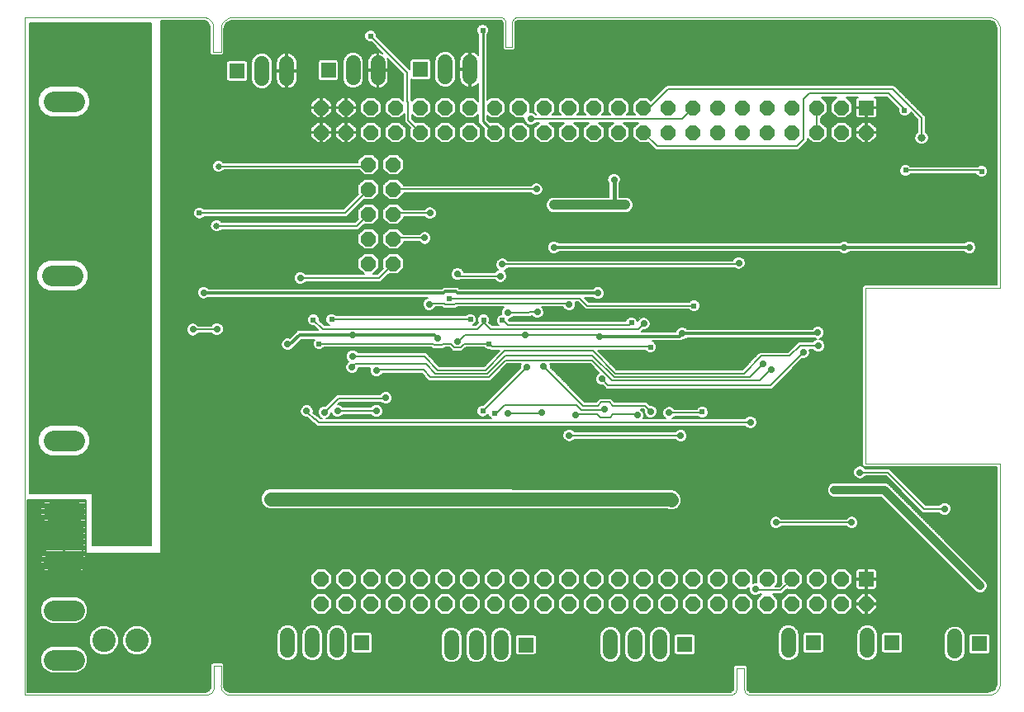
<source format=gbl>
G75*
%MOIN*%
%OFA0B0*%
%FSLAX24Y24*%
%IPPOS*%
%LPD*%
%AMOC8*
5,1,8,0,0,1.08239X$1,22.5*
%
%ADD10C,0.0000*%
%ADD11R,0.0600X0.0600*%
%ADD12C,0.0600*%
%ADD13C,0.0825*%
%ADD14OC8,0.0600*%
%ADD15C,0.0945*%
%ADD16C,0.0240*%
%ADD17C,0.0060*%
%ADD18C,0.0079*%
%ADD19C,0.0240*%
%ADD20C,0.0277*%
%ADD21C,0.0100*%
%ADD22C,0.0323*%
%ADD23C,0.0118*%
%ADD24C,0.0061*%
%ADD25C,0.0317*%
%ADD26C,0.0560*%
%ADD27C,0.0356*%
%ADD28C,0.0394*%
%ADD29C,0.0197*%
%ADD30C,0.0157*%
%ADD31C,0.0258*%
D10*
X002552Y003472D02*
X009875Y003472D01*
X009876Y003473D02*
X009910Y003476D01*
X009944Y003483D01*
X009978Y003494D01*
X010010Y003507D01*
X010040Y003524D01*
X010069Y003543D01*
X010096Y003565D01*
X010121Y003590D01*
X010142Y003617D01*
X010162Y003646D01*
X010178Y003677D01*
X010191Y003710D01*
X010201Y003743D01*
X010207Y003777D01*
X010211Y003812D01*
X010210Y003847D01*
X010210Y003846D02*
X010210Y004654D01*
X010486Y004654D01*
X010486Y003886D01*
X010485Y003886D02*
X010484Y003848D01*
X010487Y003810D01*
X010493Y003773D01*
X010503Y003736D01*
X010517Y003701D01*
X010533Y003667D01*
X010554Y003635D01*
X010577Y003605D01*
X010603Y003578D01*
X010631Y003553D01*
X010662Y003531D01*
X010695Y003513D01*
X010729Y003497D01*
X010765Y003485D01*
X010802Y003477D01*
X010839Y003472D01*
X010840Y003472D02*
X031056Y003472D01*
X031057Y003473D02*
X031086Y003476D01*
X031115Y003483D01*
X031143Y003493D01*
X031170Y003506D01*
X031195Y003522D01*
X031217Y003542D01*
X031238Y003563D01*
X031255Y003587D01*
X031269Y003613D01*
X031280Y003641D01*
X031288Y003670D01*
X031292Y003699D01*
X031293Y003729D01*
X031293Y003728D02*
X031293Y004555D01*
X031608Y004555D01*
X031608Y003728D01*
X031608Y003729D02*
X031609Y003699D01*
X031613Y003670D01*
X031621Y003641D01*
X031632Y003613D01*
X031646Y003587D01*
X031663Y003563D01*
X031684Y003542D01*
X031706Y003522D01*
X031731Y003506D01*
X031758Y003493D01*
X031786Y003483D01*
X031815Y003476D01*
X031844Y003473D01*
X031844Y003472D02*
X041430Y003472D01*
X041471Y003471D01*
X041511Y003474D01*
X041551Y003480D01*
X041591Y003490D01*
X041629Y003503D01*
X041666Y003519D01*
X041701Y003539D01*
X041735Y003561D01*
X041767Y003587D01*
X041796Y003615D01*
X041822Y003645D01*
X041846Y003678D01*
X041867Y003713D01*
X041885Y003749D01*
X041900Y003787D01*
X041911Y003825D01*
X041919Y003865D01*
X041923Y003905D01*
X041923Y003906D02*
X041923Y012823D01*
X036486Y012823D01*
X036486Y019909D01*
X041923Y019909D01*
X041923Y030441D01*
X041923Y030440D02*
X041918Y030480D01*
X041910Y030519D01*
X041898Y030558D01*
X041883Y030595D01*
X041865Y030631D01*
X041844Y030665D01*
X041820Y030697D01*
X041793Y030727D01*
X041764Y030754D01*
X041733Y030779D01*
X041699Y030801D01*
X041664Y030820D01*
X041627Y030835D01*
X041589Y030848D01*
X041550Y030857D01*
X041511Y030863D01*
X041471Y030865D01*
X041431Y030864D01*
X041430Y030864D02*
X026125Y030864D01*
X026125Y030854D02*
X022434Y030854D01*
X022435Y030854D02*
X022407Y030847D01*
X022379Y030837D01*
X022354Y030824D01*
X022330Y030808D01*
X022308Y030790D01*
X022288Y030768D01*
X022271Y030745D01*
X022258Y030720D01*
X022247Y030693D01*
X022240Y030665D01*
X022236Y030636D01*
X022235Y030607D01*
X022238Y030579D01*
X022237Y030579D02*
X022237Y029654D01*
X021982Y029654D01*
X021982Y030579D01*
X021981Y030579D02*
X021984Y030607D01*
X021983Y030636D01*
X021979Y030665D01*
X021972Y030693D01*
X021961Y030720D01*
X021948Y030745D01*
X021931Y030768D01*
X021911Y030790D01*
X021889Y030808D01*
X021865Y030824D01*
X021840Y030837D01*
X021812Y030847D01*
X021784Y030854D01*
X021785Y030854D02*
X010958Y030854D01*
X010917Y030852D01*
X010876Y030847D01*
X010836Y030838D01*
X010797Y030826D01*
X010759Y030810D01*
X010722Y030791D01*
X010687Y030769D01*
X010655Y030744D01*
X010624Y030716D01*
X010596Y030685D01*
X010571Y030653D01*
X010549Y030618D01*
X010530Y030581D01*
X010514Y030543D01*
X010502Y030504D01*
X010493Y030464D01*
X010488Y030423D01*
X010486Y030382D01*
X010486Y029437D01*
X010171Y029437D01*
X010171Y030382D01*
X010174Y030421D01*
X010173Y030460D01*
X010169Y030498D01*
X010162Y030537D01*
X010151Y030574D01*
X010136Y030610D01*
X010119Y030645D01*
X010098Y030678D01*
X010074Y030709D01*
X010047Y030737D01*
X010018Y030763D01*
X009987Y030786D01*
X009954Y030807D01*
X009919Y030824D01*
X009882Y030837D01*
X009845Y030848D01*
X009806Y030855D01*
X009806Y030854D02*
X002552Y030854D01*
X002552Y003472D01*
D11*
X016178Y005579D03*
X022793Y005500D03*
X029210Y005520D03*
X034391Y005579D03*
X036535Y008156D03*
X037580Y005579D03*
X041104Y005539D03*
X036535Y027201D03*
X018541Y028748D03*
X014820Y028709D03*
X011139Y028689D03*
D12*
X012139Y028989D02*
X012139Y028389D01*
X013139Y028389D02*
X013139Y028989D01*
X015820Y029009D02*
X015820Y028409D01*
X016820Y028409D02*
X016820Y029009D01*
X019541Y029048D02*
X019541Y028448D01*
X020541Y028448D02*
X020541Y029048D01*
X015178Y005879D02*
X015178Y005279D01*
X014178Y005279D02*
X014178Y005879D01*
X013178Y005879D02*
X013178Y005279D01*
X019793Y005200D02*
X019793Y005800D01*
X020793Y005800D02*
X020793Y005200D01*
X021793Y005200D02*
X021793Y005800D01*
X026210Y005820D02*
X026210Y005220D01*
X027210Y005220D02*
X027210Y005820D01*
X028210Y005820D02*
X028210Y005220D01*
X033391Y005279D02*
X033391Y005879D01*
X036580Y005879D02*
X036580Y005279D01*
X040104Y005239D02*
X040104Y005839D01*
D13*
X004561Y004902D02*
X003736Y004902D01*
X003736Y006902D02*
X004561Y006902D01*
X004561Y008902D02*
X003736Y008902D01*
X003736Y010902D02*
X004561Y010902D01*
X004561Y013752D02*
X003736Y013752D01*
X003736Y015752D02*
X004561Y015752D01*
X004493Y020425D02*
X003668Y020425D01*
X003668Y022425D02*
X004493Y022425D01*
X004561Y027453D02*
X003736Y027453D01*
X003736Y029453D02*
X004561Y029453D01*
D14*
X014535Y027201D03*
X015535Y027201D03*
X016535Y027201D03*
X017535Y027201D03*
X018535Y027201D03*
X019535Y027201D03*
X020535Y027201D03*
X021535Y027201D03*
X022535Y027201D03*
X023535Y027201D03*
X024535Y027201D03*
X025535Y027201D03*
X026535Y027201D03*
X027535Y027201D03*
X028535Y027201D03*
X029535Y027201D03*
X030535Y027201D03*
X031535Y027201D03*
X032535Y027201D03*
X033535Y027201D03*
X034535Y027201D03*
X035535Y027201D03*
X035535Y026201D03*
X036535Y026201D03*
X034535Y026201D03*
X033535Y026201D03*
X032535Y026201D03*
X031535Y026201D03*
X030535Y026201D03*
X029535Y026201D03*
X028535Y026201D03*
X027535Y026201D03*
X026535Y026201D03*
X025535Y026201D03*
X024535Y026201D03*
X023535Y026201D03*
X022535Y026201D03*
X021535Y026201D03*
X020535Y026201D03*
X019535Y026201D03*
X018535Y026201D03*
X017535Y026201D03*
X016535Y026201D03*
X015535Y026201D03*
X014535Y026201D03*
X016442Y024902D03*
X017442Y024902D03*
X017442Y023902D03*
X016442Y023902D03*
X016442Y022902D03*
X017442Y022902D03*
X017442Y021902D03*
X016442Y021902D03*
X016442Y020902D03*
X017442Y020902D03*
X017535Y008156D03*
X016535Y008156D03*
X015535Y008156D03*
X014535Y008156D03*
X014535Y007156D03*
X015535Y007156D03*
X016535Y007156D03*
X017535Y007156D03*
X018535Y007156D03*
X019535Y007156D03*
X020535Y007156D03*
X020535Y008156D03*
X019535Y008156D03*
X018535Y008156D03*
X021535Y008156D03*
X022535Y008156D03*
X023535Y008156D03*
X024535Y008156D03*
X025535Y008156D03*
X026535Y008156D03*
X027535Y008156D03*
X028535Y008156D03*
X029535Y008156D03*
X030535Y008156D03*
X031535Y008156D03*
X032535Y008156D03*
X033535Y008156D03*
X034535Y008156D03*
X035535Y008156D03*
X035535Y007156D03*
X036535Y007156D03*
X034535Y007156D03*
X033535Y007156D03*
X032535Y007156D03*
X031535Y007156D03*
X030535Y007156D03*
X029535Y007156D03*
X028535Y007156D03*
X027535Y007156D03*
X026535Y007156D03*
X025535Y007156D03*
X024535Y007156D03*
X023535Y007156D03*
X022535Y007156D03*
X021535Y007156D03*
D15*
X007100Y005677D03*
X005761Y005677D03*
X005761Y010559D03*
X007100Y010559D03*
D16*
X008606Y013020D03*
X008999Y013020D03*
X008999Y013512D03*
X008606Y013512D03*
X008606Y014004D03*
X008999Y014004D03*
X008547Y015362D03*
X008802Y016543D03*
X008271Y017606D03*
X008655Y019122D03*
X009098Y019122D03*
X009098Y019614D03*
X008655Y019614D03*
X008655Y020106D03*
X009098Y020106D03*
X008527Y021366D03*
X008645Y022567D03*
X008212Y023472D03*
X008655Y026159D03*
X009098Y026159D03*
X009098Y026652D03*
X008655Y026652D03*
X008655Y027144D03*
X009098Y027144D03*
X008547Y028472D03*
X008665Y029752D03*
X011027Y020215D03*
X011381Y020215D03*
X011736Y020195D03*
X012110Y020195D03*
X012110Y019309D03*
X011716Y019309D03*
X011342Y019309D03*
X011007Y019309D03*
X012759Y017134D03*
X013921Y017154D03*
X014216Y017154D03*
X014216Y016858D03*
X013921Y016858D03*
X012976Y013906D03*
X012602Y013906D03*
X013527Y013709D03*
X013527Y013413D03*
X013527Y013118D03*
X013527Y012823D03*
X013921Y012823D03*
X013921Y013118D03*
X013921Y013413D03*
X013921Y013709D03*
X014314Y013709D03*
X014314Y013413D03*
X014314Y013118D03*
X014314Y012823D03*
X014708Y012823D03*
X014708Y013118D03*
X014708Y013413D03*
X014708Y013709D03*
X015102Y013709D03*
X015102Y013413D03*
X015102Y013118D03*
X015102Y012823D03*
X015958Y012892D03*
X015958Y012577D03*
X016165Y010146D03*
X016440Y010146D03*
X016440Y009870D03*
X016165Y009870D03*
X015338Y008846D03*
X015043Y008846D03*
X013881Y008846D03*
X013566Y008827D03*
X011499Y009142D03*
X011499Y009437D03*
X011184Y009437D03*
X011184Y009122D03*
X019590Y009378D03*
X019590Y009693D03*
X019590Y010028D03*
X019590Y010343D03*
X020318Y008787D03*
X020673Y008787D03*
X022188Y008827D03*
X022503Y008846D03*
X022720Y010579D03*
X023330Y010421D03*
X022867Y012616D03*
X022867Y012911D03*
X021972Y012823D03*
X021972Y013118D03*
X021972Y013413D03*
X021972Y013709D03*
X021578Y013709D03*
X021578Y013413D03*
X021578Y013118D03*
X021578Y012823D03*
X021184Y012823D03*
X021184Y013118D03*
X021184Y013413D03*
X021184Y013709D03*
X020791Y013709D03*
X020791Y013413D03*
X020791Y013118D03*
X020791Y012823D03*
X020397Y012823D03*
X020397Y013118D03*
X020397Y013413D03*
X020397Y013709D03*
X019865Y013925D03*
X019570Y013925D03*
X020791Y016858D03*
X021086Y016858D03*
X021086Y017154D03*
X020791Y017154D03*
X019649Y017154D03*
X019698Y019496D03*
X022080Y022429D03*
X028054Y022980D03*
X028054Y023276D03*
X028350Y023276D03*
X028350Y022980D03*
X029580Y019201D03*
X027592Y017026D03*
X027582Y016740D03*
X027287Y016740D03*
X027287Y017035D03*
X026204Y017035D03*
X029915Y014909D03*
X028468Y013591D03*
X028468Y013295D03*
X028468Y013000D03*
X028468Y012705D03*
X028074Y012705D03*
X028074Y013000D03*
X028074Y013295D03*
X028074Y013591D03*
X027680Y013591D03*
X027680Y013295D03*
X027680Y013000D03*
X027680Y012705D03*
X027287Y012705D03*
X027287Y013000D03*
X027287Y013295D03*
X027287Y013591D03*
X026893Y013591D03*
X026893Y013295D03*
X026893Y013000D03*
X026893Y012705D03*
X026440Y013689D03*
X026106Y013689D03*
X029334Y012783D03*
X029334Y012488D03*
X029413Y010067D03*
X029413Y009752D03*
X029098Y009732D03*
X029098Y010047D03*
X028566Y008709D03*
X028232Y008709D03*
X026795Y008709D03*
X026499Y008709D03*
X026007Y009772D03*
X026007Y010047D03*
X026007Y010343D03*
X034511Y010106D03*
X037799Y010205D03*
X041421Y010264D03*
X041391Y008541D03*
X039009Y020392D03*
X039029Y020844D03*
D17*
X040511Y021374D02*
X040550Y021335D01*
X040649Y021294D01*
X040756Y021294D01*
X040854Y021335D01*
X040930Y021411D01*
X040971Y021510D01*
X040971Y021616D01*
X040930Y021715D01*
X040854Y021791D01*
X040756Y021832D01*
X040649Y021832D01*
X040550Y021791D01*
X040511Y021752D01*
X035814Y021752D01*
X035795Y021771D01*
X035696Y021812D01*
X035590Y021812D01*
X035540Y021791D01*
X035509Y021791D01*
X035470Y021752D01*
X024121Y021752D01*
X024083Y021791D01*
X023984Y021832D01*
X023877Y021832D01*
X023778Y021791D01*
X023703Y021715D01*
X023690Y021685D01*
X023663Y021658D01*
X023663Y021619D01*
X023662Y021616D01*
X023662Y021510D01*
X023663Y021507D01*
X023663Y021468D01*
X023690Y021441D01*
X023703Y021411D01*
X023778Y021335D01*
X023877Y021294D01*
X023984Y021294D01*
X024083Y021335D01*
X024121Y021374D01*
X035432Y021374D01*
X035491Y021315D01*
X035590Y021275D01*
X035696Y021275D01*
X035795Y021315D01*
X035854Y021374D01*
X040511Y021374D01*
X035853Y021374D01*
X035794Y021315D02*
X040598Y021315D01*
X040806Y021315D02*
X041793Y021315D01*
X041793Y021257D02*
X017695Y021257D01*
X017637Y021315D02*
X023827Y021315D01*
X023740Y021374D02*
X008064Y021374D01*
X008064Y021432D02*
X023694Y021432D01*
X023663Y021491D02*
X017639Y021491D01*
X017620Y021472D02*
X017872Y021723D01*
X017872Y021777D01*
X018494Y021777D01*
X018562Y021709D01*
X018660Y021668D01*
X018767Y021668D01*
X018866Y021709D01*
X018942Y021785D01*
X018983Y021884D01*
X018983Y021990D01*
X018942Y022089D01*
X018866Y022165D01*
X018767Y022206D01*
X018660Y022206D01*
X018562Y022165D01*
X018494Y022097D01*
X017855Y022097D01*
X017620Y022332D01*
X017264Y022332D01*
X017012Y022080D01*
X017012Y021723D01*
X017264Y021472D01*
X017620Y021472D01*
X017698Y021549D02*
X023662Y021549D01*
X023662Y021608D02*
X017756Y021608D01*
X017815Y021666D02*
X023671Y021666D01*
X023712Y021725D02*
X018881Y021725D01*
X018940Y021783D02*
X023770Y021783D01*
X024090Y021783D02*
X035501Y021783D01*
X035767Y021783D02*
X040542Y021783D01*
X040862Y021783D02*
X041793Y021783D01*
X041793Y021725D02*
X040921Y021725D01*
X040950Y021666D02*
X041793Y021666D01*
X041793Y021608D02*
X040971Y021608D01*
X040971Y021549D02*
X041793Y021549D01*
X041793Y021491D02*
X040963Y021491D01*
X040939Y021432D02*
X041793Y021432D01*
X041793Y021374D02*
X040893Y021374D01*
X041793Y021198D02*
X031454Y021198D01*
X031444Y021202D02*
X031338Y021202D01*
X031239Y021161D01*
X031163Y021085D01*
X031142Y021034D01*
X022064Y021034D01*
X021996Y021102D01*
X021897Y021143D01*
X021790Y021143D01*
X021692Y021102D01*
X021616Y021026D01*
X021575Y020927D01*
X021575Y020821D01*
X021616Y020722D01*
X021680Y020657D01*
X021613Y020629D01*
X021545Y020562D01*
X020290Y020562D01*
X020261Y020633D01*
X020185Y020708D01*
X020086Y020749D01*
X019979Y020749D01*
X019881Y020708D01*
X019805Y020633D01*
X019764Y020534D01*
X019764Y020427D01*
X019805Y020328D01*
X019881Y020252D01*
X019979Y020212D01*
X020086Y020212D01*
X020159Y020242D01*
X021545Y020242D01*
X021613Y020174D01*
X021712Y020133D01*
X021818Y020133D01*
X021917Y020174D01*
X021993Y020249D01*
X022034Y020348D01*
X022034Y020455D01*
X021993Y020554D01*
X021928Y020618D01*
X021996Y020646D01*
X022064Y020714D01*
X031230Y020714D01*
X031239Y020705D01*
X031338Y020664D01*
X031444Y020664D01*
X031543Y020705D01*
X031619Y020781D01*
X031660Y020880D01*
X031660Y020987D01*
X031619Y021085D01*
X031543Y021161D01*
X031444Y021202D01*
X031328Y021198D02*
X017754Y021198D01*
X017812Y021140D02*
X021783Y021140D01*
X021905Y021140D02*
X031217Y021140D01*
X031161Y021081D02*
X022017Y021081D01*
X021844Y020874D02*
X031332Y020874D01*
X031391Y020933D01*
X031645Y021023D02*
X041793Y021023D01*
X041793Y021081D02*
X031621Y021081D01*
X031565Y021140D02*
X041793Y021140D01*
X041793Y020964D02*
X031660Y020964D01*
X031660Y020906D02*
X041793Y020906D01*
X041793Y020847D02*
X031646Y020847D01*
X031622Y020789D02*
X041793Y020789D01*
X041793Y020730D02*
X031568Y020730D01*
X031462Y020672D02*
X041793Y020672D01*
X041793Y020613D02*
X021934Y020613D01*
X021992Y020555D02*
X041793Y020555D01*
X041793Y020496D02*
X022017Y020496D01*
X022034Y020438D02*
X041793Y020438D01*
X041793Y020379D02*
X022034Y020379D01*
X022022Y020321D02*
X041793Y020321D01*
X041793Y020262D02*
X021998Y020262D01*
X021947Y020204D02*
X041793Y020204D01*
X041793Y020145D02*
X021848Y020145D01*
X021682Y020145D02*
X013896Y020145D01*
X013914Y020163D02*
X016930Y020163D01*
X017251Y020484D01*
X017264Y020472D01*
X017620Y020472D01*
X017872Y020723D01*
X017872Y021080D01*
X017620Y021332D01*
X017264Y021332D01*
X017012Y021080D01*
X017012Y020723D01*
X017025Y020711D01*
X016797Y020483D01*
X016632Y020483D01*
X016872Y020723D01*
X016872Y021080D01*
X016620Y021332D01*
X016264Y021332D01*
X016012Y021080D01*
X016012Y020723D01*
X016253Y020483D01*
X013914Y020483D01*
X013846Y020551D01*
X013748Y020592D01*
X013641Y020592D01*
X013542Y020551D01*
X013466Y020475D01*
X013425Y020376D01*
X013425Y020269D01*
X013466Y020171D01*
X013542Y020095D01*
X013641Y020054D01*
X013748Y020054D01*
X013846Y020095D01*
X013914Y020163D01*
X013826Y020087D02*
X041793Y020087D01*
X041793Y020039D02*
X036432Y020039D01*
X036356Y019963D01*
X036356Y012769D01*
X036432Y012693D01*
X041793Y012693D01*
X041793Y003912D01*
X041782Y003849D01*
X041725Y003732D01*
X041627Y003646D01*
X041504Y003604D01*
X041446Y003602D01*
X041435Y003602D01*
X041385Y003606D01*
X041381Y003602D01*
X031848Y003602D01*
X031819Y003607D01*
X031768Y003640D01*
X031740Y003693D01*
X031738Y003722D01*
X031738Y003726D01*
X031740Y003777D01*
X031738Y003779D01*
X031738Y004609D01*
X031661Y004685D01*
X031239Y004685D01*
X031163Y004609D01*
X031163Y003779D01*
X031161Y003777D01*
X031163Y003726D01*
X031163Y003722D01*
X031160Y003693D01*
X031132Y003640D01*
X031081Y003607D01*
X031052Y003602D01*
X010848Y003602D01*
X010801Y003611D01*
X010712Y003656D01*
X010647Y003731D01*
X010616Y003826D01*
X010616Y003858D01*
X010616Y003881D01*
X010619Y003930D01*
X010616Y003934D01*
X010616Y004707D01*
X010539Y004784D01*
X010156Y004784D01*
X010080Y004707D01*
X010080Y003896D01*
X010077Y003893D01*
X010080Y003843D01*
X010080Y003835D01*
X010078Y003795D01*
X010049Y003712D01*
X009991Y003647D01*
X009912Y003609D01*
X009869Y003602D01*
X002682Y003602D01*
X002682Y011346D01*
X003426Y011346D01*
X003383Y011315D01*
X003323Y011255D01*
X003272Y011186D01*
X003234Y011110D01*
X003207Y011029D01*
X003194Y010944D01*
X003194Y010932D01*
X004119Y010932D01*
X004119Y010872D01*
X003194Y010872D01*
X003194Y010859D01*
X003207Y010775D01*
X003234Y010693D01*
X003272Y010617D01*
X003323Y010548D01*
X003383Y010488D01*
X003452Y010438D01*
X003528Y010399D01*
X003609Y010372D01*
X003694Y010359D01*
X004119Y010359D01*
X004119Y010872D01*
X004179Y010872D01*
X004179Y010359D01*
X004604Y010359D01*
X004688Y010372D01*
X004770Y010399D01*
X004846Y010438D01*
X004915Y010488D01*
X004915Y009315D01*
X004846Y009366D01*
X004770Y009404D01*
X004688Y009431D01*
X004604Y009444D01*
X004179Y009444D01*
X004179Y008932D01*
X004119Y008932D01*
X004119Y009444D01*
X003694Y009444D01*
X003609Y009431D01*
X003528Y009404D01*
X003452Y009366D01*
X003383Y009315D01*
X003323Y009255D01*
X003272Y009186D01*
X003234Y009110D01*
X003207Y009029D01*
X003194Y008944D01*
X003194Y008932D01*
X004119Y008932D01*
X004119Y008872D01*
X003194Y008872D01*
X003194Y008859D01*
X003207Y008775D01*
X003234Y008693D01*
X003272Y008617D01*
X003323Y008548D01*
X003383Y008488D01*
X003452Y008438D01*
X003528Y008399D01*
X003609Y008372D01*
X003694Y008359D01*
X004119Y008359D01*
X004119Y008872D01*
X004179Y008872D01*
X004179Y008932D01*
X005104Y008932D01*
X005104Y008944D01*
X005091Y009029D01*
X005064Y009110D01*
X005028Y009181D01*
X008064Y009181D01*
X008064Y030724D01*
X009794Y030724D01*
X009845Y030713D01*
X009845Y030713D01*
X009944Y030656D01*
X010014Y030566D01*
X010043Y030456D01*
X010043Y030438D01*
X010041Y030436D01*
X010041Y030390D01*
X010035Y030345D01*
X010041Y030338D01*
X010041Y029383D01*
X010117Y029307D01*
X010539Y029307D01*
X010616Y029383D01*
X010616Y030382D01*
X010622Y030449D01*
X010673Y030572D01*
X010768Y030667D01*
X010891Y030718D01*
X010958Y030724D01*
X021769Y030724D01*
X021791Y030718D01*
X021834Y030682D01*
X021853Y030634D01*
X021852Y030633D01*
X021852Y030589D01*
X021844Y030547D01*
X021852Y030537D01*
X021852Y029600D01*
X021928Y029524D01*
X022291Y029524D01*
X022367Y029600D01*
X022367Y030537D01*
X022375Y030547D01*
X022367Y030589D01*
X022367Y030633D01*
X022367Y030634D01*
X022385Y030682D01*
X022428Y030718D01*
X022450Y030724D01*
X026179Y030724D01*
X026189Y030734D01*
X041382Y030734D01*
X041386Y030730D01*
X041435Y030734D01*
X041456Y030734D01*
X041505Y030733D01*
X041627Y030693D01*
X041724Y030609D01*
X041782Y030495D01*
X041793Y030433D01*
X041793Y020039D01*
X041793Y021842D02*
X018965Y021842D01*
X018983Y021900D02*
X041793Y021900D01*
X041793Y021959D02*
X018983Y021959D01*
X018972Y022017D02*
X041793Y022017D01*
X041793Y022076D02*
X018947Y022076D01*
X018897Y022134D02*
X041793Y022134D01*
X041793Y022193D02*
X018799Y022193D01*
X018628Y022193D02*
X017759Y022193D01*
X017701Y022251D02*
X041793Y022251D01*
X041793Y022310D02*
X017642Y022310D01*
X017620Y022472D02*
X017872Y022723D01*
X017872Y022781D01*
X018710Y022781D01*
X018778Y022713D01*
X018877Y022672D01*
X018984Y022672D01*
X019083Y022713D01*
X019158Y022789D01*
X019199Y022887D01*
X019199Y022994D01*
X019158Y023093D01*
X019083Y023169D01*
X018984Y023210D01*
X018877Y023210D01*
X018778Y023169D01*
X018710Y023101D01*
X017851Y023101D01*
X017620Y023332D01*
X017264Y023332D01*
X017012Y023080D01*
X017012Y022723D01*
X017264Y022472D01*
X017620Y022472D01*
X017634Y022485D02*
X041793Y022485D01*
X041793Y022427D02*
X016193Y022427D01*
X016251Y022484D02*
X016264Y022472D01*
X016620Y022472D01*
X016872Y022723D01*
X016872Y023080D01*
X016620Y023332D01*
X016264Y023332D01*
X016012Y023080D01*
X016012Y022723D01*
X016025Y022711D01*
X015903Y022589D01*
X010514Y022589D01*
X010455Y022649D01*
X010360Y022688D01*
X010257Y022688D01*
X010162Y022649D01*
X010089Y022576D01*
X010049Y022481D01*
X010049Y022378D01*
X010089Y022282D01*
X010162Y022210D01*
X010257Y022170D01*
X010360Y022170D01*
X010455Y022210D01*
X010514Y022269D01*
X016036Y022269D01*
X016251Y022484D01*
X016264Y022332D02*
X016012Y022080D01*
X016012Y021723D01*
X016264Y021472D01*
X016620Y021472D01*
X016872Y021723D01*
X016872Y022080D01*
X016620Y022332D01*
X016264Y022332D01*
X016242Y022310D02*
X016076Y022310D01*
X016135Y022368D02*
X041793Y022368D01*
X041793Y022544D02*
X017692Y022544D01*
X017751Y022602D02*
X041793Y022602D01*
X041793Y022661D02*
X017809Y022661D01*
X017868Y022719D02*
X018772Y022719D01*
X018714Y022778D02*
X017872Y022778D01*
X017823Y023129D02*
X018738Y023129D01*
X018822Y023187D02*
X017765Y023187D01*
X017706Y023246D02*
X023604Y023246D01*
X023604Y023211D02*
X023653Y023090D01*
X023745Y022999D01*
X023865Y022949D01*
X026869Y022949D01*
X026990Y022999D01*
X027081Y023090D01*
X027131Y023211D01*
X027131Y023341D01*
X027081Y023461D01*
X026990Y023553D01*
X026869Y023602D01*
X026560Y023602D01*
X026560Y024128D01*
X026579Y024147D01*
X026620Y024246D01*
X026620Y024353D01*
X026579Y024451D01*
X026504Y024527D01*
X026405Y024568D01*
X026298Y024568D01*
X026199Y024527D01*
X026124Y024451D01*
X026083Y024353D01*
X026083Y024246D01*
X026124Y024147D01*
X026143Y024128D01*
X026143Y023602D01*
X023865Y023602D01*
X023745Y023553D01*
X023653Y023461D01*
X023604Y023341D01*
X023604Y023211D01*
X023613Y023187D02*
X019039Y023187D01*
X019123Y023129D02*
X023638Y023129D01*
X023674Y023070D02*
X019168Y023070D01*
X019192Y023012D02*
X023732Y023012D01*
X023855Y022953D02*
X019199Y022953D01*
X019199Y022895D02*
X041793Y022895D01*
X041793Y022953D02*
X026880Y022953D01*
X027003Y023012D02*
X041793Y023012D01*
X041793Y023070D02*
X027061Y023070D01*
X027097Y023129D02*
X041793Y023129D01*
X041793Y023187D02*
X027122Y023187D01*
X027131Y023246D02*
X041793Y023246D01*
X041793Y023304D02*
X027131Y023304D01*
X027122Y023363D02*
X041793Y023363D01*
X041793Y023421D02*
X027098Y023421D01*
X027063Y023480D02*
X041793Y023480D01*
X041793Y023538D02*
X027004Y023538D01*
X026884Y023597D02*
X041793Y023597D01*
X041793Y023655D02*
X026560Y023655D01*
X026560Y023714D02*
X041793Y023714D01*
X041793Y023772D02*
X026560Y023772D01*
X026560Y023831D02*
X041793Y023831D01*
X041793Y023889D02*
X026560Y023889D01*
X026560Y023948D02*
X041793Y023948D01*
X041793Y024006D02*
X026560Y024006D01*
X026560Y024065D02*
X041793Y024065D01*
X041793Y024123D02*
X026560Y024123D01*
X026594Y024182D02*
X041793Y024182D01*
X041793Y024240D02*
X026618Y024240D01*
X026620Y024299D02*
X041793Y024299D01*
X041793Y024357D02*
X026619Y024357D01*
X026594Y024416D02*
X041068Y024416D01*
X041053Y024422D02*
X041144Y024384D01*
X041244Y024384D01*
X041336Y024422D01*
X041406Y024492D01*
X041444Y024584D01*
X041444Y024684D01*
X041406Y024775D01*
X041336Y024846D01*
X041244Y024884D01*
X041144Y024884D01*
X041053Y024846D01*
X041040Y024833D01*
X038317Y024833D01*
X038265Y024885D01*
X038173Y024923D01*
X038074Y024923D01*
X037982Y024885D01*
X037911Y024815D01*
X037873Y024723D01*
X037873Y024623D01*
X037911Y024532D01*
X037911Y024533D02*
X026491Y024533D01*
X026557Y024474D02*
X037969Y024474D01*
X037982Y024461D02*
X038074Y024423D01*
X038173Y024423D01*
X038265Y024461D01*
X038317Y024513D01*
X040974Y024513D01*
X040982Y024492D01*
X041053Y024422D01*
X041000Y024474D02*
X038278Y024474D01*
X038123Y024673D02*
X041155Y024673D01*
X041194Y024634D01*
X041423Y024533D02*
X041793Y024533D01*
X041793Y024591D02*
X041444Y024591D01*
X041444Y024650D02*
X041793Y024650D01*
X041793Y024708D02*
X041434Y024708D01*
X041410Y024767D02*
X041793Y024767D01*
X041793Y024825D02*
X041357Y024825D01*
X041245Y024884D02*
X041793Y024884D01*
X041793Y024942D02*
X017872Y024942D01*
X017872Y024884D02*
X037980Y024884D01*
X037922Y024825D02*
X017872Y024825D01*
X017872Y024767D02*
X037891Y024767D01*
X037873Y024708D02*
X017857Y024708D01*
X017872Y024723D02*
X017620Y024472D01*
X017264Y024472D01*
X017012Y024723D01*
X017012Y025080D01*
X017264Y025332D01*
X017620Y025332D01*
X017872Y025080D01*
X017872Y024723D01*
X017798Y024650D02*
X037873Y024650D01*
X037887Y024591D02*
X017740Y024591D01*
X017681Y024533D02*
X026213Y024533D01*
X026146Y024474D02*
X017623Y024474D01*
X017620Y024332D02*
X017264Y024332D01*
X017012Y024080D01*
X017012Y023723D01*
X017264Y023472D01*
X017620Y023472D01*
X017872Y023723D01*
X017872Y023746D01*
X023002Y023746D01*
X023070Y023678D01*
X023168Y023637D01*
X023275Y023637D01*
X023374Y023678D01*
X023450Y023753D01*
X023490Y023852D01*
X023490Y023959D01*
X023450Y024058D01*
X023374Y024133D01*
X023275Y024174D01*
X023168Y024174D01*
X023070Y024133D01*
X023002Y024066D01*
X017872Y024066D01*
X017872Y024080D01*
X017620Y024332D01*
X017653Y024299D02*
X026083Y024299D01*
X026085Y024357D02*
X008064Y024357D01*
X008064Y024299D02*
X016231Y024299D01*
X016264Y024332D02*
X016012Y024080D01*
X016012Y023723D01*
X016025Y023711D01*
X015425Y023111D01*
X009803Y023111D01*
X009751Y023163D01*
X009659Y023201D01*
X009560Y023201D01*
X009468Y023163D01*
X009398Y023092D01*
X009360Y023001D01*
X009360Y022901D01*
X009398Y022809D01*
X009468Y022739D01*
X009560Y022701D01*
X009659Y022701D01*
X009751Y022739D01*
X009803Y022791D01*
X015558Y022791D01*
X016251Y023484D01*
X016264Y023472D01*
X016620Y023472D01*
X016872Y023723D01*
X016872Y024080D01*
X016620Y024332D01*
X016264Y024332D01*
X016173Y024240D02*
X008064Y024240D01*
X008064Y024182D02*
X016114Y024182D01*
X016056Y024123D02*
X008064Y024123D01*
X008064Y024065D02*
X016012Y024065D01*
X016012Y024006D02*
X008064Y024006D01*
X008064Y023948D02*
X016012Y023948D01*
X016012Y023889D02*
X008064Y023889D01*
X008064Y023831D02*
X016012Y023831D01*
X016012Y023772D02*
X008064Y023772D01*
X008064Y023714D02*
X016022Y023714D01*
X015969Y023655D02*
X008064Y023655D01*
X008064Y023597D02*
X015911Y023597D01*
X015852Y023538D02*
X008064Y023538D01*
X008064Y023480D02*
X015794Y023480D01*
X015735Y023421D02*
X008064Y023421D01*
X008064Y023363D02*
X015677Y023363D01*
X015618Y023304D02*
X008064Y023304D01*
X008064Y023246D02*
X015560Y023246D01*
X015501Y023187D02*
X009692Y023187D01*
X009785Y023129D02*
X015443Y023129D01*
X015491Y022951D02*
X016442Y023902D01*
X016872Y023889D02*
X017012Y023889D01*
X017012Y023831D02*
X016872Y023831D01*
X016872Y023772D02*
X017012Y023772D01*
X017022Y023714D02*
X016862Y023714D01*
X016804Y023655D02*
X017081Y023655D01*
X017139Y023597D02*
X016745Y023597D01*
X016687Y023538D02*
X017198Y023538D01*
X017256Y023480D02*
X016628Y023480D01*
X016648Y023304D02*
X017237Y023304D01*
X017178Y023246D02*
X016706Y023246D01*
X016765Y023187D02*
X017120Y023187D01*
X017061Y023129D02*
X016823Y023129D01*
X016872Y023070D02*
X017012Y023070D01*
X017012Y023012D02*
X016872Y023012D01*
X016872Y022953D02*
X017012Y022953D01*
X017012Y022895D02*
X016872Y022895D01*
X016872Y022836D02*
X017012Y022836D01*
X017012Y022778D02*
X016872Y022778D01*
X016868Y022719D02*
X017017Y022719D01*
X017075Y022661D02*
X016809Y022661D01*
X016751Y022602D02*
X017134Y022602D01*
X017192Y022544D02*
X016692Y022544D01*
X016634Y022485D02*
X017251Y022485D01*
X017242Y022310D02*
X016642Y022310D01*
X016701Y022251D02*
X017184Y022251D01*
X017125Y022193D02*
X016759Y022193D01*
X016818Y022134D02*
X017067Y022134D01*
X017012Y022076D02*
X016872Y022076D01*
X016872Y022017D02*
X017012Y022017D01*
X017012Y021959D02*
X016872Y021959D01*
X016872Y021900D02*
X017012Y021900D01*
X017012Y021842D02*
X016872Y021842D01*
X016872Y021783D02*
X017012Y021783D01*
X017012Y021725D02*
X016872Y021725D01*
X016815Y021666D02*
X017070Y021666D01*
X017128Y021608D02*
X016756Y021608D01*
X016698Y021549D02*
X017187Y021549D01*
X017245Y021491D02*
X016639Y021491D01*
X016637Y021315D02*
X017248Y021315D01*
X017189Y021257D02*
X016695Y021257D01*
X016754Y021198D02*
X017131Y021198D01*
X017072Y021140D02*
X016812Y021140D01*
X016871Y021081D02*
X017014Y021081D01*
X017012Y021023D02*
X016872Y021023D01*
X016872Y020964D02*
X017012Y020964D01*
X017012Y020906D02*
X016872Y020906D01*
X016872Y020847D02*
X017012Y020847D01*
X017012Y020789D02*
X016872Y020789D01*
X016872Y020730D02*
X017012Y020730D01*
X016986Y020672D02*
X016820Y020672D01*
X016762Y020613D02*
X016927Y020613D01*
X016869Y020555D02*
X016703Y020555D01*
X016645Y020496D02*
X016810Y020496D01*
X016863Y020323D02*
X017442Y020902D01*
X017872Y020906D02*
X021575Y020906D01*
X021575Y020847D02*
X017872Y020847D01*
X017872Y020789D02*
X021588Y020789D01*
X021613Y020730D02*
X020132Y020730D01*
X020222Y020672D02*
X021666Y020672D01*
X021596Y020613D02*
X020269Y020613D01*
X020111Y020402D02*
X020033Y020480D01*
X020111Y020402D02*
X021765Y020402D01*
X021583Y020204D02*
X016970Y020204D01*
X017029Y020262D02*
X019871Y020262D01*
X019813Y020321D02*
X017087Y020321D01*
X017146Y020379D02*
X019784Y020379D01*
X019764Y020438D02*
X017204Y020438D01*
X016863Y020323D02*
X013694Y020323D01*
X013425Y020321D02*
X008064Y020321D01*
X008064Y020379D02*
X013427Y020379D01*
X013451Y020438D02*
X008064Y020438D01*
X008064Y020496D02*
X013487Y020496D01*
X013551Y020555D02*
X008064Y020555D01*
X008064Y020613D02*
X016123Y020613D01*
X016181Y020555D02*
X013837Y020555D01*
X013901Y020496D02*
X016240Y020496D01*
X016064Y020672D02*
X008064Y020672D01*
X008064Y020730D02*
X016012Y020730D01*
X016012Y020789D02*
X008064Y020789D01*
X008064Y020847D02*
X016012Y020847D01*
X016012Y020906D02*
X008064Y020906D01*
X008064Y020964D02*
X016012Y020964D01*
X016012Y021023D02*
X008064Y021023D01*
X008064Y021081D02*
X016014Y021081D01*
X016072Y021140D02*
X008064Y021140D01*
X008064Y021198D02*
X016131Y021198D01*
X016189Y021257D02*
X008064Y021257D01*
X008064Y021315D02*
X016248Y021315D01*
X016245Y021491D02*
X008064Y021491D01*
X008064Y021549D02*
X016187Y021549D01*
X016128Y021608D02*
X008064Y021608D01*
X008064Y021666D02*
X016070Y021666D01*
X016012Y021725D02*
X008064Y021725D01*
X008064Y021783D02*
X016012Y021783D01*
X016012Y021842D02*
X008064Y021842D01*
X008064Y021900D02*
X016012Y021900D01*
X016012Y021959D02*
X008064Y021959D01*
X008064Y022017D02*
X016012Y022017D01*
X016012Y022076D02*
X008064Y022076D01*
X008064Y022134D02*
X016067Y022134D01*
X016125Y022193D02*
X010414Y022193D01*
X010496Y022251D02*
X016184Y022251D01*
X015970Y022429D02*
X016442Y022902D01*
X016012Y022895D02*
X015661Y022895D01*
X015720Y022953D02*
X016012Y022953D01*
X016012Y023012D02*
X015778Y023012D01*
X015837Y023070D02*
X016012Y023070D01*
X016061Y023129D02*
X015895Y023129D01*
X015954Y023187D02*
X016120Y023187D01*
X016178Y023246D02*
X016012Y023246D01*
X016071Y023304D02*
X016237Y023304D01*
X016129Y023363D02*
X023613Y023363D01*
X023604Y023304D02*
X017648Y023304D01*
X017628Y023480D02*
X023672Y023480D01*
X023637Y023421D02*
X016188Y023421D01*
X016246Y023480D02*
X016256Y023480D01*
X016012Y022836D02*
X015603Y022836D01*
X015491Y022951D02*
X009610Y022951D01*
X009790Y022778D02*
X016012Y022778D01*
X016017Y022719D02*
X009703Y022719D01*
X009516Y022719D02*
X008064Y022719D01*
X008064Y022661D02*
X010190Y022661D01*
X010115Y022602D02*
X008064Y022602D01*
X008064Y022544D02*
X010075Y022544D01*
X010051Y022485D02*
X008064Y022485D01*
X008064Y022427D02*
X010049Y022427D01*
X010053Y022368D02*
X008064Y022368D01*
X008064Y022310D02*
X010078Y022310D01*
X010120Y022251D02*
X008064Y022251D01*
X008064Y022193D02*
X010203Y022193D01*
X010308Y022429D02*
X015970Y022429D01*
X015916Y022602D02*
X010502Y022602D01*
X010426Y022661D02*
X015975Y022661D01*
X016872Y023948D02*
X017012Y023948D01*
X017012Y024006D02*
X016872Y024006D01*
X016872Y024065D02*
X017012Y024065D01*
X017056Y024123D02*
X016829Y024123D01*
X016770Y024182D02*
X017114Y024182D01*
X017173Y024240D02*
X016712Y024240D01*
X016653Y024299D02*
X017231Y024299D01*
X017262Y024474D02*
X016623Y024474D01*
X016620Y024472D02*
X016872Y024723D01*
X016872Y025080D01*
X016620Y025332D01*
X016264Y025332D01*
X016012Y025080D01*
X016012Y024991D01*
X010593Y024991D01*
X010534Y025050D01*
X010439Y025090D01*
X010336Y025090D01*
X010240Y025050D01*
X010168Y024977D01*
X010128Y024882D01*
X010128Y024779D01*
X010168Y024684D01*
X010240Y024611D01*
X010336Y024572D01*
X010439Y024572D01*
X010534Y024611D01*
X010593Y024671D01*
X016065Y024671D01*
X016264Y024472D01*
X016620Y024472D01*
X016681Y024533D02*
X017203Y024533D01*
X017145Y024591D02*
X016740Y024591D01*
X016798Y024650D02*
X017086Y024650D01*
X017028Y024708D02*
X016857Y024708D01*
X016872Y024767D02*
X017012Y024767D01*
X017012Y024825D02*
X016872Y024825D01*
X016872Y024884D02*
X017012Y024884D01*
X017012Y024942D02*
X016872Y024942D01*
X016872Y025001D02*
X017012Y025001D01*
X017012Y025059D02*
X016872Y025059D01*
X016834Y025118D02*
X017050Y025118D01*
X017109Y025176D02*
X016776Y025176D01*
X016717Y025235D02*
X017167Y025235D01*
X017226Y025293D02*
X016659Y025293D01*
X016226Y025293D02*
X008064Y025293D01*
X008064Y025235D02*
X016167Y025235D01*
X016109Y025176D02*
X008064Y025176D01*
X008064Y025118D02*
X016050Y025118D01*
X016012Y025059D02*
X010512Y025059D01*
X010583Y025001D02*
X016012Y025001D01*
X016086Y024650D02*
X010572Y024650D01*
X010485Y024591D02*
X016145Y024591D01*
X016203Y024533D02*
X008064Y024533D01*
X008064Y024591D02*
X010289Y024591D01*
X010202Y024650D02*
X008064Y024650D01*
X008064Y024708D02*
X010158Y024708D01*
X010133Y024767D02*
X008064Y024767D01*
X008064Y024825D02*
X010128Y024825D01*
X010129Y024884D02*
X008064Y024884D01*
X008064Y024942D02*
X010153Y024942D01*
X010191Y025001D02*
X008064Y025001D01*
X008064Y025059D02*
X010262Y025059D01*
X010387Y024831D02*
X016371Y024831D01*
X016442Y024902D01*
X016262Y024474D02*
X008064Y024474D01*
X008064Y024416D02*
X026109Y024416D01*
X026085Y024240D02*
X017712Y024240D01*
X017770Y024182D02*
X026110Y024182D01*
X026143Y024123D02*
X023384Y024123D01*
X023443Y024065D02*
X026143Y024065D01*
X026143Y024006D02*
X023471Y024006D01*
X023490Y023948D02*
X026143Y023948D01*
X026143Y023889D02*
X023490Y023889D01*
X023482Y023831D02*
X026143Y023831D01*
X026143Y023772D02*
X023457Y023772D01*
X023410Y023714D02*
X026143Y023714D01*
X026143Y023655D02*
X023319Y023655D01*
X023124Y023655D02*
X017804Y023655D01*
X017862Y023714D02*
X023034Y023714D01*
X023222Y023906D02*
X017446Y023906D01*
X017442Y023902D01*
X017745Y023597D02*
X023851Y023597D01*
X023731Y023538D02*
X017687Y023538D01*
X017829Y024123D02*
X023059Y024123D01*
X023357Y025771D02*
X023105Y026023D01*
X023105Y026379D01*
X023326Y026600D01*
X023206Y026600D01*
X023138Y026532D01*
X023039Y026491D01*
X022932Y026491D01*
X022833Y026532D01*
X022758Y026608D01*
X022717Y026706D01*
X022717Y026775D01*
X022713Y026771D01*
X022357Y026771D01*
X022105Y027023D01*
X022105Y027379D01*
X022357Y027631D01*
X022713Y027631D01*
X022965Y027379D01*
X022965Y027029D01*
X023039Y027029D01*
X023138Y026988D01*
X023206Y026920D01*
X023208Y026920D01*
X023105Y027023D01*
X023105Y027379D01*
X023357Y027631D01*
X023713Y027631D01*
X023965Y027379D01*
X023965Y027023D01*
X023862Y026920D01*
X024208Y026920D01*
X024105Y027023D01*
X024105Y027379D01*
X024357Y027631D01*
X024713Y027631D01*
X024965Y027379D01*
X024965Y027023D01*
X024862Y026920D01*
X025208Y026920D01*
X025105Y027023D01*
X025105Y027379D01*
X025357Y027631D01*
X025713Y027631D01*
X025965Y027379D01*
X025965Y027023D01*
X025862Y026920D01*
X026208Y026920D01*
X026105Y027023D01*
X026105Y027379D01*
X026357Y027631D01*
X026713Y027631D01*
X026965Y027379D01*
X026965Y027023D01*
X026862Y026920D01*
X027208Y026920D01*
X027105Y027023D01*
X027105Y027379D01*
X027357Y027631D01*
X027713Y027631D01*
X027847Y027497D01*
X028377Y028027D01*
X028470Y028121D01*
X037525Y028121D01*
X037525Y028121D01*
X037658Y028121D01*
X038839Y026940D01*
X038933Y026846D01*
X038933Y026238D01*
X038936Y026237D01*
X039017Y026156D01*
X039061Y026049D01*
X039061Y025935D01*
X039017Y025829D01*
X038936Y025748D01*
X038830Y025704D01*
X038716Y025704D01*
X038610Y025748D01*
X038528Y025829D01*
X038484Y025935D01*
X038484Y026049D01*
X038528Y026156D01*
X038610Y026237D01*
X038613Y026238D01*
X038613Y026713D01*
X038318Y027007D01*
X038296Y026953D01*
X038226Y026883D01*
X038134Y026844D01*
X038034Y026844D01*
X037942Y026883D01*
X037872Y026953D01*
X037834Y027045D01*
X037834Y027144D01*
X037841Y027161D01*
X037378Y027623D01*
X036879Y027623D01*
X036885Y027622D01*
X036915Y027605D01*
X036939Y027581D01*
X036956Y027551D01*
X036965Y027518D01*
X036965Y027231D01*
X036565Y027231D01*
X036565Y027171D01*
X036965Y027171D01*
X036965Y026884D01*
X036956Y026851D01*
X036939Y026821D01*
X036915Y026797D01*
X036885Y026780D01*
X036852Y026771D01*
X036565Y026771D01*
X036565Y027171D01*
X036505Y027171D01*
X036505Y026771D01*
X036218Y026771D01*
X036185Y026780D01*
X036155Y026797D01*
X036131Y026821D01*
X036114Y026851D01*
X036105Y026884D01*
X036105Y027171D01*
X036505Y027171D01*
X036505Y027231D01*
X036105Y027231D01*
X036105Y027518D01*
X036114Y027551D01*
X036131Y027581D01*
X036155Y027605D01*
X036185Y027622D01*
X036190Y027623D01*
X035720Y027623D01*
X035965Y027379D01*
X035965Y027023D01*
X035713Y026771D01*
X035357Y026771D01*
X035105Y027023D01*
X035105Y027379D01*
X035349Y027623D01*
X034720Y027623D01*
X034965Y027379D01*
X034965Y027023D01*
X034713Y026771D01*
X034695Y026771D01*
X034695Y026631D01*
X034713Y026631D01*
X034965Y026379D01*
X034965Y026023D01*
X034713Y025771D01*
X034357Y025771D01*
X034169Y025958D01*
X034169Y025847D01*
X033894Y025572D01*
X033800Y025478D01*
X028031Y025478D01*
X027726Y025784D01*
X027713Y025771D01*
X027357Y025771D01*
X027105Y026023D01*
X027105Y026379D01*
X027326Y026600D01*
X026744Y026600D01*
X026965Y026379D01*
X026965Y026023D01*
X026713Y025771D01*
X026357Y025771D01*
X026105Y026023D01*
X026105Y026379D01*
X026326Y026600D01*
X025744Y026600D01*
X025965Y026379D01*
X025965Y026023D01*
X025713Y025771D01*
X025357Y025771D01*
X025105Y026023D01*
X025105Y026379D01*
X025326Y026600D01*
X024744Y026600D01*
X024965Y026379D01*
X024965Y026023D01*
X024713Y025771D01*
X024357Y025771D01*
X024105Y026023D01*
X024105Y026379D01*
X024326Y026600D01*
X023744Y026600D01*
X023965Y026379D01*
X023965Y026023D01*
X023713Y025771D01*
X023357Y025771D01*
X023308Y025820D02*
X022762Y025820D01*
X022713Y025771D02*
X022965Y026023D01*
X022965Y026379D01*
X022713Y026631D01*
X022357Y026631D01*
X022105Y026379D01*
X022105Y026023D01*
X022357Y025771D01*
X022713Y025771D01*
X022820Y025878D02*
X023249Y025878D01*
X023191Y025937D02*
X022879Y025937D01*
X022937Y025995D02*
X023132Y025995D01*
X023105Y026054D02*
X022965Y026054D01*
X022965Y026112D02*
X023105Y026112D01*
X023105Y026171D02*
X022965Y026171D01*
X022965Y026229D02*
X023105Y026229D01*
X023105Y026288D02*
X022965Y026288D01*
X022965Y026346D02*
X023105Y026346D01*
X023130Y026405D02*
X022939Y026405D01*
X022881Y026463D02*
X023189Y026463D01*
X023247Y026522D02*
X023112Y026522D01*
X023186Y026580D02*
X023306Y026580D01*
X022986Y026760D02*
X029094Y026760D01*
X029535Y027201D01*
X028537Y027961D02*
X037592Y027961D01*
X037678Y028101D02*
X041793Y028101D01*
X041793Y028043D02*
X037737Y028043D01*
X037795Y027984D02*
X041793Y027984D01*
X041793Y027926D02*
X037854Y027926D01*
X037912Y027867D02*
X041793Y027867D01*
X041793Y027809D02*
X037971Y027809D01*
X038029Y027750D02*
X041793Y027750D01*
X041793Y027692D02*
X038088Y027692D01*
X038146Y027633D02*
X041793Y027633D01*
X041793Y027575D02*
X038205Y027575D01*
X038263Y027516D02*
X041793Y027516D01*
X041793Y027458D02*
X038322Y027458D01*
X038380Y027399D02*
X041793Y027399D01*
X041793Y027341D02*
X038439Y027341D01*
X038497Y027282D02*
X041793Y027282D01*
X041793Y027224D02*
X038556Y027224D01*
X038614Y027165D02*
X041793Y027165D01*
X041793Y027107D02*
X038673Y027107D01*
X038731Y027048D02*
X041793Y027048D01*
X041793Y026990D02*
X038790Y026990D01*
X038848Y026931D02*
X041793Y026931D01*
X041793Y026873D02*
X038907Y026873D01*
X038933Y026814D02*
X041793Y026814D01*
X041793Y026756D02*
X038933Y026756D01*
X038933Y026697D02*
X041793Y026697D01*
X041793Y026639D02*
X038933Y026639D01*
X038933Y026580D02*
X041793Y026580D01*
X041793Y026522D02*
X038933Y026522D01*
X038933Y026463D02*
X041793Y026463D01*
X041793Y026405D02*
X038933Y026405D01*
X038933Y026346D02*
X041793Y026346D01*
X041793Y026288D02*
X038933Y026288D01*
X038944Y026229D02*
X041793Y026229D01*
X041793Y026171D02*
X039002Y026171D01*
X039035Y026112D02*
X041793Y026112D01*
X041793Y026054D02*
X039060Y026054D01*
X039061Y025995D02*
X041793Y025995D01*
X041793Y025937D02*
X039061Y025937D01*
X039038Y025878D02*
X041793Y025878D01*
X041793Y025820D02*
X039008Y025820D01*
X038950Y025761D02*
X041793Y025761D01*
X041793Y025703D02*
X034025Y025703D01*
X034083Y025761D02*
X038596Y025761D01*
X038538Y025820D02*
X036762Y025820D01*
X036713Y025771D02*
X036965Y026023D01*
X036965Y026171D01*
X036565Y026171D01*
X036565Y026231D01*
X036965Y026231D01*
X036965Y026379D01*
X036713Y026631D01*
X036565Y026631D01*
X036565Y026231D01*
X036505Y026231D01*
X036505Y026631D01*
X036357Y026631D01*
X036105Y026379D01*
X036105Y026231D01*
X036505Y026231D01*
X036505Y026171D01*
X036565Y026171D01*
X036565Y025771D01*
X036713Y025771D01*
X036820Y025878D02*
X038508Y025878D01*
X038484Y025937D02*
X036879Y025937D01*
X036937Y025995D02*
X038484Y025995D01*
X038486Y026054D02*
X036965Y026054D01*
X036965Y026112D02*
X038510Y026112D01*
X038543Y026171D02*
X036965Y026171D01*
X036965Y026288D02*
X038613Y026288D01*
X038613Y026346D02*
X036965Y026346D01*
X036939Y026405D02*
X038613Y026405D01*
X038613Y026463D02*
X036881Y026463D01*
X036822Y026522D02*
X038613Y026522D01*
X038613Y026580D02*
X036764Y026580D01*
X036565Y026580D02*
X036505Y026580D01*
X036505Y026522D02*
X036565Y026522D01*
X036565Y026463D02*
X036505Y026463D01*
X036505Y026405D02*
X036565Y026405D01*
X036565Y026346D02*
X036505Y026346D01*
X036505Y026288D02*
X036565Y026288D01*
X036565Y026229D02*
X038602Y026229D01*
X038613Y026639D02*
X034695Y026639D01*
X034695Y026697D02*
X038613Y026697D01*
X038570Y026756D02*
X034695Y026756D01*
X034756Y026814D02*
X035313Y026814D01*
X035255Y026873D02*
X034815Y026873D01*
X034873Y026931D02*
X035196Y026931D01*
X035138Y026990D02*
X034932Y026990D01*
X034965Y027048D02*
X035105Y027048D01*
X035105Y027107D02*
X034965Y027107D01*
X034965Y027165D02*
X035105Y027165D01*
X035105Y027224D02*
X034965Y027224D01*
X034965Y027282D02*
X035105Y027282D01*
X035105Y027341D02*
X034965Y027341D01*
X034945Y027399D02*
X035125Y027399D01*
X035183Y027458D02*
X034886Y027458D01*
X034828Y027516D02*
X035242Y027516D01*
X035300Y027575D02*
X034769Y027575D01*
X034535Y027201D02*
X034535Y026201D01*
X034822Y026522D02*
X035247Y026522D01*
X035306Y026580D02*
X034764Y026580D01*
X034881Y026463D02*
X035189Y026463D01*
X035130Y026405D02*
X034939Y026405D01*
X034965Y026346D02*
X035105Y026346D01*
X035105Y026379D02*
X035105Y026023D01*
X035357Y025771D01*
X035713Y025771D01*
X035965Y026023D01*
X035965Y026379D01*
X035713Y026631D01*
X035357Y026631D01*
X035105Y026379D01*
X035105Y026288D02*
X034965Y026288D01*
X034965Y026229D02*
X035105Y026229D01*
X035105Y026171D02*
X034965Y026171D01*
X034965Y026112D02*
X035105Y026112D01*
X035105Y026054D02*
X034965Y026054D01*
X034937Y025995D02*
X035132Y025995D01*
X035191Y025937D02*
X034879Y025937D01*
X034820Y025878D02*
X035249Y025878D01*
X035308Y025820D02*
X034762Y025820D01*
X034308Y025820D02*
X034142Y025820D01*
X034169Y025878D02*
X034249Y025878D01*
X034191Y025937D02*
X034169Y025937D01*
X034009Y025913D02*
X033734Y025638D01*
X028098Y025638D01*
X027535Y026201D01*
X027247Y026522D02*
X026822Y026522D01*
X026764Y026580D02*
X027306Y026580D01*
X027189Y026463D02*
X026881Y026463D01*
X026939Y026405D02*
X027130Y026405D01*
X027105Y026346D02*
X026965Y026346D01*
X026965Y026288D02*
X027105Y026288D01*
X027105Y026229D02*
X026965Y026229D01*
X026965Y026171D02*
X027105Y026171D01*
X027105Y026112D02*
X026965Y026112D01*
X026965Y026054D02*
X027105Y026054D01*
X027132Y025995D02*
X026937Y025995D01*
X026879Y025937D02*
X027191Y025937D01*
X027249Y025878D02*
X026820Y025878D01*
X026762Y025820D02*
X027308Y025820D01*
X027748Y025761D02*
X008064Y025761D01*
X008064Y025703D02*
X027807Y025703D01*
X027865Y025644D02*
X008064Y025644D01*
X008064Y025586D02*
X027924Y025586D01*
X027982Y025527D02*
X008064Y025527D01*
X008064Y025469D02*
X041793Y025469D01*
X041793Y025527D02*
X033849Y025527D01*
X033908Y025586D02*
X041793Y025586D01*
X041793Y025644D02*
X033966Y025644D01*
X034009Y025913D02*
X034009Y027547D01*
X034245Y027783D01*
X037444Y027783D01*
X038084Y027144D01*
X038084Y027094D01*
X038311Y026990D02*
X038336Y026990D01*
X038395Y026931D02*
X038274Y026931D01*
X038201Y026873D02*
X038453Y026873D01*
X038512Y026814D02*
X036932Y026814D01*
X036962Y026873D02*
X037966Y026873D01*
X037894Y026931D02*
X036965Y026931D01*
X036965Y026990D02*
X037857Y026990D01*
X037834Y027048D02*
X036965Y027048D01*
X036965Y027107D02*
X037834Y027107D01*
X037836Y027165D02*
X036965Y027165D01*
X036965Y027282D02*
X037719Y027282D01*
X037661Y027341D02*
X036965Y027341D01*
X036965Y027399D02*
X037602Y027399D01*
X037544Y027458D02*
X036965Y027458D01*
X036965Y027516D02*
X037485Y027516D01*
X037427Y027575D02*
X036942Y027575D01*
X036565Y027224D02*
X037778Y027224D01*
X036565Y027165D02*
X036505Y027165D01*
X036505Y027107D02*
X036565Y027107D01*
X036565Y027048D02*
X036505Y027048D01*
X036505Y026990D02*
X036565Y026990D01*
X036565Y026931D02*
X036505Y026931D01*
X036505Y026873D02*
X036565Y026873D01*
X036565Y026814D02*
X036505Y026814D01*
X036306Y026580D02*
X035764Y026580D01*
X035822Y026522D02*
X036247Y026522D01*
X036189Y026463D02*
X035881Y026463D01*
X035939Y026405D02*
X036130Y026405D01*
X036105Y026346D02*
X035965Y026346D01*
X035965Y026288D02*
X036105Y026288D01*
X036105Y026171D02*
X036105Y026023D01*
X036357Y025771D01*
X036505Y025771D01*
X036505Y026171D01*
X036105Y026171D01*
X035965Y026171D01*
X035965Y026229D02*
X036505Y026229D01*
X036505Y026171D02*
X036565Y026171D01*
X036565Y026112D02*
X036505Y026112D01*
X036505Y026054D02*
X036565Y026054D01*
X036565Y025995D02*
X036505Y025995D01*
X036505Y025937D02*
X036565Y025937D01*
X036565Y025878D02*
X036505Y025878D01*
X036505Y025820D02*
X036565Y025820D01*
X036308Y025820D02*
X035762Y025820D01*
X035820Y025878D02*
X036249Y025878D01*
X036191Y025937D02*
X035879Y025937D01*
X035937Y025995D02*
X036132Y025995D01*
X036105Y026054D02*
X035965Y026054D01*
X035965Y026112D02*
X036105Y026112D01*
X036138Y026814D02*
X035756Y026814D01*
X035815Y026873D02*
X036108Y026873D01*
X036105Y026931D02*
X035873Y026931D01*
X035932Y026990D02*
X036105Y026990D01*
X036105Y027048D02*
X035965Y027048D01*
X035965Y027107D02*
X036105Y027107D01*
X036105Y027165D02*
X035965Y027165D01*
X035965Y027224D02*
X036505Y027224D01*
X036105Y027282D02*
X035965Y027282D01*
X035965Y027341D02*
X036105Y027341D01*
X036105Y027399D02*
X035945Y027399D01*
X035886Y027458D02*
X036105Y027458D01*
X036105Y027516D02*
X035828Y027516D01*
X035769Y027575D02*
X036127Y027575D01*
X038267Y024884D02*
X041144Y024884D01*
X041388Y024474D02*
X041793Y024474D01*
X041793Y024416D02*
X041320Y024416D01*
X041793Y025001D02*
X017872Y025001D01*
X017872Y025059D02*
X041793Y025059D01*
X041793Y025118D02*
X017834Y025118D01*
X017776Y025176D02*
X041793Y025176D01*
X041793Y025235D02*
X017717Y025235D01*
X017659Y025293D02*
X041793Y025293D01*
X041793Y025352D02*
X008064Y025352D01*
X008064Y025410D02*
X041793Y025410D01*
X041793Y022836D02*
X019178Y022836D01*
X019147Y022778D02*
X041793Y022778D01*
X041793Y022719D02*
X019089Y022719D01*
X018930Y022941D02*
X017482Y022941D01*
X017442Y022902D01*
X017818Y022134D02*
X018531Y022134D01*
X018714Y021937D02*
X017478Y021937D01*
X017442Y021902D01*
X017872Y021725D02*
X018546Y021725D01*
X017871Y021081D02*
X021671Y021081D01*
X021614Y021023D02*
X017872Y021023D01*
X017872Y020964D02*
X021590Y020964D01*
X022021Y020672D02*
X031320Y020672D01*
X029792Y019342D02*
X029722Y019413D01*
X029630Y019451D01*
X029530Y019451D01*
X029438Y019413D01*
X029386Y019361D01*
X025335Y019361D01*
X025172Y019524D01*
X025511Y019524D01*
X025550Y019485D01*
X025649Y019444D01*
X025756Y019444D01*
X025854Y019485D01*
X025930Y019560D01*
X025971Y019659D01*
X025971Y019766D01*
X025930Y019865D01*
X025854Y019940D01*
X025756Y019981D01*
X025649Y019981D01*
X025550Y019940D01*
X025511Y019902D01*
X020111Y019902D01*
X020052Y019961D01*
X019462Y019961D01*
X019403Y019902D01*
X010007Y019902D01*
X009949Y019960D01*
X009850Y020001D01*
X009743Y020001D01*
X009644Y019960D01*
X009569Y019885D01*
X009528Y019786D01*
X009528Y019679D01*
X009569Y019580D01*
X009644Y019504D01*
X009743Y019464D01*
X009850Y019464D01*
X009949Y019504D01*
X009968Y019524D01*
X018825Y019524D01*
X018739Y019488D01*
X018663Y019412D01*
X018622Y019313D01*
X018622Y019206D01*
X018663Y019108D01*
X018739Y019032D01*
X018838Y018991D01*
X018944Y018991D01*
X019043Y019032D01*
X019119Y019108D01*
X019132Y019139D01*
X019435Y019139D01*
X019474Y019100D01*
X019981Y019100D01*
X020020Y019139D01*
X021894Y019139D01*
X021832Y019077D01*
X021792Y018979D01*
X021792Y018872D01*
X021796Y018860D01*
X021794Y018860D01*
X021702Y018822D01*
X021632Y018752D01*
X021594Y018660D01*
X021594Y018561D01*
X021632Y018469D01*
X021685Y018416D01*
X021418Y018416D01*
X021312Y018522D01*
X021336Y018580D01*
X021336Y018680D01*
X021298Y018772D01*
X021228Y018842D01*
X021136Y018880D01*
X021036Y018880D01*
X020944Y018842D01*
X020874Y018772D01*
X020836Y018680D01*
X020836Y018580D01*
X020860Y018522D01*
X020754Y018416D01*
X020653Y018416D01*
X020706Y018438D01*
X020776Y018508D01*
X020814Y018600D01*
X020814Y018699D01*
X020776Y018791D01*
X020706Y018862D01*
X020614Y018900D01*
X020515Y018900D01*
X020423Y018862D01*
X020371Y018810D01*
X015148Y018810D01*
X015096Y018862D01*
X015004Y018900D01*
X014904Y018900D01*
X014812Y018862D01*
X014742Y018791D01*
X014704Y018699D01*
X014704Y018600D01*
X014742Y018508D01*
X014812Y018438D01*
X014865Y018416D01*
X014656Y018416D01*
X014466Y018606D01*
X014466Y018680D01*
X014428Y018772D01*
X014357Y018842D01*
X014266Y018880D01*
X014166Y018880D01*
X014074Y018842D01*
X014004Y018772D01*
X013966Y018680D01*
X013966Y018580D01*
X014004Y018488D01*
X014074Y018418D01*
X014166Y018380D01*
X014240Y018380D01*
X014411Y018209D01*
X013576Y018209D01*
X013466Y018098D01*
X013269Y017901D01*
X013236Y017914D01*
X013129Y017914D01*
X013030Y017873D01*
X012955Y017798D01*
X012914Y017699D01*
X012914Y017592D01*
X012955Y017493D01*
X013030Y017418D01*
X013129Y017377D01*
X013236Y017377D01*
X013335Y017418D01*
X013410Y017493D01*
X013420Y017518D01*
X013733Y017831D01*
X014254Y017831D01*
X014230Y017807D01*
X014192Y017715D01*
X014192Y017616D01*
X014230Y017524D01*
X014301Y017453D01*
X014392Y017415D01*
X014492Y017415D01*
X014584Y017453D01*
X014636Y017505D01*
X018982Y017505D01*
X019041Y017446D01*
X019469Y017446D01*
X019528Y017505D01*
X019691Y017505D01*
X019755Y017442D01*
X019848Y017348D01*
X020217Y017348D01*
X020375Y017505D01*
X021119Y017505D01*
X021171Y017453D01*
X021263Y017415D01*
X021336Y017415D01*
X021364Y017387D01*
X021733Y017387D01*
X021108Y016762D01*
X019312Y016762D01*
X018760Y017314D01*
X016021Y017314D01*
X015953Y017381D01*
X015854Y017422D01*
X015747Y017422D01*
X015648Y017381D01*
X015573Y017306D01*
X015532Y017207D01*
X015532Y017100D01*
X015573Y017001D01*
X015627Y016947D01*
X015553Y016873D01*
X015512Y016774D01*
X015512Y016667D01*
X015553Y016568D01*
X015629Y016493D01*
X015727Y016452D01*
X015834Y016452D01*
X015933Y016493D01*
X016009Y016568D01*
X016050Y016667D01*
X016050Y016679D01*
X016514Y016679D01*
X016496Y016636D01*
X016496Y016529D01*
X016537Y016430D01*
X016613Y016355D01*
X016712Y016314D01*
X016818Y016314D01*
X016917Y016355D01*
X016993Y016430D01*
X017006Y016462D01*
X018589Y016462D01*
X018884Y016167D01*
X021379Y016167D01*
X022048Y016167D01*
X021990Y016108D02*
X008064Y016108D01*
X008064Y016050D02*
X021931Y016050D01*
X021873Y015991D02*
X008064Y015991D01*
X008064Y015933D02*
X021814Y015933D01*
X021756Y015874D02*
X008064Y015874D01*
X008064Y015816D02*
X021697Y015816D01*
X021639Y015757D02*
X008064Y015757D01*
X008064Y015699D02*
X016978Y015699D01*
X016987Y015708D02*
X016911Y015633D01*
X016906Y015621D01*
X015163Y015621D01*
X015070Y015527D01*
X014701Y015159D01*
X014605Y015159D01*
X014507Y015118D01*
X014431Y015042D01*
X014390Y014943D01*
X014390Y014836D01*
X014431Y014738D01*
X014507Y014662D01*
X014568Y014636D01*
X014508Y014636D01*
X014371Y014774D01*
X014331Y014774D01*
X014216Y014889D01*
X014219Y014895D01*
X014219Y015002D01*
X014178Y015101D01*
X014102Y015177D01*
X014004Y015218D01*
X013897Y015218D01*
X013798Y015177D01*
X013722Y015101D01*
X013681Y015002D01*
X013681Y014895D01*
X013722Y014797D01*
X013798Y014721D01*
X013897Y014680D01*
X013973Y014680D01*
X014105Y014548D01*
X014199Y014454D01*
X014238Y014454D01*
X014282Y014410D01*
X014376Y014316D01*
X031663Y014316D01*
X031711Y014268D01*
X031810Y014227D01*
X031917Y014227D01*
X032016Y014268D01*
X032091Y014344D01*
X032132Y014443D01*
X032132Y014550D01*
X032091Y014648D01*
X032016Y014724D01*
X031917Y014765D01*
X031810Y014765D01*
X031711Y014724D01*
X031636Y014648D01*
X031631Y014636D01*
X028714Y014636D01*
X028728Y014642D01*
X028796Y014710D01*
X029760Y014710D01*
X029773Y014697D01*
X029865Y014659D01*
X029964Y014659D01*
X030056Y014697D01*
X030127Y014768D01*
X030165Y014860D01*
X030165Y014959D01*
X030127Y015051D01*
X030056Y015121D01*
X029964Y015159D01*
X029865Y015159D01*
X029773Y015121D01*
X029703Y015051D01*
X029694Y015030D01*
X028796Y015030D01*
X028728Y015098D01*
X028630Y015139D01*
X028523Y015139D01*
X028424Y015098D01*
X028348Y015022D01*
X028307Y014924D01*
X028307Y014817D01*
X028348Y014718D01*
X028424Y014642D01*
X028438Y014636D01*
X027531Y014636D01*
X027565Y014718D01*
X027565Y014825D01*
X027524Y014924D01*
X027449Y014999D01*
X027435Y015005D01*
X027526Y015005D01*
X027559Y014972D01*
X027559Y014876D01*
X027600Y014777D01*
X027676Y014701D01*
X027775Y014660D01*
X027881Y014660D01*
X027980Y014701D01*
X028056Y014777D01*
X028097Y014876D01*
X028097Y014983D01*
X028056Y015081D01*
X027980Y015157D01*
X027881Y015198D01*
X027786Y015198D01*
X027752Y015232D01*
X027658Y015325D01*
X026379Y015325D01*
X026334Y015369D01*
X026241Y015463D01*
X025774Y015463D01*
X025636Y015325D01*
X025178Y015325D01*
X023786Y016717D01*
X023786Y016813D01*
X023776Y016836D01*
X025400Y016836D01*
X025744Y016491D01*
X025707Y016476D01*
X025632Y016400D01*
X025591Y016301D01*
X025591Y016195D01*
X025632Y016096D01*
X025707Y016020D01*
X025806Y015979D01*
X025902Y015979D01*
X025955Y015926D01*
X026049Y015832D01*
X032737Y015832D01*
X032993Y016088D01*
X033947Y017042D01*
X034043Y017042D01*
X034142Y017083D01*
X034217Y017159D01*
X034258Y017258D01*
X034258Y017364D01*
X034232Y017427D01*
X034380Y017427D01*
X034447Y017359D01*
X034546Y017318D01*
X034653Y017318D01*
X034752Y017359D01*
X034828Y017434D01*
X034868Y017533D01*
X034868Y017640D01*
X034828Y017739D01*
X034752Y017814D01*
X034653Y017855D01*
X034648Y017855D01*
X034732Y017890D01*
X034808Y017966D01*
X034849Y018065D01*
X034849Y018172D01*
X034808Y018270D01*
X034732Y018346D01*
X034633Y018387D01*
X034527Y018387D01*
X034428Y018346D01*
X034352Y018270D01*
X034351Y018268D01*
X029299Y018268D01*
X029260Y018307D01*
X029161Y018347D01*
X029054Y018347D01*
X028955Y018307D01*
X028880Y018231D01*
X028846Y018150D01*
X027456Y018150D01*
X027510Y018204D01*
X027606Y018204D01*
X027705Y018245D01*
X027780Y018320D01*
X027821Y018419D01*
X027821Y018526D01*
X027780Y018625D01*
X027705Y018700D01*
X027606Y018741D01*
X027499Y018741D01*
X027400Y018700D01*
X027325Y018625D01*
X027304Y018576D01*
X027272Y018653D01*
X027202Y018724D01*
X027110Y018762D01*
X027011Y018762D01*
X026919Y018724D01*
X026848Y018653D01*
X026815Y018573D01*
X022127Y018573D01*
X022094Y018606D01*
X022094Y018656D01*
X022114Y018656D01*
X022213Y018697D01*
X022280Y018765D01*
X022973Y018765D01*
X022993Y018785D01*
X023041Y018785D01*
X023109Y018717D01*
X023208Y018676D01*
X023315Y018676D01*
X023413Y018717D01*
X023489Y018793D01*
X023530Y018891D01*
X023530Y018998D01*
X023489Y019097D01*
X023447Y019139D01*
X024292Y019139D01*
X024313Y019088D01*
X024388Y019012D01*
X024487Y018971D01*
X024594Y018971D01*
X024693Y019012D01*
X024768Y019088D01*
X024809Y019187D01*
X024809Y019294D01*
X024792Y019336D01*
X024907Y019336D01*
X025203Y019041D01*
X029386Y019041D01*
X029438Y018989D01*
X029530Y018951D01*
X029630Y018951D01*
X029722Y018989D01*
X029792Y019059D01*
X029830Y019151D01*
X029830Y019251D01*
X029792Y019342D01*
X029799Y019326D02*
X036356Y019326D01*
X036356Y019268D02*
X029823Y019268D01*
X029830Y019209D02*
X036356Y019209D01*
X036356Y019151D02*
X029830Y019151D01*
X029806Y019092D02*
X036356Y019092D01*
X036356Y019034D02*
X029766Y019034D01*
X029688Y018975D02*
X036356Y018975D01*
X036356Y018917D02*
X023530Y018917D01*
X023530Y018975D02*
X024479Y018975D01*
X024603Y018975D02*
X029472Y018975D01*
X029394Y019034D02*
X024714Y019034D01*
X024770Y019092D02*
X025151Y019092D01*
X025093Y019151D02*
X024794Y019151D01*
X024809Y019209D02*
X025034Y019209D01*
X024976Y019268D02*
X024809Y019268D01*
X024796Y019326D02*
X024917Y019326D01*
X024974Y019496D02*
X019698Y019496D01*
X019501Y019299D02*
X018930Y019299D01*
X018891Y019260D01*
X018694Y019443D02*
X008064Y019443D01*
X008064Y019385D02*
X018652Y019385D01*
X018628Y019326D02*
X008064Y019326D01*
X008064Y019268D02*
X018622Y019268D01*
X018622Y019209D02*
X008064Y019209D01*
X008064Y019151D02*
X018645Y019151D01*
X018679Y019092D02*
X008064Y019092D01*
X008064Y019034D02*
X018737Y019034D01*
X019045Y019034D02*
X021814Y019034D01*
X021792Y018975D02*
X008064Y018975D01*
X008064Y018917D02*
X021792Y018917D01*
X021789Y018858D02*
X021189Y018858D01*
X021270Y018800D02*
X021679Y018800D01*
X021627Y018741D02*
X021310Y018741D01*
X021335Y018683D02*
X021603Y018683D01*
X021594Y018624D02*
X021336Y018624D01*
X021330Y018566D02*
X021594Y018566D01*
X021616Y018507D02*
X021327Y018507D01*
X021385Y018449D02*
X021652Y018449D01*
X021844Y018610D02*
X021863Y018630D01*
X021863Y018610D01*
X022060Y018413D01*
X026962Y018413D01*
X027060Y018512D01*
X026960Y018741D02*
X023437Y018741D01*
X023492Y018800D02*
X036356Y018800D01*
X036356Y018858D02*
X023516Y018858D01*
X023515Y019034D02*
X024367Y019034D01*
X024311Y019092D02*
X023491Y019092D01*
X023261Y018945D02*
X022926Y018945D01*
X022907Y018925D01*
X022060Y018925D01*
X022256Y018741D02*
X023085Y018741D01*
X023192Y018683D02*
X022177Y018683D01*
X022094Y018624D02*
X026836Y018624D01*
X026877Y018683D02*
X023330Y018683D01*
X022769Y018020D02*
X025702Y018020D01*
X025761Y017961D01*
X025695Y017387D02*
X027616Y017387D01*
X027616Y017386D01*
X027686Y017316D01*
X027778Y017278D01*
X027878Y017278D01*
X027970Y017316D01*
X028040Y017386D01*
X028078Y017478D01*
X028078Y017577D01*
X028040Y017669D01*
X027970Y017739D01*
X027892Y017772D01*
X029068Y017772D01*
X029106Y017810D01*
X029161Y017810D01*
X029260Y017851D01*
X029299Y017890D01*
X034429Y017890D01*
X034527Y017849D01*
X034532Y017849D01*
X034447Y017814D01*
X034380Y017747D01*
X033785Y017747D01*
X033692Y017653D01*
X033372Y017333D01*
X032230Y017333D01*
X032137Y017240D01*
X031522Y016625D01*
X026457Y016625D01*
X025695Y017387D01*
X025745Y017337D02*
X027665Y017337D01*
X027776Y017278D02*
X025803Y017278D01*
X025862Y017220D02*
X032117Y017220D01*
X032059Y017161D02*
X025920Y017161D01*
X025979Y017103D02*
X032000Y017103D01*
X031942Y017044D02*
X026037Y017044D01*
X026096Y016986D02*
X031883Y016986D01*
X031825Y016927D02*
X026154Y016927D01*
X026213Y016869D02*
X031766Y016869D01*
X031708Y016810D02*
X026271Y016810D01*
X026330Y016752D02*
X031649Y016752D01*
X031591Y016693D02*
X026388Y016693D01*
X026447Y016635D02*
X031532Y016635D01*
X031588Y016465D02*
X032297Y017173D01*
X033438Y017173D01*
X033852Y017587D01*
X034600Y017587D01*
X034849Y017688D02*
X036356Y017688D01*
X036356Y017630D02*
X034868Y017630D01*
X034868Y017571D02*
X036356Y017571D01*
X036356Y017513D02*
X034860Y017513D01*
X034836Y017454D02*
X036356Y017454D01*
X036356Y017395D02*
X034789Y017395D01*
X034699Y017337D02*
X036356Y017337D01*
X036356Y017278D02*
X034258Y017278D01*
X034258Y017337D02*
X034500Y017337D01*
X034411Y017395D02*
X034245Y017395D01*
X034243Y017220D02*
X036356Y017220D01*
X036356Y017161D02*
X034218Y017161D01*
X034161Y017103D02*
X036356Y017103D01*
X036356Y017044D02*
X034048Y017044D01*
X033891Y016986D02*
X036356Y016986D01*
X036356Y016927D02*
X033832Y016927D01*
X033774Y016869D02*
X036356Y016869D01*
X036356Y016810D02*
X033715Y016810D01*
X033657Y016752D02*
X036356Y016752D01*
X036356Y016693D02*
X033598Y016693D01*
X033540Y016635D02*
X036356Y016635D01*
X036356Y016576D02*
X033481Y016576D01*
X033423Y016518D02*
X036356Y016518D01*
X036356Y016459D02*
X033364Y016459D01*
X033306Y016401D02*
X036356Y016401D01*
X036356Y016342D02*
X033247Y016342D01*
X033189Y016284D02*
X036356Y016284D01*
X036356Y016225D02*
X033130Y016225D01*
X033072Y016167D02*
X036356Y016167D01*
X036356Y016108D02*
X033013Y016108D01*
X032955Y016050D02*
X036356Y016050D01*
X036356Y015991D02*
X032896Y015991D01*
X032838Y015933D02*
X036356Y015933D01*
X036356Y015874D02*
X032779Y015874D01*
X032671Y015992D02*
X032926Y016248D01*
X033989Y017311D01*
X033668Y017630D02*
X028056Y017630D01*
X028078Y017571D02*
X033610Y017571D01*
X033551Y017513D02*
X028078Y017513D01*
X028068Y017454D02*
X033493Y017454D01*
X033434Y017395D02*
X028044Y017395D01*
X027991Y017337D02*
X033376Y017337D01*
X033727Y017688D02*
X028021Y017688D01*
X027953Y017747D02*
X033785Y017747D01*
X034438Y017805D02*
X029101Y017805D01*
X029272Y017864D02*
X034492Y017864D01*
X034668Y017864D02*
X036356Y017864D01*
X036356Y017922D02*
X034764Y017922D01*
X034814Y017981D02*
X036356Y017981D01*
X036356Y018039D02*
X034838Y018039D01*
X034849Y018098D02*
X036356Y018098D01*
X036356Y018156D02*
X034849Y018156D01*
X034831Y018215D02*
X036356Y018215D01*
X036356Y018273D02*
X034805Y018273D01*
X034747Y018332D02*
X036356Y018332D01*
X036356Y018390D02*
X027809Y018390D01*
X027821Y018449D02*
X036356Y018449D01*
X036356Y018507D02*
X027821Y018507D01*
X027805Y018566D02*
X036356Y018566D01*
X036356Y018624D02*
X027781Y018624D01*
X027722Y018683D02*
X036356Y018683D01*
X036356Y018741D02*
X027606Y018741D01*
X027499Y018741D02*
X027160Y018741D01*
X027243Y018683D02*
X027382Y018683D01*
X027324Y018624D02*
X027284Y018624D01*
X027552Y018512D02*
X027552Y018472D01*
X027336Y018256D01*
X021352Y018256D01*
X021086Y018522D01*
X021086Y018630D01*
X021086Y018522D02*
X020820Y018256D01*
X014590Y018256D01*
X014216Y018630D01*
X014466Y018624D02*
X014704Y018624D01*
X014704Y018683D02*
X014465Y018683D01*
X014440Y018741D02*
X014721Y018741D01*
X014750Y018800D02*
X014400Y018800D01*
X014318Y018858D02*
X014809Y018858D01*
X014954Y018650D02*
X020564Y018650D01*
X020797Y018741D02*
X020861Y018741D01*
X020837Y018683D02*
X020814Y018683D01*
X020814Y018624D02*
X020836Y018624D01*
X020842Y018566D02*
X020800Y018566D01*
X020775Y018507D02*
X020845Y018507D01*
X020786Y018449D02*
X020717Y018449D01*
X020768Y018800D02*
X020902Y018800D01*
X020983Y018858D02*
X020709Y018858D01*
X020419Y018858D02*
X015099Y018858D01*
X014718Y018566D02*
X014507Y018566D01*
X014565Y018507D02*
X014743Y018507D01*
X014802Y018449D02*
X014624Y018449D01*
X014405Y018215D02*
X010597Y018215D01*
X010597Y018202D02*
X010597Y018309D01*
X010556Y018408D01*
X010480Y018484D01*
X010381Y018525D01*
X010275Y018525D01*
X010176Y018484D01*
X010100Y018408D01*
X010095Y018396D01*
X009584Y018396D01*
X009516Y018464D01*
X009417Y018505D01*
X009310Y018505D01*
X009211Y018464D01*
X009136Y018388D01*
X009095Y018290D01*
X009095Y018183D01*
X009136Y018084D01*
X009211Y018008D01*
X009310Y017967D01*
X009417Y017967D01*
X009516Y018008D01*
X009584Y018076D01*
X010128Y018076D01*
X010176Y018028D01*
X010275Y017987D01*
X010381Y017987D01*
X010480Y018028D01*
X010556Y018104D01*
X010597Y018202D01*
X010578Y018156D02*
X013524Y018156D01*
X013465Y018098D02*
X010550Y018098D01*
X010491Y018039D02*
X013407Y018039D01*
X013348Y017981D02*
X009448Y017981D01*
X009546Y018039D02*
X010165Y018039D01*
X010308Y018236D02*
X010328Y018256D01*
X010308Y018236D02*
X009363Y018236D01*
X009181Y018039D02*
X008064Y018039D01*
X008064Y017981D02*
X009279Y017981D01*
X009130Y018098D02*
X008064Y018098D01*
X008064Y018156D02*
X009106Y018156D01*
X009095Y018215D02*
X008064Y018215D01*
X008064Y018273D02*
X009095Y018273D01*
X009112Y018332D02*
X008064Y018332D01*
X008064Y018390D02*
X009137Y018390D01*
X009196Y018449D02*
X008064Y018449D01*
X008064Y018507D02*
X010232Y018507D01*
X010141Y018449D02*
X009531Y018449D01*
X010424Y018507D02*
X013996Y018507D01*
X013972Y018566D02*
X008064Y018566D01*
X008064Y018624D02*
X013966Y018624D01*
X013967Y018683D02*
X008064Y018683D01*
X008064Y018741D02*
X013991Y018741D01*
X014032Y018800D02*
X008064Y018800D01*
X008064Y018858D02*
X014113Y018858D01*
X014044Y018449D02*
X010515Y018449D01*
X010563Y018390D02*
X014142Y018390D01*
X014288Y018332D02*
X010588Y018332D01*
X010597Y018273D02*
X014346Y018273D01*
X014229Y017805D02*
X013707Y017805D01*
X013649Y017747D02*
X014205Y017747D01*
X014192Y017688D02*
X013590Y017688D01*
X013532Y017630D02*
X014192Y017630D01*
X014211Y017571D02*
X013473Y017571D01*
X013418Y017513D02*
X014242Y017513D01*
X014300Y017454D02*
X013371Y017454D01*
X013281Y017395D02*
X015682Y017395D01*
X015604Y017337D02*
X008064Y017337D01*
X008064Y017395D02*
X013084Y017395D01*
X012994Y017454D02*
X008064Y017454D01*
X008064Y017513D02*
X012947Y017513D01*
X012922Y017571D02*
X008064Y017571D01*
X008064Y017630D02*
X012914Y017630D01*
X012914Y017688D02*
X008064Y017688D01*
X008064Y017747D02*
X012933Y017747D01*
X012962Y017805D02*
X008064Y017805D01*
X008064Y017864D02*
X013020Y017864D01*
X013290Y017922D02*
X008064Y017922D01*
X008064Y017278D02*
X015561Y017278D01*
X015537Y017220D02*
X008064Y017220D01*
X008064Y017161D02*
X015532Y017161D01*
X015532Y017103D02*
X008064Y017103D01*
X008064Y017044D02*
X015555Y017044D01*
X015588Y016986D02*
X008064Y016986D01*
X008064Y016927D02*
X015608Y016927D01*
X015551Y016869D02*
X008064Y016869D01*
X008064Y016810D02*
X015527Y016810D01*
X015512Y016752D02*
X008064Y016752D01*
X008064Y016693D02*
X015512Y016693D01*
X015525Y016635D02*
X008064Y016635D01*
X008064Y016576D02*
X015550Y016576D01*
X015603Y016518D02*
X008064Y016518D01*
X008064Y016459D02*
X015709Y016459D01*
X015853Y016459D02*
X016525Y016459D01*
X016501Y016518D02*
X015958Y016518D01*
X016012Y016576D02*
X016496Y016576D01*
X016496Y016635D02*
X016036Y016635D01*
X015899Y016839D02*
X018773Y016839D01*
X019147Y016465D01*
X021234Y016465D01*
X021962Y017193D01*
X025466Y017193D01*
X026352Y016327D01*
X031844Y016327D01*
X032356Y016839D01*
X032651Y016622D02*
X032218Y016189D01*
X026273Y016189D01*
X025466Y016996D01*
X021982Y016996D01*
X021312Y016327D01*
X018950Y016327D01*
X018655Y016622D01*
X016804Y016622D01*
X016765Y016583D01*
X016567Y016401D02*
X008064Y016401D01*
X008064Y016342D02*
X016643Y016342D01*
X016887Y016342D02*
X018708Y016342D01*
X018767Y016284D02*
X008064Y016284D01*
X008064Y016225D02*
X018825Y016225D01*
X018884Y016167D02*
X008064Y016167D01*
X008064Y015640D02*
X016919Y015640D01*
X016987Y015708D02*
X017086Y015749D01*
X017193Y015749D01*
X017291Y015708D01*
X017367Y015633D01*
X017408Y015534D01*
X017408Y015427D01*
X017367Y015328D01*
X017291Y015252D01*
X017193Y015212D01*
X017086Y015212D01*
X016987Y015252D01*
X016939Y015301D01*
X015296Y015301D01*
X015213Y015218D01*
X015244Y015218D01*
X015342Y015177D01*
X015410Y015109D01*
X016545Y015109D01*
X016613Y015177D01*
X016712Y015218D01*
X016818Y015218D01*
X016917Y015177D01*
X016993Y015101D01*
X017034Y015002D01*
X017034Y014895D01*
X016993Y014797D01*
X016917Y014721D01*
X016818Y014680D01*
X016712Y014680D01*
X016613Y014721D01*
X016545Y014789D01*
X015410Y014789D01*
X015342Y014721D01*
X015244Y014680D01*
X015137Y014680D01*
X015038Y014721D01*
X014962Y014797D01*
X014927Y014881D01*
X014927Y014836D01*
X014887Y014738D01*
X014811Y014662D01*
X014749Y014636D01*
X021392Y014636D01*
X021387Y014638D01*
X021317Y014709D01*
X021279Y014801D01*
X021279Y014833D01*
X021268Y014807D01*
X021198Y014737D01*
X021106Y014699D01*
X021007Y014699D01*
X020915Y014737D01*
X020844Y014807D01*
X020806Y014899D01*
X020806Y014999D01*
X020844Y015090D01*
X020915Y015161D01*
X021007Y015199D01*
X021080Y015199D01*
X022559Y016678D01*
X022559Y016774D01*
X022585Y016836D01*
X022048Y016836D01*
X021472Y016260D01*
X021379Y016167D01*
X021437Y016225D02*
X022107Y016225D01*
X022165Y016284D02*
X021496Y016284D01*
X021554Y016342D02*
X022224Y016342D01*
X022282Y016401D02*
X021613Y016401D01*
X021671Y016459D02*
X022341Y016459D01*
X022399Y016518D02*
X021730Y016518D01*
X021788Y016576D02*
X022458Y016576D01*
X022516Y016635D02*
X021847Y016635D01*
X021905Y016693D02*
X022559Y016693D01*
X022559Y016752D02*
X021964Y016752D01*
X022022Y016810D02*
X022574Y016810D01*
X022828Y016720D02*
X021056Y014949D01*
X020806Y014938D02*
X017034Y014938D01*
X017027Y014880D02*
X020814Y014880D01*
X020839Y014821D02*
X017003Y014821D01*
X016959Y014763D02*
X020889Y014763D01*
X020993Y014704D02*
X016877Y014704D01*
X016653Y014704D02*
X015303Y014704D01*
X015384Y014763D02*
X016571Y014763D01*
X016765Y014949D02*
X015190Y014949D01*
X014996Y014763D02*
X014897Y014763D01*
X014921Y014821D02*
X014952Y014821D01*
X014928Y014880D02*
X014927Y014880D01*
X014854Y014704D02*
X015078Y014704D01*
X014772Y014646D02*
X021380Y014646D01*
X021321Y014704D02*
X021120Y014704D01*
X021224Y014763D02*
X021294Y014763D01*
X021279Y014821D02*
X021274Y014821D01*
X021529Y014850D02*
X021608Y014850D01*
X021942Y015185D01*
X024836Y015185D01*
X025033Y014988D01*
X025938Y014988D01*
X025978Y015028D01*
X025840Y015303D02*
X025702Y015165D01*
X025111Y015165D01*
X023517Y016760D01*
X023786Y016752D02*
X025484Y016752D01*
X025542Y016693D02*
X023810Y016693D01*
X023868Y016635D02*
X025601Y016635D01*
X025659Y016576D02*
X023927Y016576D01*
X023985Y016518D02*
X025718Y016518D01*
X025691Y016459D02*
X024044Y016459D01*
X024102Y016401D02*
X025632Y016401D01*
X025608Y016342D02*
X024161Y016342D01*
X024219Y016284D02*
X025591Y016284D01*
X025591Y016225D02*
X024278Y016225D01*
X024336Y016167D02*
X025602Y016167D01*
X025626Y016108D02*
X024395Y016108D01*
X024453Y016050D02*
X025678Y016050D01*
X025777Y015991D02*
X024512Y015991D01*
X024570Y015933D02*
X025948Y015933D01*
X026007Y015874D02*
X024629Y015874D01*
X024687Y015816D02*
X036356Y015816D01*
X036356Y015757D02*
X024746Y015757D01*
X024804Y015699D02*
X036356Y015699D01*
X036356Y015640D02*
X024863Y015640D01*
X024921Y015582D02*
X036356Y015582D01*
X036356Y015523D02*
X024980Y015523D01*
X025038Y015465D02*
X036356Y015465D01*
X036356Y015406D02*
X026297Y015406D01*
X026356Y015348D02*
X036356Y015348D01*
X036356Y015289D02*
X027694Y015289D01*
X027752Y015231D02*
X036356Y015231D01*
X036356Y015172D02*
X027943Y015172D01*
X028023Y015114D02*
X028463Y015114D01*
X028381Y015055D02*
X028067Y015055D01*
X028091Y014997D02*
X028338Y014997D01*
X028314Y014938D02*
X028097Y014938D01*
X028097Y014880D02*
X028307Y014880D01*
X028307Y014821D02*
X028074Y014821D01*
X028042Y014763D02*
X028330Y014763D01*
X028362Y014704D02*
X027983Y014704D01*
X027828Y014929D02*
X027592Y015165D01*
X026312Y015165D01*
X026174Y015303D01*
X025840Y015303D01*
X025717Y015406D02*
X025097Y015406D01*
X025155Y015348D02*
X025658Y015348D01*
X025682Y014811D02*
X024816Y014811D01*
X024797Y014791D01*
X024594Y014233D02*
X024487Y014233D01*
X024388Y014192D01*
X024313Y014117D01*
X024272Y014018D01*
X024272Y013911D01*
X024313Y013812D01*
X024388Y013737D01*
X024487Y013696D01*
X024594Y013696D01*
X024693Y013737D01*
X024741Y013785D01*
X028828Y013785D01*
X028896Y013717D01*
X028995Y013676D01*
X029102Y013676D01*
X029201Y013717D01*
X029276Y013793D01*
X029317Y013891D01*
X029317Y013998D01*
X029276Y014097D01*
X029201Y014173D01*
X029102Y014214D01*
X028995Y014214D01*
X028896Y014173D01*
X028828Y014105D01*
X024773Y014105D01*
X024768Y014117D01*
X024693Y014192D01*
X024594Y014233D01*
X024707Y014178D02*
X028909Y014178D01*
X028843Y014119D02*
X024766Y014119D01*
X024560Y013945D02*
X024541Y013965D01*
X024560Y013945D02*
X029049Y013945D01*
X029317Y013944D02*
X036356Y013944D01*
X036356Y014002D02*
X029316Y014002D01*
X029291Y014061D02*
X036356Y014061D01*
X036356Y014119D02*
X029254Y014119D01*
X029188Y014178D02*
X036356Y014178D01*
X036356Y014236D02*
X031939Y014236D01*
X032042Y014295D02*
X036356Y014295D01*
X036356Y014353D02*
X032095Y014353D01*
X032120Y014412D02*
X036356Y014412D01*
X036356Y014470D02*
X032132Y014470D01*
X032132Y014529D02*
X036356Y014529D01*
X036356Y014587D02*
X032116Y014587D01*
X032092Y014646D02*
X036356Y014646D01*
X036356Y014704D02*
X032035Y014704D01*
X031921Y014763D02*
X036356Y014763D01*
X036356Y014821D02*
X030149Y014821D01*
X030165Y014880D02*
X036356Y014880D01*
X036356Y014938D02*
X030165Y014938D01*
X030149Y014997D02*
X036356Y014997D01*
X036356Y015055D02*
X030122Y015055D01*
X030064Y015114D02*
X036356Y015114D01*
X036356Y013885D02*
X029315Y013885D01*
X029291Y013827D02*
X036356Y013827D01*
X036356Y013768D02*
X029252Y013768D01*
X029184Y013710D02*
X036356Y013710D01*
X036356Y013651D02*
X008064Y013651D01*
X008064Y013593D02*
X036356Y013593D01*
X036356Y013534D02*
X008064Y013534D01*
X008064Y013476D02*
X036356Y013476D01*
X036356Y013417D02*
X008064Y013417D01*
X008064Y013359D02*
X036356Y013359D01*
X036356Y013300D02*
X008064Y013300D01*
X008064Y013242D02*
X036356Y013242D01*
X036356Y013183D02*
X008064Y013183D01*
X008064Y013125D02*
X036356Y013125D01*
X036356Y013066D02*
X008064Y013066D01*
X008064Y013008D02*
X036356Y013008D01*
X036356Y012949D02*
X008064Y012949D01*
X008064Y012891D02*
X036356Y012891D01*
X036356Y012832D02*
X008064Y012832D01*
X008064Y012774D02*
X036356Y012774D01*
X036326Y012737D02*
X036219Y012737D01*
X036121Y012696D01*
X036045Y012621D01*
X036004Y012522D01*
X036004Y012415D01*
X036045Y012316D01*
X036121Y012241D01*
X036219Y012200D01*
X036326Y012200D01*
X036425Y012241D01*
X036493Y012309D01*
X037329Y012309D01*
X038805Y010832D01*
X039478Y010832D01*
X039546Y010764D01*
X039645Y010723D01*
X039752Y010723D01*
X039850Y010764D01*
X039926Y010840D01*
X039967Y010939D01*
X039967Y011046D01*
X039926Y011144D01*
X039850Y011220D01*
X039752Y011261D01*
X039645Y011261D01*
X039546Y011220D01*
X039478Y011152D01*
X038938Y011152D01*
X037555Y012535D01*
X037461Y012629D01*
X036493Y012629D01*
X036425Y012696D01*
X036326Y012737D01*
X036379Y012715D02*
X036409Y012715D01*
X036464Y012657D02*
X041793Y012657D01*
X041793Y012598D02*
X037491Y012598D01*
X037550Y012540D02*
X041793Y012540D01*
X041793Y012481D02*
X037608Y012481D01*
X037667Y012423D02*
X041793Y012423D01*
X041793Y012364D02*
X037725Y012364D01*
X037784Y012306D02*
X041793Y012306D01*
X041793Y012247D02*
X037842Y012247D01*
X037901Y012189D02*
X041793Y012189D01*
X041793Y012130D02*
X037959Y012130D01*
X038018Y012072D02*
X041793Y012072D01*
X041793Y012013D02*
X038076Y012013D01*
X038135Y011955D02*
X041793Y011955D01*
X041793Y011896D02*
X038193Y011896D01*
X038252Y011838D02*
X041793Y011838D01*
X041793Y011779D02*
X038310Y011779D01*
X038369Y011721D02*
X041793Y011721D01*
X041793Y011662D02*
X038427Y011662D01*
X038486Y011604D02*
X041793Y011604D01*
X041793Y011545D02*
X038544Y011545D01*
X038603Y011487D02*
X041793Y011487D01*
X041793Y011428D02*
X038661Y011428D01*
X038720Y011370D02*
X041793Y011370D01*
X041793Y011311D02*
X038778Y011311D01*
X038837Y011253D02*
X039626Y011253D01*
X039520Y011194D02*
X038895Y011194D01*
X038871Y010992D02*
X037395Y012469D01*
X036273Y012469D01*
X036167Y012715D02*
X008064Y012715D01*
X008064Y012657D02*
X036081Y012657D01*
X036036Y012598D02*
X008064Y012598D01*
X008064Y012540D02*
X036012Y012540D01*
X036004Y012481D02*
X008064Y012481D01*
X008064Y012423D02*
X036004Y012423D01*
X036025Y012364D02*
X008064Y012364D01*
X008064Y012306D02*
X036055Y012306D01*
X036114Y012247D02*
X008064Y012247D01*
X008064Y012189D02*
X037448Y012189D01*
X037390Y012247D02*
X036432Y012247D01*
X036490Y012306D02*
X037331Y012306D01*
X037507Y012130D02*
X008064Y012130D01*
X008064Y012072D02*
X037565Y012072D01*
X037624Y012013D02*
X037406Y012013D01*
X037422Y012007D02*
X037315Y012051D01*
X037199Y012051D01*
X035191Y012051D01*
X035084Y012007D01*
X035002Y011925D01*
X034958Y011818D01*
X034958Y011702D01*
X035002Y011595D01*
X035084Y011513D01*
X035191Y011469D01*
X037137Y011469D01*
X040970Y007635D01*
X041077Y007591D01*
X041193Y007591D01*
X041300Y007635D01*
X041382Y007717D01*
X041426Y007824D01*
X041426Y007940D01*
X041382Y008047D01*
X037422Y012007D01*
X037474Y011955D02*
X037682Y011955D01*
X037741Y011896D02*
X037532Y011896D01*
X037591Y011838D02*
X037799Y011838D01*
X037858Y011779D02*
X037649Y011779D01*
X037708Y011721D02*
X037916Y011721D01*
X037975Y011662D02*
X037766Y011662D01*
X037825Y011604D02*
X038033Y011604D01*
X038092Y011545D02*
X037883Y011545D01*
X037942Y011487D02*
X038150Y011487D01*
X038209Y011428D02*
X038000Y011428D01*
X038059Y011370D02*
X038267Y011370D01*
X038326Y011311D02*
X038117Y011311D01*
X038176Y011253D02*
X038384Y011253D01*
X038443Y011194D02*
X038234Y011194D01*
X038293Y011136D02*
X038501Y011136D01*
X038560Y011077D02*
X038351Y011077D01*
X038410Y011019D02*
X038618Y011019D01*
X038677Y010960D02*
X038468Y010960D01*
X038527Y010902D02*
X038735Y010902D01*
X038794Y010843D02*
X038585Y010843D01*
X038644Y010785D02*
X039525Y010785D01*
X039637Y010726D02*
X038702Y010726D01*
X038761Y010668D02*
X041793Y010668D01*
X041793Y010726D02*
X039759Y010726D01*
X039871Y010785D02*
X041793Y010785D01*
X041793Y010843D02*
X039927Y010843D01*
X039952Y010902D02*
X041793Y010902D01*
X041793Y010960D02*
X039967Y010960D01*
X039967Y011019D02*
X041793Y011019D01*
X041793Y011077D02*
X039954Y011077D01*
X039929Y011136D02*
X041793Y011136D01*
X041793Y011194D02*
X039876Y011194D01*
X039771Y011253D02*
X041793Y011253D01*
X041793Y010609D02*
X038819Y010609D01*
X038878Y010551D02*
X041793Y010551D01*
X041793Y010492D02*
X038936Y010492D01*
X038995Y010434D02*
X041793Y010434D01*
X041793Y010375D02*
X039053Y010375D01*
X039112Y010317D02*
X041793Y010317D01*
X041793Y010258D02*
X039170Y010258D01*
X039229Y010200D02*
X041793Y010200D01*
X041793Y010141D02*
X039287Y010141D01*
X039346Y010083D02*
X041793Y010083D01*
X041793Y010024D02*
X039404Y010024D01*
X039463Y009966D02*
X041793Y009966D01*
X041793Y009907D02*
X039521Y009907D01*
X039580Y009849D02*
X041793Y009849D01*
X041793Y009790D02*
X039638Y009790D01*
X039697Y009732D02*
X041793Y009732D01*
X041793Y009673D02*
X039755Y009673D01*
X039814Y009615D02*
X041793Y009615D01*
X041793Y009556D02*
X039872Y009556D01*
X039931Y009498D02*
X041793Y009498D01*
X041793Y009439D02*
X039989Y009439D01*
X040048Y009381D02*
X041793Y009381D01*
X041793Y009322D02*
X040106Y009322D01*
X040165Y009264D02*
X041793Y009264D01*
X041793Y009205D02*
X040223Y009205D01*
X040282Y009147D02*
X041793Y009147D01*
X041793Y009088D02*
X040340Y009088D01*
X040399Y009030D02*
X041793Y009030D01*
X041793Y008971D02*
X040457Y008971D01*
X040516Y008913D02*
X041793Y008913D01*
X041793Y008854D02*
X040574Y008854D01*
X040633Y008796D02*
X041793Y008796D01*
X041793Y008737D02*
X040691Y008737D01*
X040750Y008679D02*
X041793Y008679D01*
X041793Y008620D02*
X040808Y008620D01*
X040867Y008562D02*
X041793Y008562D01*
X041793Y008503D02*
X040925Y008503D01*
X040984Y008445D02*
X041793Y008445D01*
X041793Y008386D02*
X041042Y008386D01*
X041101Y008328D02*
X041793Y008328D01*
X041793Y008269D02*
X041159Y008269D01*
X041218Y008211D02*
X041793Y008211D01*
X041793Y008152D02*
X041276Y008152D01*
X041335Y008094D02*
X041793Y008094D01*
X041793Y008035D02*
X041387Y008035D01*
X041411Y007977D02*
X041793Y007977D01*
X041793Y007918D02*
X041426Y007918D01*
X041426Y007860D02*
X041793Y007860D01*
X041793Y007801D02*
X041417Y007801D01*
X041393Y007743D02*
X041793Y007743D01*
X041793Y007684D02*
X041350Y007684D01*
X041278Y007626D02*
X041793Y007626D01*
X041793Y007567D02*
X036731Y007567D01*
X036713Y007586D02*
X036565Y007586D01*
X036565Y007186D01*
X036505Y007186D01*
X036505Y007586D01*
X036357Y007586D01*
X036105Y007334D01*
X036105Y007186D01*
X036505Y007186D01*
X036505Y007126D01*
X036105Y007126D01*
X036105Y006977D01*
X036357Y006726D01*
X036505Y006726D01*
X036505Y007126D01*
X036565Y007126D01*
X036565Y007186D01*
X036965Y007186D01*
X036965Y007334D01*
X036713Y007586D01*
X036789Y007509D02*
X041793Y007509D01*
X041793Y007450D02*
X036848Y007450D01*
X036906Y007392D02*
X041793Y007392D01*
X041793Y007333D02*
X036965Y007333D01*
X036965Y007275D02*
X041793Y007275D01*
X041793Y007216D02*
X036965Y007216D01*
X036965Y007126D02*
X036565Y007126D01*
X036565Y006726D01*
X036713Y006726D01*
X036965Y006977D01*
X036965Y007126D01*
X036965Y007099D02*
X041793Y007099D01*
X041793Y007041D02*
X036965Y007041D01*
X036965Y006982D02*
X041793Y006982D01*
X041793Y006924D02*
X036911Y006924D01*
X036853Y006865D02*
X041793Y006865D01*
X041793Y006807D02*
X036794Y006807D01*
X036736Y006748D02*
X041793Y006748D01*
X041793Y006690D02*
X005061Y006690D01*
X005085Y006748D02*
X014334Y006748D01*
X014357Y006726D02*
X014713Y006726D01*
X014965Y006977D01*
X014965Y007334D01*
X014713Y007586D01*
X014357Y007586D01*
X014105Y007334D01*
X014105Y006977D01*
X014357Y006726D01*
X014275Y006807D02*
X005104Y006807D01*
X005104Y006794D02*
X005104Y007009D01*
X005021Y007209D01*
X004869Y007361D01*
X004669Y007444D01*
X003628Y007444D01*
X003429Y007361D01*
X003276Y007209D01*
X003194Y007009D01*
X003194Y006794D01*
X003276Y006594D01*
X003429Y006442D01*
X003628Y006359D01*
X004669Y006359D01*
X004869Y006442D01*
X005021Y006594D01*
X005104Y006794D01*
X005104Y006865D02*
X014217Y006865D01*
X014158Y006924D02*
X005104Y006924D01*
X005104Y006982D02*
X014105Y006982D01*
X014105Y007041D02*
X005091Y007041D01*
X005067Y007099D02*
X014105Y007099D01*
X014105Y007158D02*
X005042Y007158D01*
X005014Y007216D02*
X014105Y007216D01*
X014105Y007275D02*
X004955Y007275D01*
X004897Y007333D02*
X014105Y007333D01*
X014163Y007392D02*
X004795Y007392D01*
X005037Y006631D02*
X041793Y006631D01*
X041793Y006573D02*
X005000Y006573D01*
X004941Y006514D02*
X041793Y006514D01*
X041793Y006456D02*
X004883Y006456D01*
X004762Y006397D02*
X041793Y006397D01*
X041793Y006339D02*
X002682Y006339D01*
X002682Y006397D02*
X003536Y006397D01*
X003415Y006456D02*
X002682Y006456D01*
X002682Y006514D02*
X003356Y006514D01*
X003298Y006573D02*
X002682Y006573D01*
X002682Y006631D02*
X003261Y006631D01*
X003237Y006690D02*
X002682Y006690D01*
X002682Y006748D02*
X003213Y006748D01*
X003194Y006807D02*
X002682Y006807D01*
X002682Y006865D02*
X003194Y006865D01*
X003194Y006924D02*
X002682Y006924D01*
X002682Y006982D02*
X003194Y006982D01*
X003207Y007041D02*
X002682Y007041D01*
X002682Y007099D02*
X003231Y007099D01*
X003255Y007158D02*
X002682Y007158D01*
X002682Y007216D02*
X003284Y007216D01*
X003343Y007275D02*
X002682Y007275D01*
X002682Y007333D02*
X003401Y007333D01*
X003503Y007392D02*
X002682Y007392D01*
X002682Y007450D02*
X014222Y007450D01*
X014280Y007509D02*
X002682Y007509D01*
X002682Y007567D02*
X014339Y007567D01*
X014357Y007726D02*
X014713Y007726D01*
X014965Y007977D01*
X014965Y008334D01*
X014713Y008586D01*
X014357Y008586D01*
X014105Y008334D01*
X014105Y007977D01*
X002682Y007977D01*
X002682Y008035D02*
X014105Y008035D01*
X014105Y007977D02*
X014357Y007726D01*
X014339Y007743D02*
X002682Y007743D01*
X002682Y007801D02*
X014281Y007801D01*
X014222Y007860D02*
X002682Y007860D01*
X002682Y007918D02*
X014164Y007918D01*
X014105Y008094D02*
X002682Y008094D01*
X002682Y008152D02*
X014105Y008152D01*
X014105Y008211D02*
X002682Y008211D01*
X002682Y008269D02*
X014105Y008269D01*
X014105Y008328D02*
X002682Y008328D01*
X002682Y008386D02*
X003566Y008386D01*
X003442Y008445D02*
X002682Y008445D01*
X002682Y008503D02*
X003367Y008503D01*
X003313Y008562D02*
X002682Y008562D01*
X002682Y008620D02*
X003271Y008620D01*
X003241Y008679D02*
X002682Y008679D01*
X002682Y008737D02*
X003219Y008737D01*
X003204Y008796D02*
X002682Y008796D01*
X002682Y008854D02*
X003195Y008854D01*
X003198Y008971D02*
X002682Y008971D01*
X002682Y008913D02*
X004119Y008913D01*
X004119Y008971D02*
X004179Y008971D01*
X004179Y008913D02*
X039692Y008913D01*
X039634Y008971D02*
X005100Y008971D01*
X005090Y009030D02*
X039575Y009030D01*
X039517Y009088D02*
X005071Y009088D01*
X005045Y009147D02*
X039458Y009147D01*
X039400Y009205D02*
X008064Y009205D01*
X008064Y009264D02*
X039341Y009264D01*
X039283Y009322D02*
X008064Y009322D01*
X008064Y009381D02*
X039224Y009381D01*
X039166Y009439D02*
X008064Y009439D01*
X008064Y009498D02*
X039107Y009498D01*
X039049Y009556D02*
X008064Y009556D01*
X008064Y009615D02*
X038990Y009615D01*
X038932Y009673D02*
X008064Y009673D01*
X008064Y009732D02*
X038873Y009732D01*
X038815Y009790D02*
X008064Y009790D01*
X008064Y009849D02*
X038756Y009849D01*
X038698Y009907D02*
X008064Y009907D01*
X008064Y009966D02*
X038639Y009966D01*
X038581Y010024D02*
X008064Y010024D01*
X008064Y010083D02*
X038522Y010083D01*
X038464Y010141D02*
X008064Y010141D01*
X008064Y010200D02*
X032767Y010200D01*
X032735Y010213D02*
X032834Y010172D01*
X032941Y010172D01*
X033039Y010213D01*
X033107Y010281D01*
X035718Y010281D01*
X035786Y010213D01*
X035885Y010172D01*
X035992Y010172D01*
X036090Y010213D01*
X036166Y010289D01*
X036207Y010387D01*
X036207Y010494D01*
X036166Y010593D01*
X036090Y010669D01*
X035992Y010710D01*
X035885Y010710D01*
X035786Y010669D01*
X035718Y010601D01*
X033107Y010601D01*
X033039Y010669D01*
X032941Y010710D01*
X032834Y010710D01*
X032735Y010669D01*
X032659Y010593D01*
X032618Y010494D01*
X032618Y010387D01*
X032659Y010289D01*
X032735Y010213D01*
X032690Y010258D02*
X008064Y010258D01*
X008064Y010317D02*
X032648Y010317D01*
X032623Y010375D02*
X008064Y010375D01*
X008064Y010434D02*
X032618Y010434D01*
X032618Y010492D02*
X008064Y010492D01*
X008064Y010551D02*
X032642Y010551D01*
X032676Y010609D02*
X008064Y010609D01*
X008064Y010668D02*
X032734Y010668D01*
X032887Y010441D02*
X035938Y010441D01*
X035741Y010258D02*
X033085Y010258D01*
X033008Y010200D02*
X035818Y010200D01*
X036059Y010200D02*
X038405Y010200D01*
X038347Y010258D02*
X036136Y010258D01*
X036178Y010317D02*
X038288Y010317D01*
X038230Y010375D02*
X036202Y010375D01*
X036207Y010434D02*
X038171Y010434D01*
X038113Y010492D02*
X036207Y010492D01*
X036184Y010551D02*
X038054Y010551D01*
X037996Y010609D02*
X036150Y010609D01*
X036091Y010668D02*
X037937Y010668D01*
X037879Y010726D02*
X008064Y010726D01*
X008064Y010785D02*
X037820Y010785D01*
X037762Y010843D02*
X008064Y010843D01*
X008064Y010902D02*
X037703Y010902D01*
X037645Y010960D02*
X028804Y010960D01*
X028746Y010936D02*
X028897Y010999D01*
X029012Y011114D01*
X029075Y011265D01*
X029075Y011428D01*
X029012Y011579D01*
X028856Y011735D01*
X028706Y011797D01*
X022271Y011797D01*
X022250Y011806D01*
X012422Y011806D01*
X012271Y011743D01*
X012156Y011628D01*
X012093Y011477D01*
X012093Y011314D01*
X012156Y011163D01*
X012271Y011048D01*
X012422Y010986D01*
X022075Y010986D01*
X022096Y010977D01*
X028485Y010977D01*
X028583Y010936D01*
X028746Y010936D01*
X028917Y011019D02*
X037586Y011019D01*
X037528Y011077D02*
X028975Y011077D01*
X029021Y011136D02*
X037469Y011136D01*
X037411Y011194D02*
X029045Y011194D01*
X029070Y011253D02*
X037352Y011253D01*
X037294Y011311D02*
X029075Y011311D01*
X029075Y011370D02*
X037235Y011370D01*
X037177Y011428D02*
X029074Y011428D01*
X029050Y011487D02*
X035147Y011487D01*
X035052Y011545D02*
X029026Y011545D01*
X028987Y011604D02*
X034999Y011604D01*
X034974Y011662D02*
X028928Y011662D01*
X028870Y011721D02*
X034958Y011721D01*
X034958Y011779D02*
X028748Y011779D01*
X028525Y010960D02*
X008064Y010960D01*
X008064Y011019D02*
X012341Y011019D01*
X012242Y011077D02*
X008064Y011077D01*
X008064Y011136D02*
X012183Y011136D01*
X012143Y011194D02*
X008064Y011194D01*
X008064Y011253D02*
X012119Y011253D01*
X012094Y011311D02*
X008064Y011311D01*
X008064Y011370D02*
X012093Y011370D01*
X012093Y011428D02*
X008064Y011428D01*
X008064Y011487D02*
X012097Y011487D01*
X012121Y011545D02*
X008064Y011545D01*
X008064Y011604D02*
X012146Y011604D01*
X012190Y011662D02*
X008064Y011662D01*
X008064Y011721D02*
X012249Y011721D01*
X012358Y011779D02*
X008064Y011779D01*
X008064Y011838D02*
X034966Y011838D01*
X034991Y011896D02*
X008064Y011896D01*
X008064Y011955D02*
X035033Y011955D01*
X035101Y012013D02*
X008064Y012013D01*
X008064Y013710D02*
X024453Y013710D01*
X024357Y013768D02*
X008064Y013768D01*
X008064Y013827D02*
X024307Y013827D01*
X024283Y013885D02*
X008064Y013885D01*
X008064Y013944D02*
X024272Y013944D01*
X024272Y014002D02*
X008064Y014002D01*
X008064Y014061D02*
X024290Y014061D01*
X024315Y014119D02*
X008064Y014119D01*
X008064Y014178D02*
X024374Y014178D01*
X024628Y013710D02*
X028913Y013710D01*
X028845Y013768D02*
X024725Y013768D01*
X025682Y014811D02*
X025800Y014693D01*
X026194Y014693D01*
X026312Y014811D01*
X027257Y014811D01*
X027297Y014772D01*
X027543Y014880D02*
X027559Y014880D01*
X027559Y014938D02*
X027510Y014938D01*
X027534Y014997D02*
X027451Y014997D01*
X027565Y014821D02*
X027582Y014821D01*
X027565Y014763D02*
X027614Y014763D01*
X027560Y014704D02*
X027673Y014704D01*
X027535Y014646D02*
X028420Y014646D01*
X028576Y014870D02*
X029875Y014870D01*
X029915Y014909D01*
X030063Y014704D02*
X031692Y014704D01*
X031635Y014646D02*
X028732Y014646D01*
X028791Y014704D02*
X029766Y014704D01*
X029707Y015055D02*
X028771Y015055D01*
X028689Y015114D02*
X029766Y015114D01*
X030122Y014763D02*
X031806Y014763D01*
X031863Y014496D02*
X031844Y014476D01*
X014442Y014476D01*
X014304Y014614D01*
X014265Y014614D01*
X013950Y014929D01*
X013950Y014949D01*
X013703Y015055D02*
X008064Y015055D01*
X008064Y014997D02*
X013681Y014997D01*
X013681Y014938D02*
X008064Y014938D01*
X008064Y014880D02*
X013688Y014880D01*
X013712Y014821D02*
X008064Y014821D01*
X008064Y014763D02*
X013756Y014763D01*
X013838Y014704D02*
X008064Y014704D01*
X008064Y014646D02*
X014007Y014646D01*
X014065Y014587D02*
X008064Y014587D01*
X008064Y014529D02*
X014124Y014529D01*
X014182Y014470D02*
X008064Y014470D01*
X008064Y014412D02*
X014280Y014412D01*
X014339Y014353D02*
X008064Y014353D01*
X008064Y014295D02*
X031684Y014295D01*
X031788Y014236D02*
X008064Y014236D01*
X008064Y015114D02*
X013735Y015114D01*
X013794Y015172D02*
X008064Y015172D01*
X008064Y015231D02*
X014774Y015231D01*
X014832Y015289D02*
X008064Y015289D01*
X008064Y015348D02*
X014891Y015348D01*
X014949Y015406D02*
X008064Y015406D01*
X008064Y015465D02*
X015008Y015465D01*
X015066Y015523D02*
X008064Y015523D01*
X008064Y015582D02*
X015125Y015582D01*
X015230Y015461D02*
X017119Y015461D01*
X017139Y015480D01*
X017039Y015231D02*
X015226Y015231D01*
X015285Y015289D02*
X016950Y015289D01*
X016921Y015172D02*
X020943Y015172D01*
X020868Y015114D02*
X016980Y015114D01*
X017012Y015055D02*
X020830Y015055D01*
X020806Y014997D02*
X017034Y014997D01*
X017239Y015231D02*
X021112Y015231D01*
X021171Y015289D02*
X017328Y015289D01*
X017375Y015348D02*
X021229Y015348D01*
X021288Y015406D02*
X017399Y015406D01*
X017408Y015465D02*
X021346Y015465D01*
X021405Y015523D02*
X017408Y015523D01*
X017388Y015582D02*
X021463Y015582D01*
X021522Y015640D02*
X017359Y015640D01*
X017300Y015699D02*
X021580Y015699D01*
X022080Y014850D02*
X023438Y014850D01*
X023438Y014870D01*
X023438Y014890D01*
X021174Y016602D02*
X021942Y017370D01*
X025486Y017370D01*
X026391Y016465D01*
X031588Y016465D01*
X032176Y017278D02*
X027880Y017278D01*
X027828Y017528D02*
X027808Y017528D01*
X027789Y017547D01*
X021430Y017547D01*
X021312Y017665D01*
X021332Y017646D01*
X021312Y017665D02*
X020308Y017665D01*
X020151Y017508D01*
X019915Y017508D01*
X019757Y017665D01*
X019462Y017665D01*
X019403Y017606D01*
X019108Y017606D01*
X019049Y017665D01*
X014442Y017665D01*
X014584Y017454D02*
X019034Y017454D01*
X018854Y017220D02*
X021566Y017220D01*
X021624Y017278D02*
X018795Y017278D01*
X018694Y017154D02*
X019245Y016602D01*
X021174Y016602D01*
X021156Y016810D02*
X019263Y016810D01*
X019205Y016869D02*
X021215Y016869D01*
X021273Y016927D02*
X019146Y016927D01*
X019088Y016986D02*
X021332Y016986D01*
X021390Y017044D02*
X019029Y017044D01*
X018971Y017103D02*
X021449Y017103D01*
X021507Y017161D02*
X018912Y017161D01*
X018694Y017154D02*
X015800Y017154D01*
X015997Y017337D02*
X021683Y017337D01*
X021356Y017395D02*
X020265Y017395D01*
X020323Y017454D02*
X021170Y017454D01*
X020328Y018020D02*
X022769Y018020D01*
X021847Y019092D02*
X019103Y019092D01*
X019501Y019299D02*
X019541Y019260D01*
X019915Y019260D01*
X019954Y019299D01*
X024482Y019299D01*
X024541Y019240D01*
X024974Y019496D02*
X025269Y019201D01*
X029580Y019201D01*
X029750Y019385D02*
X036356Y019385D01*
X036356Y019443D02*
X029649Y019443D01*
X029511Y019443D02*
X025253Y019443D01*
X025195Y019502D02*
X025533Y019502D01*
X025312Y019385D02*
X029410Y019385D01*
X029200Y018332D02*
X034413Y018332D01*
X034355Y018273D02*
X029293Y018273D01*
X029016Y018332D02*
X027785Y018332D01*
X027733Y018273D02*
X028922Y018273D01*
X028873Y018215D02*
X027632Y018215D01*
X027462Y018156D02*
X028849Y018156D01*
X025930Y019560D02*
X036356Y019560D01*
X036356Y019502D02*
X025871Y019502D01*
X025954Y019619D02*
X036356Y019619D01*
X036356Y019677D02*
X025971Y019677D01*
X025971Y019736D02*
X036356Y019736D01*
X036356Y019794D02*
X025959Y019794D01*
X025935Y019853D02*
X036356Y019853D01*
X036356Y019911D02*
X025884Y019911D01*
X025784Y019970D02*
X036362Y019970D01*
X036421Y020028D02*
X008064Y020028D01*
X008064Y019970D02*
X009667Y019970D01*
X009595Y019911D02*
X008064Y019911D01*
X008064Y019853D02*
X009555Y019853D01*
X009531Y019794D02*
X008064Y019794D01*
X008064Y019736D02*
X009528Y019736D01*
X009529Y019677D02*
X008064Y019677D01*
X008064Y019619D02*
X009553Y019619D01*
X009589Y019560D02*
X008064Y019560D01*
X008064Y019502D02*
X009651Y019502D01*
X009942Y019502D02*
X018772Y019502D01*
X019413Y019911D02*
X009998Y019911D01*
X009926Y019970D02*
X025620Y019970D01*
X025520Y019911D02*
X020102Y019911D01*
X019764Y020496D02*
X017645Y020496D01*
X017703Y020555D02*
X019773Y020555D01*
X019797Y020613D02*
X017762Y020613D01*
X017820Y020672D02*
X019844Y020672D01*
X019933Y020730D02*
X017872Y020730D01*
X020328Y018020D02*
X020052Y017744D01*
X020033Y017744D01*
X019742Y017454D02*
X019477Y017454D01*
X019801Y017395D02*
X015919Y017395D01*
X015899Y016839D02*
X015781Y016720D01*
X016963Y016401D02*
X018650Y016401D01*
X018591Y016459D02*
X017005Y016459D01*
X016609Y015172D02*
X015347Y015172D01*
X015405Y015114D02*
X016550Y015114D01*
X015230Y015461D02*
X014659Y014890D01*
X014412Y014997D02*
X014219Y014997D01*
X014219Y014938D02*
X014390Y014938D01*
X014390Y014880D02*
X014225Y014880D01*
X014284Y014821D02*
X014396Y014821D01*
X014382Y014763D02*
X014420Y014763D01*
X014440Y014704D02*
X014464Y014704D01*
X014499Y014646D02*
X014545Y014646D01*
X014444Y015055D02*
X014197Y015055D01*
X014165Y015114D02*
X014503Y015114D01*
X014715Y015172D02*
X014106Y015172D01*
X013562Y020087D02*
X008064Y020087D01*
X008064Y020145D02*
X013492Y020145D01*
X013453Y020204D02*
X008064Y020204D01*
X008064Y020262D02*
X013428Y020262D01*
X009429Y022778D02*
X008064Y022778D01*
X008064Y022836D02*
X009386Y022836D01*
X009362Y022895D02*
X008064Y022895D01*
X008064Y022953D02*
X009360Y022953D01*
X009364Y023012D02*
X008064Y023012D01*
X008064Y023070D02*
X009388Y023070D01*
X009434Y023129D02*
X008064Y023129D01*
X008064Y023187D02*
X009527Y023187D01*
X008064Y025820D02*
X014308Y025820D01*
X014357Y025771D02*
X014505Y025771D01*
X014505Y026171D01*
X014565Y026171D01*
X014565Y026231D01*
X014965Y026231D01*
X014965Y026379D01*
X014713Y026631D01*
X014565Y026631D01*
X014565Y026231D01*
X014505Y026231D01*
X014505Y026631D01*
X014357Y026631D01*
X014105Y026379D01*
X014105Y026231D01*
X014505Y026231D01*
X014505Y026171D01*
X014105Y026171D01*
X014105Y026023D01*
X014357Y025771D01*
X014249Y025878D02*
X008064Y025878D01*
X008064Y025937D02*
X014191Y025937D01*
X014132Y025995D02*
X008064Y025995D01*
X008064Y026054D02*
X014105Y026054D01*
X014105Y026112D02*
X008064Y026112D01*
X008064Y026171D02*
X014105Y026171D01*
X014105Y026288D02*
X008064Y026288D01*
X008064Y026346D02*
X014105Y026346D01*
X014130Y026405D02*
X008064Y026405D01*
X008064Y026463D02*
X014189Y026463D01*
X014247Y026522D02*
X008064Y026522D01*
X008064Y026580D02*
X014306Y026580D01*
X014357Y026771D02*
X014105Y027023D01*
X014105Y027171D01*
X014505Y027171D01*
X014565Y027171D01*
X014565Y027231D01*
X014965Y027231D01*
X014965Y027379D01*
X014713Y027631D01*
X014565Y027631D01*
X014565Y027231D01*
X014505Y027231D01*
X014505Y027631D01*
X014357Y027631D01*
X014105Y027379D01*
X014105Y027231D01*
X014505Y027231D01*
X014505Y027171D01*
X014505Y026771D01*
X014357Y026771D01*
X014313Y026814D02*
X008064Y026814D01*
X008064Y026756D02*
X017885Y026756D01*
X017885Y026814D02*
X017756Y026814D01*
X017713Y026771D02*
X017885Y026943D01*
X017885Y026625D01*
X018118Y026392D01*
X018105Y026379D01*
X018105Y026023D01*
X018357Y025771D01*
X018713Y025771D01*
X018965Y026023D01*
X018965Y026379D01*
X018713Y026631D01*
X018357Y026631D01*
X018344Y026618D01*
X018205Y026757D01*
X018205Y026923D01*
X018357Y026771D01*
X018713Y026771D01*
X018965Y027023D01*
X018965Y027379D01*
X018713Y027631D01*
X018357Y027631D01*
X018205Y027479D01*
X018205Y027495D01*
X018165Y027535D01*
X018165Y028340D01*
X018187Y028318D01*
X018894Y028318D01*
X018971Y028394D01*
X018971Y029102D01*
X018894Y029178D01*
X018187Y029178D01*
X018111Y029102D01*
X018111Y028741D01*
X016779Y030073D01*
X016779Y030146D01*
X016741Y030238D01*
X016670Y030308D01*
X016579Y030346D01*
X016479Y030346D01*
X016387Y030308D01*
X016317Y030238D01*
X016279Y030146D01*
X016279Y030047D01*
X016317Y029955D01*
X016387Y029885D01*
X016479Y029846D01*
X016553Y029846D01*
X016999Y029400D01*
X016985Y029407D01*
X016921Y029428D01*
X016854Y029439D01*
X016850Y029439D01*
X016850Y028739D01*
X016790Y028739D01*
X016790Y029439D01*
X016786Y029439D01*
X016719Y029428D01*
X016655Y029407D01*
X016595Y029376D01*
X016540Y029337D01*
X016492Y029289D01*
X016452Y029234D01*
X016422Y029174D01*
X016401Y029109D01*
X016390Y029043D01*
X016390Y028739D01*
X016790Y028739D01*
X016790Y028679D01*
X016390Y028679D01*
X016390Y028375D01*
X016401Y028308D01*
X016422Y028244D01*
X016452Y028183D01*
X016492Y028129D01*
X016540Y028081D01*
X016595Y028041D01*
X016655Y028010D01*
X016719Y027989D01*
X016786Y027979D01*
X016790Y027979D01*
X016790Y028679D01*
X016850Y028679D01*
X016850Y028739D01*
X017250Y028739D01*
X017250Y029043D01*
X017240Y029109D01*
X017219Y029174D01*
X017212Y029187D01*
X017845Y028554D01*
X017845Y027498D01*
X017713Y027631D01*
X017357Y027631D01*
X017105Y027379D01*
X017105Y027023D01*
X017357Y026771D01*
X017713Y026771D01*
X017713Y026631D02*
X017357Y026631D01*
X017105Y026379D01*
X017105Y026023D01*
X017357Y025771D01*
X017713Y025771D01*
X017965Y026023D01*
X017965Y026379D01*
X017713Y026631D01*
X017764Y026580D02*
X017929Y026580D01*
X017885Y026639D02*
X008064Y026639D01*
X008064Y026697D02*
X017885Y026697D01*
X018045Y026691D02*
X018535Y026201D01*
X018822Y026522D02*
X019247Y026522D01*
X019306Y026580D02*
X018764Y026580D01*
X018881Y026463D02*
X019189Y026463D01*
X019130Y026405D02*
X018939Y026405D01*
X018965Y026346D02*
X019105Y026346D01*
X019105Y026379D02*
X019105Y026023D01*
X019357Y025771D01*
X019713Y025771D01*
X019965Y026023D01*
X019965Y026379D01*
X019713Y026631D01*
X019357Y026631D01*
X019105Y026379D01*
X019105Y026288D02*
X018965Y026288D01*
X018965Y026229D02*
X019105Y026229D01*
X019105Y026171D02*
X018965Y026171D01*
X018965Y026112D02*
X019105Y026112D01*
X019105Y026054D02*
X018965Y026054D01*
X018937Y025995D02*
X019132Y025995D01*
X019191Y025937D02*
X018879Y025937D01*
X018820Y025878D02*
X019249Y025878D01*
X019308Y025820D02*
X018762Y025820D01*
X018308Y025820D02*
X017762Y025820D01*
X017820Y025878D02*
X018249Y025878D01*
X018191Y025937D02*
X017879Y025937D01*
X017937Y025995D02*
X018132Y025995D01*
X018105Y026054D02*
X017965Y026054D01*
X017965Y026112D02*
X018105Y026112D01*
X018105Y026171D02*
X017965Y026171D01*
X017965Y026229D02*
X018105Y026229D01*
X018105Y026288D02*
X017965Y026288D01*
X017965Y026346D02*
X018105Y026346D01*
X018105Y026405D02*
X017939Y026405D01*
X017881Y026463D02*
X018046Y026463D01*
X017988Y026522D02*
X017822Y026522D01*
X018045Y026691D02*
X018045Y027429D01*
X018005Y027469D01*
X018005Y028620D01*
X016529Y030096D01*
X016779Y030090D02*
X020876Y030090D01*
X020876Y030032D02*
X016820Y030032D01*
X016878Y029973D02*
X020876Y029973D01*
X020876Y029915D02*
X016937Y029915D01*
X016995Y029856D02*
X020876Y029856D01*
X020876Y029798D02*
X017054Y029798D01*
X017112Y029739D02*
X020876Y029739D01*
X020876Y029681D02*
X017171Y029681D01*
X017229Y029622D02*
X020876Y029622D01*
X020876Y029564D02*
X017288Y029564D01*
X017346Y029505D02*
X020876Y029505D01*
X020876Y029447D02*
X020706Y029447D01*
X020641Y029467D01*
X020574Y029478D01*
X020571Y029478D01*
X020571Y028778D01*
X020511Y028778D01*
X020511Y029478D01*
X020507Y029478D01*
X020440Y029467D01*
X020376Y029447D01*
X019702Y029447D01*
X019626Y029478D02*
X019455Y029478D01*
X019297Y029413D01*
X019176Y029292D01*
X019111Y029134D01*
X019111Y028362D01*
X019176Y028204D01*
X019297Y028083D01*
X019455Y028018D01*
X019626Y028018D01*
X019784Y028083D01*
X019905Y028204D01*
X019971Y028362D01*
X019971Y029134D01*
X019905Y029292D01*
X019784Y029413D01*
X019626Y029478D01*
X019809Y029388D02*
X020277Y029388D01*
X020261Y029376D02*
X020213Y029328D01*
X020173Y029273D01*
X020142Y029213D01*
X020121Y029149D01*
X020111Y029082D01*
X020111Y028778D01*
X020511Y028778D01*
X020511Y028718D01*
X020571Y028718D01*
X020571Y028018D01*
X020574Y028018D01*
X020641Y028029D01*
X020706Y028050D01*
X020766Y028080D01*
X020821Y028120D01*
X020869Y028168D01*
X020876Y028179D01*
X020876Y027467D01*
X020713Y027631D01*
X020357Y027631D01*
X020105Y027379D01*
X020105Y027023D01*
X020357Y026771D01*
X020713Y026771D01*
X020876Y026934D01*
X020876Y026577D01*
X020982Y026472D01*
X021105Y026349D01*
X021105Y026023D01*
X021357Y025771D01*
X021713Y025771D01*
X021965Y026023D01*
X021965Y026379D01*
X021713Y026631D01*
X021357Y026631D01*
X021344Y026618D01*
X021236Y026726D01*
X021236Y026891D01*
X021357Y026771D01*
X021713Y026771D01*
X021965Y027023D01*
X021965Y027379D01*
X021713Y027631D01*
X021357Y027631D01*
X021236Y027511D01*
X021236Y030152D01*
X021268Y030184D01*
X021306Y030276D01*
X021306Y030375D01*
X021268Y030467D01*
X021198Y030538D01*
X021106Y030576D01*
X021007Y030576D01*
X020915Y030538D01*
X020844Y030467D01*
X020806Y030375D01*
X020806Y030276D01*
X020844Y030184D01*
X020876Y030152D01*
X020876Y029317D01*
X020869Y029328D01*
X020821Y029376D01*
X020766Y029416D01*
X020706Y029447D01*
X020804Y029388D02*
X020876Y029388D01*
X020867Y029330D02*
X020876Y029330D01*
X020571Y029330D02*
X020511Y029330D01*
X020511Y029388D02*
X020571Y029388D01*
X020571Y029447D02*
X020511Y029447D01*
X020376Y029447D02*
X020315Y029416D01*
X020261Y029376D01*
X020214Y029330D02*
X019867Y029330D01*
X019914Y029271D02*
X020172Y029271D01*
X020142Y029213D02*
X019938Y029213D01*
X019962Y029154D02*
X020123Y029154D01*
X020113Y029096D02*
X019971Y029096D01*
X019971Y029037D02*
X020111Y029037D01*
X020111Y028979D02*
X019971Y028979D01*
X019971Y028920D02*
X020111Y028920D01*
X020111Y028862D02*
X019971Y028862D01*
X019971Y028803D02*
X020111Y028803D01*
X020111Y028718D02*
X020111Y028414D01*
X020121Y028347D01*
X020142Y028283D01*
X020173Y028223D01*
X020213Y028168D01*
X020261Y028120D01*
X020315Y028080D01*
X020376Y028050D01*
X020440Y028029D01*
X020507Y028018D01*
X020511Y028018D01*
X020511Y028718D01*
X020111Y028718D01*
X020111Y028686D02*
X019971Y028686D01*
X019971Y028628D02*
X020111Y028628D01*
X020111Y028569D02*
X019971Y028569D01*
X019971Y028511D02*
X020111Y028511D01*
X020111Y028452D02*
X019971Y028452D01*
X019971Y028394D02*
X020114Y028394D01*
X020125Y028335D02*
X019959Y028335D01*
X019935Y028277D02*
X020145Y028277D01*
X020176Y028218D02*
X019911Y028218D01*
X019860Y028160D02*
X020221Y028160D01*
X020287Y028101D02*
X019802Y028101D01*
X019685Y028043D02*
X020397Y028043D01*
X020511Y028043D02*
X020571Y028043D01*
X020571Y028101D02*
X020511Y028101D01*
X020511Y028160D02*
X020571Y028160D01*
X020571Y028218D02*
X020511Y028218D01*
X020511Y028277D02*
X020571Y028277D01*
X020571Y028335D02*
X020511Y028335D01*
X020511Y028394D02*
X020571Y028394D01*
X020571Y028452D02*
X020511Y028452D01*
X020511Y028511D02*
X020571Y028511D01*
X020571Y028569D02*
X020511Y028569D01*
X020511Y028628D02*
X020571Y028628D01*
X020571Y028686D02*
X020511Y028686D01*
X020511Y028745D02*
X019971Y028745D01*
X020511Y028803D02*
X020571Y028803D01*
X020571Y028862D02*
X020511Y028862D01*
X020511Y028920D02*
X020571Y028920D01*
X020571Y028979D02*
X020511Y028979D01*
X020511Y029037D02*
X020571Y029037D01*
X020571Y029096D02*
X020511Y029096D01*
X020511Y029154D02*
X020571Y029154D01*
X020571Y029213D02*
X020511Y029213D01*
X020511Y029271D02*
X020571Y029271D01*
X021236Y029271D02*
X041793Y029271D01*
X041793Y029213D02*
X021236Y029213D01*
X021236Y029154D02*
X041793Y029154D01*
X041793Y029096D02*
X021236Y029096D01*
X021236Y029037D02*
X041793Y029037D01*
X041793Y028979D02*
X021236Y028979D01*
X021236Y028920D02*
X041793Y028920D01*
X041793Y028862D02*
X021236Y028862D01*
X021236Y028803D02*
X041793Y028803D01*
X041793Y028745D02*
X021236Y028745D01*
X021236Y028686D02*
X041793Y028686D01*
X041793Y028628D02*
X021236Y028628D01*
X021236Y028569D02*
X041793Y028569D01*
X041793Y028511D02*
X021236Y028511D01*
X021236Y028452D02*
X041793Y028452D01*
X041793Y028394D02*
X021236Y028394D01*
X021236Y028335D02*
X041793Y028335D01*
X041793Y028277D02*
X021236Y028277D01*
X021236Y028218D02*
X041793Y028218D01*
X041793Y028160D02*
X021236Y028160D01*
X021236Y028101D02*
X028451Y028101D01*
X028392Y028043D02*
X021236Y028043D01*
X021236Y027984D02*
X028334Y027984D01*
X028275Y027926D02*
X021236Y027926D01*
X021236Y027867D02*
X028217Y027867D01*
X028158Y027809D02*
X021236Y027809D01*
X021236Y027750D02*
X028100Y027750D01*
X028041Y027692D02*
X021236Y027692D01*
X021236Y027633D02*
X027983Y027633D01*
X027924Y027575D02*
X027769Y027575D01*
X027828Y027516D02*
X027866Y027516D01*
X027777Y027201D02*
X027535Y027201D01*
X027777Y027201D02*
X028537Y027961D01*
X027300Y027575D02*
X026769Y027575D01*
X026828Y027516D02*
X027242Y027516D01*
X027183Y027458D02*
X026886Y027458D01*
X026945Y027399D02*
X027125Y027399D01*
X027105Y027341D02*
X026965Y027341D01*
X026965Y027282D02*
X027105Y027282D01*
X027105Y027224D02*
X026965Y027224D01*
X026965Y027165D02*
X027105Y027165D01*
X027105Y027107D02*
X026965Y027107D01*
X026965Y027048D02*
X027105Y027048D01*
X027138Y026990D02*
X026932Y026990D01*
X026873Y026931D02*
X027196Y026931D01*
X026306Y026580D02*
X025764Y026580D01*
X025822Y026522D02*
X026247Y026522D01*
X026189Y026463D02*
X025881Y026463D01*
X025939Y026405D02*
X026130Y026405D01*
X026105Y026346D02*
X025965Y026346D01*
X025965Y026288D02*
X026105Y026288D01*
X026105Y026229D02*
X025965Y026229D01*
X025965Y026171D02*
X026105Y026171D01*
X026105Y026112D02*
X025965Y026112D01*
X025965Y026054D02*
X026105Y026054D01*
X026132Y025995D02*
X025937Y025995D01*
X025879Y025937D02*
X026191Y025937D01*
X026249Y025878D02*
X025820Y025878D01*
X025762Y025820D02*
X026308Y025820D01*
X025308Y025820D02*
X024762Y025820D01*
X024820Y025878D02*
X025249Y025878D01*
X025191Y025937D02*
X024879Y025937D01*
X024937Y025995D02*
X025132Y025995D01*
X025105Y026054D02*
X024965Y026054D01*
X024965Y026112D02*
X025105Y026112D01*
X025105Y026171D02*
X024965Y026171D01*
X024965Y026229D02*
X025105Y026229D01*
X025105Y026288D02*
X024965Y026288D01*
X024965Y026346D02*
X025105Y026346D01*
X025130Y026405D02*
X024939Y026405D01*
X024881Y026463D02*
X025189Y026463D01*
X025247Y026522D02*
X024822Y026522D01*
X024764Y026580D02*
X025306Y026580D01*
X025196Y026931D02*
X024873Y026931D01*
X024932Y026990D02*
X025138Y026990D01*
X025105Y027048D02*
X024965Y027048D01*
X024965Y027107D02*
X025105Y027107D01*
X025105Y027165D02*
X024965Y027165D01*
X024965Y027224D02*
X025105Y027224D01*
X025105Y027282D02*
X024965Y027282D01*
X024965Y027341D02*
X025105Y027341D01*
X025125Y027399D02*
X024945Y027399D01*
X024886Y027458D02*
X025183Y027458D01*
X025242Y027516D02*
X024828Y027516D01*
X024769Y027575D02*
X025300Y027575D01*
X025769Y027575D02*
X026300Y027575D01*
X026242Y027516D02*
X025828Y027516D01*
X025886Y027458D02*
X026183Y027458D01*
X026125Y027399D02*
X025945Y027399D01*
X025965Y027341D02*
X026105Y027341D01*
X026105Y027282D02*
X025965Y027282D01*
X025965Y027224D02*
X026105Y027224D01*
X026105Y027165D02*
X025965Y027165D01*
X025965Y027107D02*
X026105Y027107D01*
X026105Y027048D02*
X025965Y027048D01*
X025932Y026990D02*
X026138Y026990D01*
X026196Y026931D02*
X025873Y026931D01*
X024306Y026580D02*
X023764Y026580D01*
X023822Y026522D02*
X024247Y026522D01*
X024189Y026463D02*
X023881Y026463D01*
X023939Y026405D02*
X024130Y026405D01*
X024105Y026346D02*
X023965Y026346D01*
X023965Y026288D02*
X024105Y026288D01*
X024105Y026229D02*
X023965Y026229D01*
X023965Y026171D02*
X024105Y026171D01*
X024105Y026112D02*
X023965Y026112D01*
X023965Y026054D02*
X024105Y026054D01*
X024132Y025995D02*
X023937Y025995D01*
X023879Y025937D02*
X024191Y025937D01*
X024249Y025878D02*
X023820Y025878D01*
X023762Y025820D02*
X024308Y025820D01*
X024196Y026931D02*
X023873Y026931D01*
X023932Y026990D02*
X024138Y026990D01*
X024105Y027048D02*
X023965Y027048D01*
X023965Y027107D02*
X024105Y027107D01*
X024105Y027165D02*
X023965Y027165D01*
X023965Y027224D02*
X024105Y027224D01*
X024105Y027282D02*
X023965Y027282D01*
X023965Y027341D02*
X024105Y027341D01*
X024125Y027399D02*
X023945Y027399D01*
X023886Y027458D02*
X024183Y027458D01*
X024242Y027516D02*
X023828Y027516D01*
X023769Y027575D02*
X024300Y027575D01*
X023300Y027575D02*
X022769Y027575D01*
X022828Y027516D02*
X023242Y027516D01*
X023183Y027458D02*
X022886Y027458D01*
X022945Y027399D02*
X023125Y027399D01*
X023105Y027341D02*
X022965Y027341D01*
X022965Y027282D02*
X023105Y027282D01*
X023105Y027224D02*
X022965Y027224D01*
X022965Y027165D02*
X023105Y027165D01*
X023105Y027107D02*
X022965Y027107D01*
X022965Y027048D02*
X023105Y027048D01*
X023133Y026990D02*
X023138Y026990D01*
X023194Y026931D02*
X023196Y026931D01*
X022717Y026756D02*
X021236Y026756D01*
X021236Y026814D02*
X021313Y026814D01*
X021255Y026873D02*
X021236Y026873D01*
X021265Y026697D02*
X022721Y026697D01*
X022745Y026639D02*
X021324Y026639D01*
X021049Y026405D02*
X020939Y026405D01*
X020965Y026379D02*
X020713Y026631D01*
X020357Y026631D01*
X020105Y026379D01*
X020105Y026023D01*
X020357Y025771D01*
X020713Y025771D01*
X020965Y026023D01*
X020965Y026379D01*
X020965Y026346D02*
X021105Y026346D01*
X021105Y026288D02*
X020965Y026288D01*
X020965Y026229D02*
X021105Y026229D01*
X021105Y026171D02*
X020965Y026171D01*
X020965Y026112D02*
X021105Y026112D01*
X021105Y026054D02*
X020965Y026054D01*
X020937Y025995D02*
X021132Y025995D01*
X021191Y025937D02*
X020879Y025937D01*
X020820Y025878D02*
X021249Y025878D01*
X021308Y025820D02*
X020762Y025820D01*
X020308Y025820D02*
X019762Y025820D01*
X019820Y025878D02*
X020249Y025878D01*
X020191Y025937D02*
X019879Y025937D01*
X019937Y025995D02*
X020132Y025995D01*
X020105Y026054D02*
X019965Y026054D01*
X019965Y026112D02*
X020105Y026112D01*
X020105Y026171D02*
X019965Y026171D01*
X019965Y026229D02*
X020105Y026229D01*
X020105Y026288D02*
X019965Y026288D01*
X019965Y026346D02*
X020105Y026346D01*
X020130Y026405D02*
X019939Y026405D01*
X019881Y026463D02*
X020189Y026463D01*
X020247Y026522D02*
X019822Y026522D01*
X019764Y026580D02*
X020306Y026580D01*
X020313Y026814D02*
X019756Y026814D01*
X019713Y026771D02*
X019965Y027023D01*
X019965Y027379D01*
X019713Y027631D01*
X019357Y027631D01*
X019105Y027379D01*
X019105Y027023D01*
X019357Y026771D01*
X019713Y026771D01*
X019815Y026873D02*
X020255Y026873D01*
X020196Y026931D02*
X019873Y026931D01*
X019932Y026990D02*
X020138Y026990D01*
X020105Y027048D02*
X019965Y027048D01*
X019965Y027107D02*
X020105Y027107D01*
X020105Y027165D02*
X019965Y027165D01*
X019965Y027224D02*
X020105Y027224D01*
X020105Y027282D02*
X019965Y027282D01*
X019965Y027341D02*
X020105Y027341D01*
X020125Y027399D02*
X019945Y027399D01*
X019886Y027458D02*
X020183Y027458D01*
X020242Y027516D02*
X019828Y027516D01*
X019769Y027575D02*
X020300Y027575D01*
X020769Y027575D02*
X020876Y027575D01*
X020876Y027633D02*
X018165Y027633D01*
X018165Y027575D02*
X018300Y027575D01*
X018242Y027516D02*
X018184Y027516D01*
X018165Y027692D02*
X020876Y027692D01*
X020876Y027750D02*
X018165Y027750D01*
X018165Y027809D02*
X020876Y027809D01*
X020876Y027867D02*
X018165Y027867D01*
X018165Y027926D02*
X020876Y027926D01*
X020876Y027984D02*
X018165Y027984D01*
X018165Y028043D02*
X019396Y028043D01*
X019280Y028101D02*
X018165Y028101D01*
X018165Y028160D02*
X019221Y028160D01*
X019170Y028218D02*
X018165Y028218D01*
X018165Y028277D02*
X019146Y028277D01*
X019122Y028335D02*
X018911Y028335D01*
X018970Y028394D02*
X019111Y028394D01*
X019111Y028452D02*
X018971Y028452D01*
X018971Y028511D02*
X019111Y028511D01*
X019111Y028569D02*
X018971Y028569D01*
X018971Y028628D02*
X019111Y028628D01*
X019111Y028686D02*
X018971Y028686D01*
X018971Y028745D02*
X019111Y028745D01*
X019111Y028803D02*
X018971Y028803D01*
X018971Y028862D02*
X019111Y028862D01*
X019111Y028920D02*
X018971Y028920D01*
X018971Y028979D02*
X019111Y028979D01*
X019111Y029037D02*
X018971Y029037D01*
X018971Y029096D02*
X019111Y029096D01*
X019119Y029154D02*
X018918Y029154D01*
X019143Y029213D02*
X017639Y029213D01*
X017580Y029271D02*
X019168Y029271D01*
X019214Y029330D02*
X017522Y029330D01*
X017463Y029388D02*
X019273Y029388D01*
X019379Y029447D02*
X017405Y029447D01*
X017245Y029154D02*
X017225Y029154D01*
X017242Y029096D02*
X017303Y029096D01*
X017250Y029037D02*
X017362Y029037D01*
X017420Y028979D02*
X017250Y028979D01*
X017250Y028920D02*
X017479Y028920D01*
X017537Y028862D02*
X017250Y028862D01*
X017250Y028803D02*
X017596Y028803D01*
X017654Y028745D02*
X017250Y028745D01*
X017250Y028679D02*
X016850Y028679D01*
X016850Y027979D01*
X016854Y027979D01*
X016921Y027989D01*
X016985Y028010D01*
X017046Y028041D01*
X017100Y028081D01*
X017148Y028129D01*
X017188Y028183D01*
X017219Y028244D01*
X017240Y028308D01*
X017250Y028375D01*
X017250Y028679D01*
X017250Y028628D02*
X017771Y028628D01*
X017713Y028686D02*
X016850Y028686D01*
X016850Y028628D02*
X016790Y028628D01*
X016790Y028686D02*
X016250Y028686D01*
X016250Y028628D02*
X016390Y028628D01*
X016390Y028569D02*
X016250Y028569D01*
X016250Y028511D02*
X016390Y028511D01*
X016390Y028452D02*
X016250Y028452D01*
X016250Y028394D02*
X016390Y028394D01*
X016396Y028335D02*
X016250Y028335D01*
X016250Y028323D02*
X016185Y028165D01*
X016064Y028044D01*
X015906Y027979D01*
X015735Y027979D01*
X015577Y028044D01*
X015456Y028165D01*
X015390Y028323D01*
X015390Y029094D01*
X015456Y029252D01*
X015577Y029373D01*
X015735Y029439D01*
X015906Y029439D01*
X016064Y029373D01*
X016185Y029252D01*
X016250Y029094D01*
X016250Y028323D01*
X016231Y028277D02*
X016411Y028277D01*
X016435Y028218D02*
X016207Y028218D01*
X016179Y028160D02*
X016470Y028160D01*
X016520Y028101D02*
X016121Y028101D01*
X016060Y028043D02*
X016593Y028043D01*
X016752Y027984D02*
X015919Y027984D01*
X015722Y027984D02*
X013284Y027984D01*
X013304Y027990D02*
X013364Y028021D01*
X013419Y028061D01*
X013467Y028109D01*
X013507Y028164D01*
X013538Y028224D01*
X013558Y028288D01*
X013569Y028355D01*
X013569Y028659D01*
X013169Y028659D01*
X013169Y027959D01*
X013173Y027959D01*
X013240Y027970D01*
X013304Y027990D01*
X013394Y028043D02*
X015580Y028043D01*
X015520Y028101D02*
X013459Y028101D01*
X013504Y028160D02*
X015461Y028160D01*
X015434Y028218D02*
X013535Y028218D01*
X013555Y028277D02*
X015409Y028277D01*
X015390Y028335D02*
X015230Y028335D01*
X015250Y028355D02*
X015250Y029063D01*
X015174Y029139D01*
X014466Y029139D01*
X014390Y029063D01*
X014390Y028355D01*
X014466Y028279D01*
X015174Y028279D01*
X015250Y028355D01*
X015250Y028394D02*
X015390Y028394D01*
X015390Y028452D02*
X015250Y028452D01*
X015250Y028511D02*
X015390Y028511D01*
X015390Y028569D02*
X015250Y028569D01*
X015250Y028628D02*
X015390Y028628D01*
X015390Y028686D02*
X015250Y028686D01*
X015250Y028745D02*
X015390Y028745D01*
X015390Y028803D02*
X015250Y028803D01*
X015250Y028862D02*
X015390Y028862D01*
X015390Y028920D02*
X015250Y028920D01*
X015250Y028979D02*
X015390Y028979D01*
X015390Y029037D02*
X015250Y029037D01*
X015217Y029096D02*
X015391Y029096D01*
X015415Y029154D02*
X013538Y029154D01*
X013507Y029214D01*
X013467Y029269D01*
X013419Y029317D01*
X013364Y029357D01*
X013304Y029387D01*
X013240Y029408D01*
X013173Y029419D01*
X013169Y029419D01*
X013169Y028719D01*
X013109Y028719D01*
X013109Y028659D01*
X012709Y028659D01*
X012709Y028355D01*
X012720Y028288D01*
X012741Y028224D01*
X012771Y028164D01*
X012811Y028109D01*
X012859Y028061D01*
X012914Y028021D01*
X012974Y027990D01*
X013038Y027970D01*
X013105Y027959D01*
X013109Y027959D01*
X013109Y028659D01*
X013169Y028659D01*
X013169Y028719D01*
X013569Y028719D01*
X013569Y029023D01*
X013558Y029090D01*
X013538Y029154D01*
X013557Y029096D02*
X014423Y029096D01*
X014390Y029037D02*
X013567Y029037D01*
X013569Y028979D02*
X014390Y028979D01*
X014390Y028920D02*
X013569Y028920D01*
X013569Y028862D02*
X014390Y028862D01*
X014390Y028803D02*
X013569Y028803D01*
X013569Y028745D02*
X014390Y028745D01*
X014390Y028686D02*
X013169Y028686D01*
X013169Y028628D02*
X013109Y028628D01*
X013109Y028686D02*
X012569Y028686D01*
X012569Y028628D02*
X012709Y028628D01*
X012709Y028569D02*
X012569Y028569D01*
X012569Y028511D02*
X012709Y028511D01*
X012709Y028452D02*
X012569Y028452D01*
X012569Y028394D02*
X012709Y028394D01*
X012712Y028335D02*
X012569Y028335D01*
X012569Y028303D02*
X012504Y028145D01*
X012383Y028024D01*
X012225Y027959D01*
X012054Y027959D01*
X011895Y028024D01*
X011775Y028145D01*
X011709Y028303D01*
X011709Y029075D01*
X011775Y029233D01*
X011895Y029354D01*
X012054Y029419D01*
X012225Y029419D01*
X012383Y029354D01*
X012504Y029233D01*
X012569Y029075D01*
X012569Y028303D01*
X012558Y028277D02*
X012723Y028277D01*
X012744Y028218D02*
X012534Y028218D01*
X012509Y028160D02*
X012774Y028160D01*
X012819Y028101D02*
X012459Y028101D01*
X012401Y028043D02*
X012884Y028043D01*
X012994Y027984D02*
X012285Y027984D01*
X011993Y027984D02*
X008064Y027984D01*
X008064Y027926D02*
X017845Y027926D01*
X017845Y027984D02*
X016888Y027984D01*
X016850Y027984D02*
X016790Y027984D01*
X016790Y028043D02*
X016850Y028043D01*
X016850Y028101D02*
X016790Y028101D01*
X016790Y028160D02*
X016850Y028160D01*
X016850Y028218D02*
X016790Y028218D01*
X016790Y028277D02*
X016850Y028277D01*
X016850Y028335D02*
X016790Y028335D01*
X016790Y028394D02*
X016850Y028394D01*
X016850Y028452D02*
X016790Y028452D01*
X016790Y028511D02*
X016850Y028511D01*
X016850Y028569D02*
X016790Y028569D01*
X016790Y028745D02*
X016850Y028745D01*
X016850Y028803D02*
X016790Y028803D01*
X016790Y028862D02*
X016850Y028862D01*
X016850Y028920D02*
X016790Y028920D01*
X016790Y028979D02*
X016850Y028979D01*
X016850Y029037D02*
X016790Y029037D01*
X016790Y029096D02*
X016850Y029096D01*
X016850Y029154D02*
X016790Y029154D01*
X016790Y029213D02*
X016850Y029213D01*
X016850Y029271D02*
X016790Y029271D01*
X016790Y029330D02*
X016850Y029330D01*
X016850Y029388D02*
X016790Y029388D01*
X016894Y029505D02*
X010616Y029505D01*
X010616Y029447D02*
X016952Y029447D01*
X016835Y029564D02*
X010616Y029564D01*
X010616Y029622D02*
X016777Y029622D01*
X016718Y029681D02*
X010616Y029681D01*
X010616Y029739D02*
X016660Y029739D01*
X016601Y029798D02*
X010616Y029798D01*
X010616Y029856D02*
X016456Y029856D01*
X016357Y029915D02*
X010616Y029915D01*
X010616Y029973D02*
X016309Y029973D01*
X016285Y030032D02*
X010616Y030032D01*
X010616Y030090D02*
X016279Y030090D01*
X016280Y030149D02*
X010616Y030149D01*
X010616Y030207D02*
X016304Y030207D01*
X016344Y030266D02*
X010616Y030266D01*
X010616Y030324D02*
X016425Y030324D01*
X016633Y030324D02*
X020806Y030324D01*
X020811Y030266D02*
X016713Y030266D01*
X016754Y030207D02*
X020835Y030207D01*
X020876Y030149D02*
X016778Y030149D01*
X016618Y029388D02*
X016028Y029388D01*
X016107Y029330D02*
X016533Y029330D01*
X016479Y029271D02*
X016166Y029271D01*
X016201Y029213D02*
X016441Y029213D01*
X016415Y029154D02*
X016225Y029154D01*
X016250Y029096D02*
X016399Y029096D01*
X016390Y029037D02*
X016250Y029037D01*
X016250Y028979D02*
X016390Y028979D01*
X016390Y028920D02*
X016250Y028920D01*
X016250Y028862D02*
X016390Y028862D01*
X016390Y028803D02*
X016250Y028803D01*
X016250Y028745D02*
X016390Y028745D01*
X017229Y028277D02*
X017845Y028277D01*
X017845Y028335D02*
X017244Y028335D01*
X017250Y028394D02*
X017845Y028394D01*
X017845Y028452D02*
X017250Y028452D01*
X017250Y028511D02*
X017845Y028511D01*
X017830Y028569D02*
X017250Y028569D01*
X017206Y028218D02*
X017845Y028218D01*
X017845Y028160D02*
X017171Y028160D01*
X017121Y028101D02*
X017845Y028101D01*
X017845Y028043D02*
X017048Y028043D01*
X016713Y027631D02*
X016357Y027631D01*
X016105Y027379D01*
X016105Y027023D01*
X016357Y026771D01*
X016713Y026771D01*
X016965Y027023D01*
X016965Y027379D01*
X016713Y027631D01*
X016769Y027575D02*
X017300Y027575D01*
X017242Y027516D02*
X016828Y027516D01*
X016886Y027458D02*
X017183Y027458D01*
X017125Y027399D02*
X016945Y027399D01*
X016965Y027341D02*
X017105Y027341D01*
X017105Y027282D02*
X016965Y027282D01*
X016965Y027224D02*
X017105Y027224D01*
X017105Y027165D02*
X016965Y027165D01*
X016965Y027107D02*
X017105Y027107D01*
X017105Y027048D02*
X016965Y027048D01*
X016932Y026990D02*
X017138Y026990D01*
X017196Y026931D02*
X016873Y026931D01*
X016815Y026873D02*
X017255Y026873D01*
X017313Y026814D02*
X016756Y026814D01*
X016713Y026631D02*
X016357Y026631D01*
X016105Y026379D01*
X016105Y026023D01*
X016357Y025771D01*
X016713Y025771D01*
X016965Y026023D01*
X016965Y026379D01*
X016713Y026631D01*
X016764Y026580D02*
X017306Y026580D01*
X017247Y026522D02*
X016822Y026522D01*
X016881Y026463D02*
X017189Y026463D01*
X017130Y026405D02*
X016939Y026405D01*
X016965Y026346D02*
X017105Y026346D01*
X017105Y026288D02*
X016965Y026288D01*
X016965Y026229D02*
X017105Y026229D01*
X017105Y026171D02*
X016965Y026171D01*
X016965Y026112D02*
X017105Y026112D01*
X017105Y026054D02*
X016965Y026054D01*
X016937Y025995D02*
X017132Y025995D01*
X017191Y025937D02*
X016879Y025937D01*
X016820Y025878D02*
X017249Y025878D01*
X017308Y025820D02*
X016762Y025820D01*
X016308Y025820D02*
X015762Y025820D01*
X015713Y025771D02*
X015965Y026023D01*
X015965Y026171D01*
X015565Y026171D01*
X015565Y026231D01*
X015965Y026231D01*
X015965Y026379D01*
X015713Y026631D01*
X015565Y026631D01*
X015565Y026231D01*
X015505Y026231D01*
X015505Y026631D01*
X015357Y026631D01*
X015105Y026379D01*
X015105Y026231D01*
X015505Y026231D01*
X015505Y026171D01*
X015565Y026171D01*
X015565Y025771D01*
X015713Y025771D01*
X015820Y025878D02*
X016249Y025878D01*
X016191Y025937D02*
X015879Y025937D01*
X015937Y025995D02*
X016132Y025995D01*
X016105Y026054D02*
X015965Y026054D01*
X015965Y026112D02*
X016105Y026112D01*
X016105Y026171D02*
X015965Y026171D01*
X015965Y026288D02*
X016105Y026288D01*
X016105Y026346D02*
X015965Y026346D01*
X015939Y026405D02*
X016130Y026405D01*
X016189Y026463D02*
X015881Y026463D01*
X015822Y026522D02*
X016247Y026522D01*
X016306Y026580D02*
X015764Y026580D01*
X015713Y026771D02*
X015965Y027023D01*
X015965Y027171D01*
X015565Y027171D01*
X015565Y027231D01*
X015965Y027231D01*
X015965Y027379D01*
X015713Y027631D01*
X015565Y027631D01*
X015565Y027231D01*
X015505Y027231D01*
X015505Y027631D01*
X015357Y027631D01*
X015105Y027379D01*
X015105Y027231D01*
X015505Y027231D01*
X015505Y027171D01*
X015565Y027171D01*
X015565Y026771D01*
X015713Y026771D01*
X015756Y026814D02*
X016313Y026814D01*
X016255Y026873D02*
X015815Y026873D01*
X015873Y026931D02*
X016196Y026931D01*
X016138Y026990D02*
X015932Y026990D01*
X015965Y027048D02*
X016105Y027048D01*
X016105Y027107D02*
X015965Y027107D01*
X015965Y027165D02*
X016105Y027165D01*
X016105Y027224D02*
X015565Y027224D01*
X015565Y027282D02*
X015505Y027282D01*
X015505Y027224D02*
X014565Y027224D01*
X014565Y027171D02*
X014965Y027171D01*
X014965Y027023D01*
X014713Y026771D01*
X014565Y026771D01*
X014565Y027171D01*
X014565Y027165D02*
X014505Y027165D01*
X014505Y027107D02*
X014565Y027107D01*
X014565Y027048D02*
X014505Y027048D01*
X014505Y026990D02*
X014565Y026990D01*
X014565Y026931D02*
X014505Y026931D01*
X014505Y026873D02*
X014565Y026873D01*
X014565Y026814D02*
X014505Y026814D01*
X014505Y026580D02*
X014565Y026580D01*
X014565Y026522D02*
X014505Y026522D01*
X014505Y026463D02*
X014565Y026463D01*
X014565Y026405D02*
X014505Y026405D01*
X014505Y026346D02*
X014565Y026346D01*
X014565Y026288D02*
X014505Y026288D01*
X014505Y026229D02*
X008064Y026229D01*
X008064Y026873D02*
X014255Y026873D01*
X014196Y026931D02*
X008064Y026931D01*
X008064Y026990D02*
X014138Y026990D01*
X014105Y027048D02*
X008064Y027048D01*
X008064Y027107D02*
X014105Y027107D01*
X014105Y027165D02*
X008064Y027165D01*
X008064Y027224D02*
X014505Y027224D01*
X014505Y027282D02*
X014565Y027282D01*
X014565Y027341D02*
X014505Y027341D01*
X014505Y027399D02*
X014565Y027399D01*
X014565Y027458D02*
X014505Y027458D01*
X014505Y027516D02*
X014565Y027516D01*
X014565Y027575D02*
X014505Y027575D01*
X014300Y027575D02*
X008064Y027575D01*
X008064Y027633D02*
X017845Y027633D01*
X017845Y027575D02*
X017769Y027575D01*
X017828Y027516D02*
X017845Y027516D01*
X017845Y027692D02*
X008064Y027692D01*
X008064Y027750D02*
X017845Y027750D01*
X017845Y027809D02*
X008064Y027809D01*
X008064Y027867D02*
X017845Y027867D01*
X018165Y028335D02*
X018170Y028335D01*
X018107Y028745D02*
X018111Y028745D01*
X018111Y028803D02*
X018049Y028803D01*
X017990Y028862D02*
X018111Y028862D01*
X018111Y028920D02*
X017931Y028920D01*
X017873Y028979D02*
X018111Y028979D01*
X018111Y029037D02*
X017814Y029037D01*
X017756Y029096D02*
X018111Y029096D01*
X018163Y029154D02*
X017697Y029154D01*
X018769Y027575D02*
X019300Y027575D01*
X019242Y027516D02*
X018828Y027516D01*
X018886Y027458D02*
X019183Y027458D01*
X019125Y027399D02*
X018945Y027399D01*
X018965Y027341D02*
X019105Y027341D01*
X019105Y027282D02*
X018965Y027282D01*
X018965Y027224D02*
X019105Y027224D01*
X019105Y027165D02*
X018965Y027165D01*
X018965Y027107D02*
X019105Y027107D01*
X019105Y027048D02*
X018965Y027048D01*
X018932Y026990D02*
X019138Y026990D01*
X019196Y026931D02*
X018873Y026931D01*
X018815Y026873D02*
X019255Y026873D01*
X019313Y026814D02*
X018756Y026814D01*
X018313Y026814D02*
X018205Y026814D01*
X018206Y026756D02*
X020876Y026756D01*
X020876Y026814D02*
X020756Y026814D01*
X020815Y026873D02*
X020876Y026873D01*
X020873Y026931D02*
X020876Y026931D01*
X020876Y026697D02*
X018265Y026697D01*
X018323Y026639D02*
X020876Y026639D01*
X020876Y026580D02*
X020764Y026580D01*
X020822Y026522D02*
X020932Y026522D01*
X020881Y026463D02*
X020990Y026463D01*
X021499Y026209D02*
X021527Y026209D01*
X021535Y026201D01*
X021822Y026522D02*
X022247Y026522D01*
X022306Y026580D02*
X021764Y026580D01*
X021881Y026463D02*
X022189Y026463D01*
X022130Y026405D02*
X021939Y026405D01*
X021965Y026346D02*
X022105Y026346D01*
X022105Y026288D02*
X021965Y026288D01*
X021965Y026229D02*
X022105Y026229D01*
X022105Y026171D02*
X021965Y026171D01*
X021965Y026112D02*
X022105Y026112D01*
X022105Y026054D02*
X021965Y026054D01*
X021937Y025995D02*
X022132Y025995D01*
X022191Y025937D02*
X021879Y025937D01*
X021820Y025878D02*
X022249Y025878D01*
X022308Y025820D02*
X021762Y025820D01*
X021756Y026814D02*
X022313Y026814D01*
X022255Y026873D02*
X021815Y026873D01*
X021873Y026931D02*
X022196Y026931D01*
X022138Y026990D02*
X021932Y026990D01*
X021965Y027048D02*
X022105Y027048D01*
X022105Y027107D02*
X021965Y027107D01*
X021965Y027165D02*
X022105Y027165D01*
X022105Y027224D02*
X021965Y027224D01*
X021965Y027282D02*
X022105Y027282D01*
X022105Y027341D02*
X021965Y027341D01*
X021945Y027399D02*
X022125Y027399D01*
X022183Y027458D02*
X021886Y027458D01*
X021828Y027516D02*
X022242Y027516D01*
X022300Y027575D02*
X021769Y027575D01*
X021300Y027575D02*
X021236Y027575D01*
X021236Y027516D02*
X021242Y027516D01*
X020876Y027516D02*
X020828Y027516D01*
X020876Y028043D02*
X020684Y028043D01*
X020795Y028101D02*
X020876Y028101D01*
X020876Y028160D02*
X020860Y028160D01*
X021236Y029330D02*
X041793Y029330D01*
X041793Y029388D02*
X021236Y029388D01*
X021236Y029447D02*
X041793Y029447D01*
X041793Y029505D02*
X021236Y029505D01*
X021236Y029564D02*
X021888Y029564D01*
X021852Y029622D02*
X021236Y029622D01*
X021236Y029681D02*
X021852Y029681D01*
X021852Y029739D02*
X021236Y029739D01*
X021236Y029798D02*
X021852Y029798D01*
X021852Y029856D02*
X021236Y029856D01*
X021236Y029915D02*
X021852Y029915D01*
X021852Y029973D02*
X021236Y029973D01*
X021236Y030032D02*
X021852Y030032D01*
X021852Y030090D02*
X021236Y030090D01*
X021236Y030149D02*
X021852Y030149D01*
X021852Y030207D02*
X021278Y030207D01*
X021302Y030266D02*
X021852Y030266D01*
X021852Y030324D02*
X021306Y030324D01*
X021303Y030383D02*
X021852Y030383D01*
X021852Y030441D02*
X021279Y030441D01*
X021236Y030500D02*
X021852Y030500D01*
X021846Y030558D02*
X021149Y030558D01*
X020964Y030558D02*
X010667Y030558D01*
X010643Y030500D02*
X020877Y030500D01*
X020834Y030441D02*
X010621Y030441D01*
X010616Y030383D02*
X020809Y030383D01*
X021852Y030617D02*
X010718Y030617D01*
X010788Y030675D02*
X021837Y030675D01*
X022367Y030617D02*
X041715Y030617D01*
X041750Y030558D02*
X022373Y030558D01*
X022367Y030500D02*
X041779Y030500D01*
X041791Y030441D02*
X022367Y030441D01*
X022367Y030383D02*
X041793Y030383D01*
X041793Y030324D02*
X022367Y030324D01*
X022367Y030266D02*
X041793Y030266D01*
X041793Y030207D02*
X022367Y030207D01*
X022367Y030149D02*
X041793Y030149D01*
X041793Y030090D02*
X022367Y030090D01*
X022367Y030032D02*
X041793Y030032D01*
X041793Y029973D02*
X022367Y029973D01*
X022367Y029915D02*
X041793Y029915D01*
X041793Y029856D02*
X022367Y029856D01*
X022367Y029798D02*
X041793Y029798D01*
X041793Y029739D02*
X022367Y029739D01*
X022367Y029681D02*
X041793Y029681D01*
X041793Y029622D02*
X022367Y029622D01*
X022331Y029564D02*
X041793Y029564D01*
X041647Y030675D02*
X022382Y030675D01*
X026188Y030734D02*
X041383Y030734D01*
X041427Y030734D02*
X041483Y030734D01*
X037911Y024532D02*
X037982Y024461D01*
X035433Y021374D02*
X024121Y021374D01*
X024034Y021315D02*
X035492Y021315D01*
X034761Y017805D02*
X036356Y017805D01*
X036356Y017747D02*
X034820Y017747D01*
X032710Y016622D02*
X032651Y016622D01*
X032671Y015992D02*
X026115Y015992D01*
X025860Y016248D01*
X025425Y016810D02*
X023786Y016810D01*
X033040Y010668D02*
X035785Y010668D01*
X035727Y010609D02*
X033099Y010609D01*
X033357Y008586D02*
X033105Y008334D01*
X033105Y007977D01*
X032964Y007977D01*
X032965Y007977D02*
X032965Y008334D01*
X032713Y008586D01*
X032357Y008586D01*
X032105Y008334D01*
X032105Y008013D01*
X032007Y008013D01*
X031965Y007995D01*
X031965Y008334D01*
X031713Y008586D01*
X031357Y008586D01*
X031105Y008334D01*
X031105Y007977D01*
X030964Y007977D01*
X030965Y007977D02*
X030713Y007726D01*
X030357Y007726D01*
X030105Y007977D01*
X029964Y007977D01*
X029965Y007977D02*
X029713Y007726D01*
X029357Y007726D01*
X029105Y007977D01*
X028964Y007977D01*
X028965Y007977D02*
X028713Y007726D01*
X028357Y007726D01*
X028105Y007977D01*
X027964Y007977D01*
X027965Y007977D02*
X027713Y007726D01*
X027357Y007726D01*
X027105Y007977D01*
X026964Y007977D01*
X026965Y007977D02*
X026713Y007726D01*
X026357Y007726D01*
X026105Y007977D01*
X025964Y007977D01*
X025965Y007977D02*
X025713Y007726D01*
X025357Y007726D01*
X025105Y007977D01*
X024964Y007977D01*
X024965Y007977D02*
X024713Y007726D01*
X024357Y007726D01*
X024105Y007977D01*
X023964Y007977D01*
X023965Y007977D02*
X023713Y007726D01*
X023357Y007726D01*
X023105Y007977D01*
X022964Y007977D01*
X022965Y007977D02*
X022713Y007726D01*
X022357Y007726D01*
X022105Y007977D01*
X021964Y007977D01*
X021965Y007977D02*
X021713Y007726D01*
X021357Y007726D01*
X021105Y007977D01*
X020964Y007977D01*
X020965Y007977D02*
X020713Y007726D01*
X020357Y007726D01*
X020105Y007977D01*
X019964Y007977D01*
X019965Y007977D02*
X019713Y007726D01*
X019357Y007726D01*
X019105Y007977D01*
X018964Y007977D01*
X018965Y007977D02*
X018713Y007726D01*
X018357Y007726D01*
X018105Y007977D01*
X017964Y007977D01*
X017965Y007977D02*
X017713Y007726D01*
X017357Y007726D01*
X017105Y007977D01*
X016964Y007977D01*
X016965Y007977D02*
X016713Y007726D01*
X016357Y007726D01*
X016105Y007977D01*
X015964Y007977D01*
X015965Y007977D02*
X015713Y007726D01*
X015357Y007726D01*
X015105Y007977D01*
X014964Y007977D01*
X014965Y008035D02*
X015105Y008035D01*
X015105Y007977D02*
X015105Y008334D01*
X015357Y008586D01*
X015713Y008586D01*
X015965Y008334D01*
X015965Y007977D01*
X015965Y008035D02*
X016105Y008035D01*
X016105Y007977D02*
X016105Y008334D01*
X016357Y008586D01*
X016713Y008586D01*
X016965Y008334D01*
X016965Y007977D01*
X016965Y008035D02*
X017105Y008035D01*
X017105Y007977D02*
X017105Y008334D01*
X017357Y008586D01*
X017713Y008586D01*
X017965Y008334D01*
X017965Y007977D01*
X017965Y008035D02*
X018105Y008035D01*
X018105Y007977D02*
X018105Y008334D01*
X018357Y008586D01*
X018713Y008586D01*
X018965Y008334D01*
X018965Y007977D01*
X018965Y008035D02*
X019105Y008035D01*
X019105Y007977D02*
X019105Y008334D01*
X019357Y008586D01*
X019713Y008586D01*
X019965Y008334D01*
X019965Y007977D01*
X019965Y008035D02*
X020105Y008035D01*
X020105Y007977D02*
X020105Y008334D01*
X020357Y008586D01*
X020713Y008586D01*
X020965Y008334D01*
X020965Y007977D01*
X020965Y008035D02*
X021105Y008035D01*
X021105Y007977D02*
X021105Y008334D01*
X021357Y008586D01*
X021713Y008586D01*
X021965Y008334D01*
X021965Y007977D01*
X021965Y008035D02*
X022105Y008035D01*
X022105Y007977D02*
X022105Y008334D01*
X022357Y008586D01*
X022713Y008586D01*
X022965Y008334D01*
X022965Y007977D01*
X022965Y008035D02*
X023105Y008035D01*
X023105Y007977D02*
X023105Y008334D01*
X023357Y008586D01*
X023713Y008586D01*
X023965Y008334D01*
X023965Y007977D01*
X023965Y008035D02*
X024105Y008035D01*
X024105Y007977D02*
X024105Y008334D01*
X024357Y008586D01*
X024713Y008586D01*
X024965Y008334D01*
X024965Y007977D01*
X024965Y008035D02*
X025105Y008035D01*
X025105Y007977D02*
X025105Y008334D01*
X025357Y008586D01*
X025713Y008586D01*
X025965Y008334D01*
X025965Y007977D01*
X025965Y008035D02*
X026105Y008035D01*
X026105Y007977D02*
X026105Y008334D01*
X026357Y008586D01*
X026713Y008586D01*
X026965Y008334D01*
X026965Y007977D01*
X026965Y008035D02*
X027105Y008035D01*
X027105Y007977D02*
X027105Y008334D01*
X027357Y008586D01*
X027713Y008586D01*
X027965Y008334D01*
X027965Y007977D01*
X027965Y008035D02*
X028105Y008035D01*
X028105Y007977D02*
X028105Y008334D01*
X028357Y008586D01*
X028713Y008586D01*
X028965Y008334D01*
X028965Y007977D01*
X028965Y008035D02*
X029105Y008035D01*
X029105Y007977D02*
X029105Y008334D01*
X029357Y008586D01*
X029713Y008586D01*
X029965Y008334D01*
X029965Y007977D01*
X029965Y008035D02*
X030105Y008035D01*
X030105Y007977D02*
X030105Y008334D01*
X030357Y008586D01*
X030713Y008586D01*
X030965Y008334D01*
X030965Y007977D01*
X030965Y008035D02*
X031105Y008035D01*
X031105Y007977D02*
X031357Y007726D01*
X031713Y007726D01*
X031796Y007809D01*
X031792Y007798D01*
X031792Y007691D01*
X031832Y007592D01*
X031908Y007516D01*
X032007Y007475D01*
X032114Y007475D01*
X032213Y007516D01*
X032241Y007545D01*
X032316Y007545D01*
X032105Y007334D01*
X032105Y006977D01*
X032357Y006726D01*
X032713Y006726D01*
X032965Y006977D01*
X032965Y007334D01*
X032754Y007545D01*
X033150Y007545D01*
X033344Y007738D01*
X033357Y007726D01*
X033713Y007726D01*
X033965Y007977D01*
X033965Y008334D01*
X033713Y008586D01*
X033357Y008586D01*
X033333Y008562D02*
X032736Y008562D01*
X032795Y008503D02*
X033275Y008503D01*
X033216Y008445D02*
X032853Y008445D01*
X032912Y008386D02*
X033158Y008386D01*
X033105Y008328D02*
X032965Y008328D01*
X032965Y008269D02*
X033105Y008269D01*
X033105Y008211D02*
X032965Y008211D01*
X032965Y008152D02*
X033105Y008152D01*
X033105Y008094D02*
X032965Y008094D01*
X032965Y008035D02*
X033105Y008035D01*
X033105Y007977D02*
X033118Y007965D01*
X033018Y007865D01*
X032852Y007865D01*
X032965Y007977D01*
X032906Y007918D02*
X033071Y007918D01*
X033084Y007705D02*
X033535Y008156D01*
X033965Y008152D02*
X034105Y008152D01*
X034105Y008094D02*
X033965Y008094D01*
X033965Y008035D02*
X034105Y008035D01*
X034105Y007977D02*
X034357Y007726D01*
X034713Y007726D01*
X034965Y007977D01*
X034965Y008334D01*
X034713Y008586D01*
X034357Y008586D01*
X034105Y008334D01*
X034105Y007977D01*
X033964Y007977D01*
X033906Y007918D02*
X034164Y007918D01*
X034222Y007860D02*
X033847Y007860D01*
X033789Y007801D02*
X034281Y007801D01*
X034339Y007743D02*
X033730Y007743D01*
X033713Y007586D02*
X033357Y007586D01*
X033105Y007334D01*
X033105Y006977D01*
X033357Y006726D01*
X033713Y006726D01*
X033965Y006977D01*
X033965Y007334D01*
X033713Y007586D01*
X033731Y007567D02*
X034339Y007567D01*
X034357Y007586D02*
X034105Y007334D01*
X034105Y006977D01*
X034357Y006726D01*
X034713Y006726D01*
X034965Y006977D01*
X034965Y007334D01*
X034713Y007586D01*
X034357Y007586D01*
X034280Y007509D02*
X033789Y007509D01*
X033848Y007450D02*
X034222Y007450D01*
X034163Y007392D02*
X033906Y007392D01*
X033965Y007333D02*
X034105Y007333D01*
X034105Y007275D02*
X033965Y007275D01*
X033965Y007216D02*
X034105Y007216D01*
X034105Y007158D02*
X033965Y007158D01*
X033965Y007099D02*
X034105Y007099D01*
X034105Y007041D02*
X033965Y007041D01*
X033965Y006982D02*
X034105Y006982D01*
X034158Y006924D02*
X033911Y006924D01*
X033853Y006865D02*
X034217Y006865D01*
X034275Y006807D02*
X033794Y006807D01*
X033736Y006748D02*
X034334Y006748D01*
X034736Y006748D02*
X035334Y006748D01*
X035357Y006726D02*
X035713Y006726D01*
X035965Y006977D01*
X035965Y007334D01*
X035713Y007586D01*
X035357Y007586D01*
X035105Y007334D01*
X035105Y006977D01*
X035357Y006726D01*
X035275Y006807D02*
X034794Y006807D01*
X034853Y006865D02*
X035217Y006865D01*
X035158Y006924D02*
X034911Y006924D01*
X034965Y006982D02*
X035105Y006982D01*
X035105Y007041D02*
X034965Y007041D01*
X034965Y007099D02*
X035105Y007099D01*
X035105Y007158D02*
X034965Y007158D01*
X034965Y007216D02*
X035105Y007216D01*
X035105Y007275D02*
X034965Y007275D01*
X034965Y007333D02*
X035105Y007333D01*
X035163Y007392D02*
X034906Y007392D01*
X034848Y007450D02*
X035222Y007450D01*
X035280Y007509D02*
X034789Y007509D01*
X034731Y007567D02*
X035339Y007567D01*
X035357Y007726D02*
X035713Y007726D01*
X035965Y007977D01*
X035965Y008334D01*
X035713Y008586D01*
X035357Y008586D01*
X035105Y008334D01*
X035105Y007977D01*
X034964Y007977D01*
X034965Y008035D02*
X035105Y008035D01*
X035105Y007977D02*
X035357Y007726D01*
X035339Y007743D02*
X034730Y007743D01*
X034789Y007801D02*
X035281Y007801D01*
X035222Y007860D02*
X034847Y007860D01*
X034906Y007918D02*
X035164Y007918D01*
X035105Y008094D02*
X034965Y008094D01*
X034965Y008152D02*
X035105Y008152D01*
X035105Y008211D02*
X034965Y008211D01*
X034965Y008269D02*
X035105Y008269D01*
X035105Y008328D02*
X034965Y008328D01*
X034912Y008386D02*
X035158Y008386D01*
X035216Y008445D02*
X034853Y008445D01*
X034795Y008503D02*
X035275Y008503D01*
X035333Y008562D02*
X034736Y008562D01*
X034333Y008562D02*
X033736Y008562D01*
X033795Y008503D02*
X034275Y008503D01*
X034216Y008445D02*
X033853Y008445D01*
X033912Y008386D02*
X034158Y008386D01*
X034105Y008328D02*
X033965Y008328D01*
X033965Y008269D02*
X034105Y008269D01*
X034105Y008211D02*
X033965Y008211D01*
X033290Y007684D02*
X040921Y007684D01*
X040862Y007743D02*
X036900Y007743D01*
X036915Y007751D02*
X036939Y007776D01*
X036956Y007805D01*
X036965Y007838D01*
X036965Y008126D01*
X036565Y008126D01*
X036565Y008186D01*
X036505Y008186D01*
X036505Y008586D01*
X036218Y008586D01*
X036185Y008577D01*
X036155Y008560D01*
X036131Y008535D01*
X036114Y008506D01*
X036105Y008473D01*
X036105Y008186D01*
X036505Y008186D01*
X036505Y008126D01*
X036105Y008126D01*
X036105Y007838D01*
X036114Y007805D01*
X036131Y007776D01*
X036155Y007751D01*
X036185Y007734D01*
X036218Y007726D01*
X036505Y007726D01*
X036505Y008126D01*
X036565Y008126D01*
X036565Y007726D01*
X036852Y007726D01*
X036885Y007734D01*
X036915Y007751D01*
X036954Y007801D02*
X040804Y007801D01*
X040745Y007860D02*
X036965Y007860D01*
X036965Y007918D02*
X040687Y007918D01*
X040628Y007977D02*
X036965Y007977D01*
X036965Y008035D02*
X040570Y008035D01*
X040511Y008094D02*
X036965Y008094D01*
X036965Y008186D02*
X036965Y008473D01*
X036956Y008506D01*
X036939Y008535D01*
X036915Y008560D01*
X036885Y008577D01*
X036852Y008586D01*
X036565Y008586D01*
X036565Y008186D01*
X036965Y008186D01*
X036965Y008211D02*
X040394Y008211D01*
X040336Y008269D02*
X036965Y008269D01*
X036965Y008328D02*
X040277Y008328D01*
X040219Y008386D02*
X036965Y008386D01*
X036965Y008445D02*
X040160Y008445D01*
X040102Y008503D02*
X036956Y008503D01*
X036910Y008562D02*
X040043Y008562D01*
X039985Y008620D02*
X005027Y008620D01*
X005025Y008617D02*
X005064Y008693D01*
X005091Y008775D01*
X005104Y008859D01*
X005104Y008872D01*
X004179Y008872D01*
X004179Y008359D01*
X004604Y008359D01*
X004688Y008372D01*
X004770Y008399D01*
X004846Y008438D01*
X004915Y008488D01*
X004975Y008548D01*
X005025Y008617D01*
X004985Y008562D02*
X014333Y008562D01*
X014275Y008503D02*
X004930Y008503D01*
X004856Y008445D02*
X014216Y008445D01*
X014158Y008386D02*
X004732Y008386D01*
X005057Y008679D02*
X039926Y008679D01*
X039868Y008737D02*
X005078Y008737D01*
X005094Y008796D02*
X039809Y008796D01*
X039751Y008854D02*
X005103Y008854D01*
X004915Y009322D02*
X004905Y009322D01*
X004915Y009381D02*
X004815Y009381D01*
X004915Y009439D02*
X004633Y009439D01*
X004915Y009498D02*
X002682Y009498D01*
X002682Y009556D02*
X004915Y009556D01*
X004915Y009615D02*
X002682Y009615D01*
X002682Y009673D02*
X004915Y009673D01*
X004915Y009732D02*
X002682Y009732D01*
X002682Y009790D02*
X004915Y009790D01*
X004915Y009849D02*
X002682Y009849D01*
X002682Y009907D02*
X004915Y009907D01*
X004915Y009966D02*
X002682Y009966D01*
X002682Y010024D02*
X004915Y010024D01*
X004915Y010083D02*
X002682Y010083D01*
X002682Y010141D02*
X004915Y010141D01*
X004915Y010200D02*
X002682Y010200D01*
X002682Y010258D02*
X004915Y010258D01*
X004915Y010317D02*
X002682Y010317D01*
X002682Y010375D02*
X003600Y010375D01*
X003459Y010434D02*
X002682Y010434D01*
X002682Y010492D02*
X003378Y010492D01*
X003321Y010551D02*
X002682Y010551D01*
X002682Y010609D02*
X003278Y010609D01*
X003247Y010668D02*
X002682Y010668D01*
X002682Y010726D02*
X003223Y010726D01*
X003206Y010785D02*
X002682Y010785D01*
X002682Y010843D02*
X003196Y010843D01*
X003196Y010960D02*
X002682Y010960D01*
X002682Y010902D02*
X004119Y010902D01*
X004119Y010843D02*
X004179Y010843D01*
X004179Y010785D02*
X004119Y010785D01*
X004119Y010726D02*
X004179Y010726D01*
X004179Y010668D02*
X004119Y010668D01*
X004119Y010609D02*
X004179Y010609D01*
X004179Y010551D02*
X004119Y010551D01*
X004119Y010492D02*
X004179Y010492D01*
X004179Y010434D02*
X004119Y010434D01*
X004119Y010375D02*
X004179Y010375D01*
X004698Y010375D02*
X004915Y010375D01*
X004915Y010434D02*
X004839Y010434D01*
X004179Y009439D02*
X004119Y009439D01*
X004119Y009381D02*
X004179Y009381D01*
X004179Y009322D02*
X004119Y009322D01*
X004119Y009264D02*
X004179Y009264D01*
X004179Y009205D02*
X004119Y009205D01*
X004119Y009147D02*
X004179Y009147D01*
X004179Y009088D02*
X004119Y009088D01*
X004119Y009030D02*
X004179Y009030D01*
X004179Y008854D02*
X004119Y008854D01*
X004119Y008796D02*
X004179Y008796D01*
X004179Y008737D02*
X004119Y008737D01*
X004119Y008679D02*
X004179Y008679D01*
X004179Y008620D02*
X004119Y008620D01*
X004119Y008562D02*
X004179Y008562D01*
X004179Y008503D02*
X004119Y008503D01*
X004119Y008445D02*
X004179Y008445D01*
X004179Y008386D02*
X004119Y008386D01*
X003208Y009030D02*
X002682Y009030D01*
X002682Y009088D02*
X003227Y009088D01*
X003253Y009147D02*
X002682Y009147D01*
X002682Y009205D02*
X003287Y009205D01*
X003332Y009264D02*
X002682Y009264D01*
X002682Y009322D02*
X003393Y009322D01*
X003482Y009381D02*
X002682Y009381D01*
X002682Y009439D02*
X003665Y009439D01*
X003206Y011019D02*
X002682Y011019D01*
X002682Y011077D02*
X003223Y011077D01*
X003247Y011136D02*
X002682Y011136D01*
X002682Y011194D02*
X003279Y011194D01*
X003321Y011253D02*
X002682Y011253D01*
X002682Y011311D02*
X003379Y011311D01*
X002682Y007684D02*
X031794Y007684D01*
X031792Y007743D02*
X031730Y007743D01*
X031789Y007801D02*
X031793Y007801D01*
X031818Y007626D02*
X002682Y007626D01*
X002682Y006280D02*
X013025Y006280D01*
X013093Y006309D02*
X012935Y006243D01*
X012814Y006122D01*
X012748Y005964D01*
X012748Y005193D01*
X012814Y005035D01*
X012935Y004914D01*
X013093Y004849D01*
X013264Y004849D01*
X013422Y004914D01*
X013543Y005035D01*
X013608Y005193D01*
X013608Y005964D01*
X013543Y006122D01*
X013422Y006243D01*
X013264Y006309D01*
X013093Y006309D01*
X012914Y006222D02*
X007359Y006222D01*
X007441Y006188D02*
X007220Y006280D01*
X006980Y006280D01*
X006758Y006188D01*
X006589Y006018D01*
X006497Y005797D01*
X006497Y005557D01*
X006589Y005336D01*
X006758Y005166D01*
X006980Y005075D01*
X007220Y005075D01*
X007441Y005166D01*
X007610Y005336D01*
X007702Y005557D01*
X007702Y005797D01*
X007610Y006018D01*
X007441Y006188D01*
X007465Y006163D02*
X012855Y006163D01*
X012807Y006105D02*
X007524Y006105D01*
X007582Y006046D02*
X012782Y006046D01*
X012758Y005988D02*
X007623Y005988D01*
X007647Y005929D02*
X012748Y005929D01*
X012748Y005871D02*
X007671Y005871D01*
X007696Y005812D02*
X012748Y005812D01*
X012748Y005754D02*
X007702Y005754D01*
X007702Y005695D02*
X012748Y005695D01*
X012748Y005637D02*
X007702Y005637D01*
X007702Y005578D02*
X012748Y005578D01*
X012748Y005520D02*
X007687Y005520D01*
X007662Y005461D02*
X012748Y005461D01*
X012748Y005403D02*
X007638Y005403D01*
X007614Y005344D02*
X012748Y005344D01*
X012748Y005286D02*
X007560Y005286D01*
X007502Y005227D02*
X012748Y005227D01*
X012758Y005169D02*
X007443Y005169D01*
X007306Y005110D02*
X012783Y005110D01*
X012807Y005052D02*
X005086Y005052D01*
X005104Y005009D02*
X005021Y005209D01*
X004869Y005361D01*
X004669Y005444D01*
X003628Y005444D01*
X003429Y005361D01*
X003276Y005209D01*
X003194Y005009D01*
X003194Y004794D01*
X003276Y004594D01*
X003429Y004442D01*
X003628Y004359D01*
X004669Y004359D01*
X004869Y004442D01*
X005021Y004594D01*
X005104Y004794D01*
X005104Y005009D01*
X005104Y004993D02*
X012856Y004993D01*
X012914Y004935D02*
X005104Y004935D01*
X005104Y004876D02*
X013026Y004876D01*
X013331Y004876D02*
X014026Y004876D01*
X014093Y004849D02*
X014264Y004849D01*
X014422Y004914D01*
X014543Y005035D01*
X014608Y005193D01*
X014608Y005964D01*
X014543Y006122D01*
X014422Y006243D01*
X014264Y006309D01*
X014093Y006309D01*
X013935Y006243D01*
X013814Y006122D01*
X013748Y005964D01*
X013748Y005193D01*
X013814Y005035D01*
X013935Y004914D01*
X014093Y004849D01*
X013914Y004935D02*
X013443Y004935D01*
X013501Y004993D02*
X013856Y004993D01*
X013807Y005052D02*
X013550Y005052D01*
X013574Y005110D02*
X013783Y005110D01*
X013758Y005169D02*
X013598Y005169D01*
X013608Y005227D02*
X013748Y005227D01*
X013748Y005286D02*
X013608Y005286D01*
X013608Y005344D02*
X013748Y005344D01*
X013748Y005403D02*
X013608Y005403D01*
X013608Y005461D02*
X013748Y005461D01*
X013748Y005520D02*
X013608Y005520D01*
X013608Y005578D02*
X013748Y005578D01*
X013748Y005637D02*
X013608Y005637D01*
X013608Y005695D02*
X013748Y005695D01*
X013748Y005754D02*
X013608Y005754D01*
X013608Y005812D02*
X013748Y005812D01*
X013748Y005871D02*
X013608Y005871D01*
X013608Y005929D02*
X013748Y005929D01*
X013758Y005988D02*
X013599Y005988D01*
X013574Y006046D02*
X013782Y006046D01*
X013807Y006105D02*
X013550Y006105D01*
X013502Y006163D02*
X013855Y006163D01*
X013914Y006222D02*
X013443Y006222D01*
X013332Y006280D02*
X014025Y006280D01*
X014332Y006280D02*
X015025Y006280D01*
X015093Y006309D02*
X014935Y006243D01*
X014814Y006122D01*
X014748Y005964D01*
X014748Y005193D01*
X014814Y005035D01*
X014935Y004914D01*
X015093Y004849D01*
X015264Y004849D01*
X015422Y004914D01*
X015543Y005035D01*
X015608Y005193D01*
X015608Y005964D01*
X015543Y006122D01*
X015422Y006243D01*
X015264Y006309D01*
X015093Y006309D01*
X014914Y006222D02*
X014443Y006222D01*
X014502Y006163D02*
X014855Y006163D01*
X014807Y006105D02*
X014550Y006105D01*
X014574Y006046D02*
X014782Y006046D01*
X014758Y005988D02*
X014599Y005988D01*
X014608Y005929D02*
X014748Y005929D01*
X014748Y005871D02*
X014608Y005871D01*
X014608Y005812D02*
X014748Y005812D01*
X014748Y005754D02*
X014608Y005754D01*
X014608Y005695D02*
X014748Y005695D01*
X014748Y005637D02*
X014608Y005637D01*
X014608Y005578D02*
X014748Y005578D01*
X014748Y005520D02*
X014608Y005520D01*
X014608Y005461D02*
X014748Y005461D01*
X014748Y005403D02*
X014608Y005403D01*
X014608Y005344D02*
X014748Y005344D01*
X014748Y005286D02*
X014608Y005286D01*
X014608Y005227D02*
X014748Y005227D01*
X014758Y005169D02*
X014598Y005169D01*
X014574Y005110D02*
X014783Y005110D01*
X014807Y005052D02*
X014550Y005052D01*
X014501Y004993D02*
X014856Y004993D01*
X014914Y004935D02*
X014443Y004935D01*
X014331Y004876D02*
X015026Y004876D01*
X015331Y004876D02*
X019508Y004876D01*
X019549Y004835D02*
X019707Y004770D01*
X019878Y004770D01*
X020036Y004835D01*
X020157Y004956D01*
X020223Y005114D01*
X020223Y005886D01*
X020157Y006044D01*
X020036Y006165D01*
X019878Y006230D01*
X019707Y006230D01*
X019549Y006165D01*
X019428Y006044D01*
X019363Y005886D01*
X019363Y005114D01*
X019428Y004956D01*
X019549Y004835D01*
X019591Y004818D02*
X005104Y004818D01*
X005090Y004759D02*
X010132Y004759D01*
X010080Y004701D02*
X005065Y004701D01*
X005041Y004642D02*
X010080Y004642D01*
X010080Y004584D02*
X005011Y004584D01*
X004952Y004525D02*
X010080Y004525D01*
X010080Y004467D02*
X004894Y004467D01*
X004788Y004408D02*
X010080Y004408D01*
X010080Y004350D02*
X002682Y004350D01*
X002682Y004408D02*
X003509Y004408D01*
X003404Y004467D02*
X002682Y004467D01*
X002682Y004525D02*
X003345Y004525D01*
X003287Y004584D02*
X002682Y004584D01*
X002682Y004642D02*
X003257Y004642D01*
X003232Y004701D02*
X002682Y004701D01*
X002682Y004759D02*
X003208Y004759D01*
X003194Y004818D02*
X002682Y004818D01*
X002682Y004876D02*
X003194Y004876D01*
X003194Y004935D02*
X002682Y004935D01*
X002682Y004993D02*
X003194Y004993D01*
X003211Y005052D02*
X002682Y005052D01*
X002682Y005110D02*
X003236Y005110D01*
X003260Y005169D02*
X002682Y005169D01*
X002682Y005227D02*
X003295Y005227D01*
X003354Y005286D02*
X002682Y005286D01*
X002682Y005344D02*
X003412Y005344D01*
X003529Y005403D02*
X002682Y005403D01*
X002682Y005461D02*
X005198Y005461D01*
X005223Y005403D02*
X004769Y005403D01*
X004886Y005344D02*
X005247Y005344D01*
X005250Y005336D02*
X005420Y005166D01*
X005641Y005075D01*
X005881Y005075D01*
X006102Y005166D01*
X006272Y005336D01*
X006364Y005557D01*
X006364Y005797D01*
X006272Y006018D01*
X006102Y006188D01*
X005881Y006280D01*
X005641Y006280D01*
X005420Y006188D01*
X005250Y006018D01*
X005159Y005797D01*
X005159Y005557D01*
X005250Y005336D01*
X005300Y005286D02*
X004944Y005286D01*
X005003Y005227D02*
X005359Y005227D01*
X005417Y005169D02*
X005038Y005169D01*
X005062Y005110D02*
X005555Y005110D01*
X005967Y005110D02*
X006894Y005110D01*
X006756Y005169D02*
X006105Y005169D01*
X006163Y005227D02*
X006697Y005227D01*
X006639Y005286D02*
X006222Y005286D01*
X006275Y005344D02*
X006585Y005344D01*
X006561Y005403D02*
X006300Y005403D01*
X006324Y005461D02*
X006537Y005461D01*
X006513Y005520D02*
X006348Y005520D01*
X006364Y005578D02*
X006497Y005578D01*
X006497Y005637D02*
X006364Y005637D01*
X006364Y005695D02*
X006497Y005695D01*
X006497Y005754D02*
X006364Y005754D01*
X006357Y005812D02*
X006504Y005812D01*
X006528Y005871D02*
X006333Y005871D01*
X006309Y005929D02*
X006552Y005929D01*
X006576Y005988D02*
X006284Y005988D01*
X006244Y006046D02*
X006617Y006046D01*
X006675Y006105D02*
X006185Y006105D01*
X006127Y006163D02*
X006734Y006163D01*
X006841Y006222D02*
X006020Y006222D01*
X005502Y006222D02*
X002682Y006222D01*
X002682Y006163D02*
X005395Y006163D01*
X005337Y006105D02*
X002682Y006105D01*
X002682Y006046D02*
X005278Y006046D01*
X005238Y005988D02*
X002682Y005988D01*
X002682Y005929D02*
X005214Y005929D01*
X005189Y005871D02*
X002682Y005871D01*
X002682Y005812D02*
X005165Y005812D01*
X005159Y005754D02*
X002682Y005754D01*
X002682Y005695D02*
X005159Y005695D01*
X005159Y005637D02*
X002682Y005637D01*
X002682Y005578D02*
X005159Y005578D01*
X005174Y005520D02*
X002682Y005520D01*
X002682Y004291D02*
X010080Y004291D01*
X010080Y004233D02*
X002682Y004233D01*
X002682Y004174D02*
X010080Y004174D01*
X010080Y004116D02*
X002682Y004116D01*
X002682Y004057D02*
X010080Y004057D01*
X010080Y003999D02*
X002682Y003999D01*
X002682Y003940D02*
X010080Y003940D01*
X010078Y003882D02*
X002682Y003882D01*
X002682Y003823D02*
X010079Y003823D01*
X010068Y003765D02*
X002682Y003765D01*
X002682Y003706D02*
X010044Y003706D01*
X009992Y003648D02*
X002682Y003648D01*
X010617Y003823D02*
X031163Y003823D01*
X031161Y003765D02*
X010636Y003765D01*
X010668Y003706D02*
X031161Y003706D01*
X031136Y003648D02*
X010727Y003648D01*
X010616Y003882D02*
X031163Y003882D01*
X031163Y003940D02*
X010616Y003940D01*
X010616Y003999D02*
X031163Y003999D01*
X031163Y004057D02*
X010616Y004057D01*
X010616Y004116D02*
X031163Y004116D01*
X031163Y004174D02*
X010616Y004174D01*
X010616Y004233D02*
X031163Y004233D01*
X031163Y004291D02*
X010616Y004291D01*
X010616Y004350D02*
X031163Y004350D01*
X031163Y004408D02*
X010616Y004408D01*
X010616Y004467D02*
X031163Y004467D01*
X031163Y004525D02*
X010616Y004525D01*
X010616Y004584D02*
X031163Y004584D01*
X031196Y004642D02*
X010616Y004642D01*
X010616Y004701D02*
X041793Y004701D01*
X041793Y004759D02*
X010563Y004759D01*
X014736Y006748D02*
X015334Y006748D01*
X015357Y006726D02*
X015713Y006726D01*
X015965Y006977D01*
X015965Y007334D01*
X015713Y007586D01*
X015357Y007586D01*
X015105Y007334D01*
X015105Y006977D01*
X015357Y006726D01*
X015275Y006807D02*
X014794Y006807D01*
X014853Y006865D02*
X015217Y006865D01*
X015158Y006924D02*
X014911Y006924D01*
X014965Y006982D02*
X015105Y006982D01*
X015105Y007041D02*
X014965Y007041D01*
X014965Y007099D02*
X015105Y007099D01*
X015105Y007158D02*
X014965Y007158D01*
X014965Y007216D02*
X015105Y007216D01*
X015105Y007275D02*
X014965Y007275D01*
X014965Y007333D02*
X015105Y007333D01*
X015163Y007392D02*
X014906Y007392D01*
X014848Y007450D02*
X015222Y007450D01*
X015280Y007509D02*
X014789Y007509D01*
X014731Y007567D02*
X015339Y007567D01*
X015339Y007743D02*
X014730Y007743D01*
X014789Y007801D02*
X015281Y007801D01*
X015222Y007860D02*
X014847Y007860D01*
X014906Y007918D02*
X015164Y007918D01*
X015105Y008094D02*
X014965Y008094D01*
X014965Y008152D02*
X015105Y008152D01*
X015105Y008211D02*
X014965Y008211D01*
X014965Y008269D02*
X015105Y008269D01*
X015105Y008328D02*
X014965Y008328D01*
X014912Y008386D02*
X015158Y008386D01*
X015216Y008445D02*
X014853Y008445D01*
X014795Y008503D02*
X015275Y008503D01*
X015333Y008562D02*
X014736Y008562D01*
X015736Y008562D02*
X016333Y008562D01*
X016275Y008503D02*
X015795Y008503D01*
X015853Y008445D02*
X016216Y008445D01*
X016158Y008386D02*
X015912Y008386D01*
X015965Y008328D02*
X016105Y008328D01*
X016105Y008269D02*
X015965Y008269D01*
X015965Y008211D02*
X016105Y008211D01*
X016105Y008152D02*
X015965Y008152D01*
X015965Y008094D02*
X016105Y008094D01*
X016164Y007918D02*
X015906Y007918D01*
X015847Y007860D02*
X016222Y007860D01*
X016281Y007801D02*
X015789Y007801D01*
X015730Y007743D02*
X016339Y007743D01*
X016357Y007586D02*
X016105Y007334D01*
X016105Y006977D01*
X016357Y006726D01*
X016713Y006726D01*
X016965Y006977D01*
X016965Y007334D01*
X016713Y007586D01*
X016357Y007586D01*
X016339Y007567D02*
X015731Y007567D01*
X015789Y007509D02*
X016280Y007509D01*
X016222Y007450D02*
X015848Y007450D01*
X015906Y007392D02*
X016163Y007392D01*
X016105Y007333D02*
X015965Y007333D01*
X015965Y007275D02*
X016105Y007275D01*
X016105Y007216D02*
X015965Y007216D01*
X015965Y007158D02*
X016105Y007158D01*
X016105Y007099D02*
X015965Y007099D01*
X015965Y007041D02*
X016105Y007041D01*
X016105Y006982D02*
X015965Y006982D01*
X015911Y006924D02*
X016158Y006924D01*
X016217Y006865D02*
X015853Y006865D01*
X015794Y006807D02*
X016275Y006807D01*
X016334Y006748D02*
X015736Y006748D01*
X015443Y006222D02*
X019688Y006222D01*
X019548Y006163D02*
X015502Y006163D01*
X015550Y006105D02*
X019489Y006105D01*
X019431Y006046D02*
X015574Y006046D01*
X015599Y005988D02*
X015804Y005988D01*
X015825Y006009D02*
X015748Y005933D01*
X015748Y005225D01*
X015825Y005149D01*
X016532Y005149D01*
X016608Y005225D01*
X016608Y005933D01*
X016532Y006009D01*
X015825Y006009D01*
X015748Y005929D02*
X015608Y005929D01*
X015608Y005871D02*
X015748Y005871D01*
X015748Y005812D02*
X015608Y005812D01*
X015608Y005754D02*
X015748Y005754D01*
X015748Y005695D02*
X015608Y005695D01*
X015608Y005637D02*
X015748Y005637D01*
X015748Y005578D02*
X015608Y005578D01*
X015608Y005520D02*
X015748Y005520D01*
X015748Y005461D02*
X015608Y005461D01*
X015608Y005403D02*
X015748Y005403D01*
X015748Y005344D02*
X015608Y005344D01*
X015608Y005286D02*
X015748Y005286D01*
X015748Y005227D02*
X015608Y005227D01*
X015598Y005169D02*
X015804Y005169D01*
X015574Y005110D02*
X019364Y005110D01*
X019363Y005169D02*
X016552Y005169D01*
X016608Y005227D02*
X019363Y005227D01*
X019363Y005286D02*
X016608Y005286D01*
X016608Y005344D02*
X019363Y005344D01*
X019363Y005403D02*
X016608Y005403D01*
X016608Y005461D02*
X019363Y005461D01*
X019363Y005520D02*
X016608Y005520D01*
X016608Y005578D02*
X019363Y005578D01*
X019363Y005637D02*
X016608Y005637D01*
X016608Y005695D02*
X019363Y005695D01*
X019363Y005754D02*
X016608Y005754D01*
X016608Y005812D02*
X019363Y005812D01*
X019363Y005871D02*
X016608Y005871D01*
X016608Y005929D02*
X019381Y005929D01*
X019405Y005988D02*
X016553Y005988D01*
X016736Y006748D02*
X017334Y006748D01*
X017357Y006726D02*
X017713Y006726D01*
X017965Y006977D01*
X017965Y007334D01*
X017713Y007586D01*
X017357Y007586D01*
X017105Y007334D01*
X017105Y006977D01*
X017357Y006726D01*
X017275Y006807D02*
X016794Y006807D01*
X016853Y006865D02*
X017217Y006865D01*
X017158Y006924D02*
X016911Y006924D01*
X016965Y006982D02*
X017105Y006982D01*
X017105Y007041D02*
X016965Y007041D01*
X016965Y007099D02*
X017105Y007099D01*
X017105Y007158D02*
X016965Y007158D01*
X016965Y007216D02*
X017105Y007216D01*
X017105Y007275D02*
X016965Y007275D01*
X016965Y007333D02*
X017105Y007333D01*
X017163Y007392D02*
X016906Y007392D01*
X016848Y007450D02*
X017222Y007450D01*
X017280Y007509D02*
X016789Y007509D01*
X016731Y007567D02*
X017339Y007567D01*
X017339Y007743D02*
X016730Y007743D01*
X016789Y007801D02*
X017281Y007801D01*
X017222Y007860D02*
X016847Y007860D01*
X016906Y007918D02*
X017164Y007918D01*
X017105Y008094D02*
X016965Y008094D01*
X016965Y008152D02*
X017105Y008152D01*
X017105Y008211D02*
X016965Y008211D01*
X016965Y008269D02*
X017105Y008269D01*
X017105Y008328D02*
X016965Y008328D01*
X016912Y008386D02*
X017158Y008386D01*
X017216Y008445D02*
X016853Y008445D01*
X016795Y008503D02*
X017275Y008503D01*
X017333Y008562D02*
X016736Y008562D01*
X017736Y008562D02*
X018333Y008562D01*
X018275Y008503D02*
X017795Y008503D01*
X017853Y008445D02*
X018216Y008445D01*
X018158Y008386D02*
X017912Y008386D01*
X017965Y008328D02*
X018105Y008328D01*
X018105Y008269D02*
X017965Y008269D01*
X017965Y008211D02*
X018105Y008211D01*
X018105Y008152D02*
X017965Y008152D01*
X017965Y008094D02*
X018105Y008094D01*
X018164Y007918D02*
X017906Y007918D01*
X017847Y007860D02*
X018222Y007860D01*
X018281Y007801D02*
X017789Y007801D01*
X017730Y007743D02*
X018339Y007743D01*
X018357Y007586D02*
X018105Y007334D01*
X018105Y006977D01*
X018357Y006726D01*
X018713Y006726D01*
X018965Y006977D01*
X018965Y007334D01*
X018713Y007586D01*
X018357Y007586D01*
X018339Y007567D02*
X017731Y007567D01*
X017789Y007509D02*
X018280Y007509D01*
X018222Y007450D02*
X017848Y007450D01*
X017906Y007392D02*
X018163Y007392D01*
X018105Y007333D02*
X017965Y007333D01*
X017965Y007275D02*
X018105Y007275D01*
X018105Y007216D02*
X017965Y007216D01*
X017965Y007158D02*
X018105Y007158D01*
X018105Y007099D02*
X017965Y007099D01*
X017965Y007041D02*
X018105Y007041D01*
X018105Y006982D02*
X017965Y006982D01*
X017911Y006924D02*
X018158Y006924D01*
X018217Y006865D02*
X017853Y006865D01*
X017794Y006807D02*
X018275Y006807D01*
X018334Y006748D02*
X017736Y006748D01*
X018736Y006748D02*
X019334Y006748D01*
X019357Y006726D02*
X019105Y006977D01*
X019105Y007334D01*
X019357Y007586D01*
X019713Y007586D01*
X019965Y007334D01*
X019965Y006977D01*
X019713Y006726D01*
X019357Y006726D01*
X019275Y006807D02*
X018794Y006807D01*
X018853Y006865D02*
X019217Y006865D01*
X019158Y006924D02*
X018911Y006924D01*
X018965Y006982D02*
X019105Y006982D01*
X019105Y007041D02*
X018965Y007041D01*
X018965Y007099D02*
X019105Y007099D01*
X019105Y007158D02*
X018965Y007158D01*
X018965Y007216D02*
X019105Y007216D01*
X019105Y007275D02*
X018965Y007275D01*
X018965Y007333D02*
X019105Y007333D01*
X019163Y007392D02*
X018906Y007392D01*
X018848Y007450D02*
X019222Y007450D01*
X019280Y007509D02*
X018789Y007509D01*
X018731Y007567D02*
X019339Y007567D01*
X019339Y007743D02*
X018730Y007743D01*
X018789Y007801D02*
X019281Y007801D01*
X019222Y007860D02*
X018847Y007860D01*
X018906Y007918D02*
X019164Y007918D01*
X019105Y008094D02*
X018965Y008094D01*
X018965Y008152D02*
X019105Y008152D01*
X019105Y008211D02*
X018965Y008211D01*
X018965Y008269D02*
X019105Y008269D01*
X019105Y008328D02*
X018965Y008328D01*
X018912Y008386D02*
X019158Y008386D01*
X019216Y008445D02*
X018853Y008445D01*
X018795Y008503D02*
X019275Y008503D01*
X019333Y008562D02*
X018736Y008562D01*
X019736Y008562D02*
X020333Y008562D01*
X020275Y008503D02*
X019795Y008503D01*
X019853Y008445D02*
X020216Y008445D01*
X020158Y008386D02*
X019912Y008386D01*
X019965Y008328D02*
X020105Y008328D01*
X020105Y008269D02*
X019965Y008269D01*
X019965Y008211D02*
X020105Y008211D01*
X020105Y008152D02*
X019965Y008152D01*
X019965Y008094D02*
X020105Y008094D01*
X020164Y007918D02*
X019906Y007918D01*
X019847Y007860D02*
X020222Y007860D01*
X020281Y007801D02*
X019789Y007801D01*
X019730Y007743D02*
X020339Y007743D01*
X020357Y007586D02*
X020105Y007334D01*
X020105Y006977D01*
X020357Y006726D01*
X020713Y006726D01*
X020965Y006977D01*
X020965Y007334D01*
X020713Y007586D01*
X020357Y007586D01*
X020339Y007567D02*
X019731Y007567D01*
X019789Y007509D02*
X020280Y007509D01*
X020222Y007450D02*
X019848Y007450D01*
X019906Y007392D02*
X020163Y007392D01*
X020105Y007333D02*
X019965Y007333D01*
X019965Y007275D02*
X020105Y007275D01*
X020105Y007216D02*
X019965Y007216D01*
X019965Y007158D02*
X020105Y007158D01*
X020105Y007099D02*
X019965Y007099D01*
X019965Y007041D02*
X020105Y007041D01*
X020105Y006982D02*
X019965Y006982D01*
X019911Y006924D02*
X020158Y006924D01*
X020217Y006865D02*
X019853Y006865D01*
X019794Y006807D02*
X020275Y006807D01*
X020334Y006748D02*
X019736Y006748D01*
X019898Y006222D02*
X020688Y006222D01*
X020707Y006230D02*
X020549Y006165D01*
X020428Y006044D01*
X020363Y005886D01*
X020363Y005114D01*
X020428Y004956D01*
X020549Y004835D01*
X020707Y004770D01*
X020878Y004770D01*
X021036Y004835D01*
X021157Y004956D01*
X021223Y005114D01*
X021223Y005886D01*
X021157Y006044D01*
X021036Y006165D01*
X020878Y006230D01*
X020707Y006230D01*
X020548Y006163D02*
X020037Y006163D01*
X020096Y006105D02*
X020489Y006105D01*
X020431Y006046D02*
X020154Y006046D01*
X020180Y005988D02*
X020405Y005988D01*
X020381Y005929D02*
X020204Y005929D01*
X020223Y005871D02*
X020363Y005871D01*
X020363Y005812D02*
X020223Y005812D01*
X020223Y005754D02*
X020363Y005754D01*
X020363Y005695D02*
X020223Y005695D01*
X020223Y005637D02*
X020363Y005637D01*
X020363Y005578D02*
X020223Y005578D01*
X020223Y005520D02*
X020363Y005520D01*
X020363Y005461D02*
X020223Y005461D01*
X020223Y005403D02*
X020363Y005403D01*
X020363Y005344D02*
X020223Y005344D01*
X020223Y005286D02*
X020363Y005286D01*
X020363Y005227D02*
X020223Y005227D01*
X020223Y005169D02*
X020363Y005169D01*
X020364Y005110D02*
X020221Y005110D01*
X020197Y005052D02*
X020388Y005052D01*
X020413Y004993D02*
X020172Y004993D01*
X020136Y004935D02*
X020450Y004935D01*
X020508Y004876D02*
X020077Y004876D01*
X019994Y004818D02*
X020591Y004818D01*
X020994Y004818D02*
X021591Y004818D01*
X021549Y004835D02*
X021707Y004770D01*
X021878Y004770D01*
X022036Y004835D01*
X022157Y004956D01*
X022223Y005114D01*
X022223Y005886D01*
X022157Y006044D01*
X022036Y006165D01*
X021878Y006230D01*
X021707Y006230D01*
X021549Y006165D01*
X021428Y006044D01*
X021363Y005886D01*
X021363Y005114D01*
X021428Y004956D01*
X021549Y004835D01*
X021508Y004876D02*
X021077Y004876D01*
X021136Y004935D02*
X021450Y004935D01*
X021413Y004993D02*
X021172Y004993D01*
X021197Y005052D02*
X021388Y005052D01*
X021364Y005110D02*
X021221Y005110D01*
X021223Y005169D02*
X021363Y005169D01*
X021363Y005227D02*
X021223Y005227D01*
X021223Y005286D02*
X021363Y005286D01*
X021363Y005344D02*
X021223Y005344D01*
X021223Y005403D02*
X021363Y005403D01*
X021363Y005461D02*
X021223Y005461D01*
X021223Y005520D02*
X021363Y005520D01*
X021363Y005578D02*
X021223Y005578D01*
X021223Y005637D02*
X021363Y005637D01*
X021363Y005695D02*
X021223Y005695D01*
X021223Y005754D02*
X021363Y005754D01*
X021363Y005812D02*
X021223Y005812D01*
X021223Y005871D02*
X021363Y005871D01*
X021381Y005929D02*
X021204Y005929D01*
X021180Y005988D02*
X021405Y005988D01*
X021431Y006046D02*
X021154Y006046D01*
X021096Y006105D02*
X021489Y006105D01*
X021548Y006163D02*
X021037Y006163D01*
X020898Y006222D02*
X021688Y006222D01*
X021898Y006222D02*
X026057Y006222D01*
X026124Y006250D02*
X025966Y006184D01*
X025845Y006063D01*
X025780Y005905D01*
X025780Y005134D01*
X025845Y004976D01*
X025966Y004855D01*
X026124Y004790D01*
X026295Y004790D01*
X026453Y004855D01*
X026574Y004976D01*
X026640Y005134D01*
X026640Y005905D01*
X026574Y006063D01*
X026453Y006184D01*
X026295Y006250D01*
X026124Y006250D01*
X025946Y006163D02*
X022037Y006163D01*
X022096Y006105D02*
X025887Y006105D01*
X025838Y006046D02*
X022154Y006046D01*
X022180Y005988D02*
X025814Y005988D01*
X025790Y005929D02*
X023147Y005929D01*
X023146Y005930D02*
X023223Y005854D01*
X023223Y005146D01*
X023146Y005070D01*
X022439Y005070D01*
X022363Y005146D01*
X022363Y005854D01*
X022439Y005930D01*
X023146Y005930D01*
X023205Y005871D02*
X025780Y005871D01*
X025780Y005812D02*
X023223Y005812D01*
X023223Y005754D02*
X025780Y005754D01*
X025780Y005695D02*
X023223Y005695D01*
X023223Y005637D02*
X025780Y005637D01*
X025780Y005578D02*
X023223Y005578D01*
X023223Y005520D02*
X025780Y005520D01*
X025780Y005461D02*
X023223Y005461D01*
X023223Y005403D02*
X025780Y005403D01*
X025780Y005344D02*
X023223Y005344D01*
X023223Y005286D02*
X025780Y005286D01*
X025780Y005227D02*
X023223Y005227D01*
X023223Y005169D02*
X025780Y005169D01*
X025790Y005110D02*
X023187Y005110D01*
X022398Y005110D02*
X022221Y005110D01*
X022223Y005169D02*
X022363Y005169D01*
X022363Y005227D02*
X022223Y005227D01*
X022223Y005286D02*
X022363Y005286D01*
X022363Y005344D02*
X022223Y005344D01*
X022223Y005403D02*
X022363Y005403D01*
X022363Y005461D02*
X022223Y005461D01*
X022223Y005520D02*
X022363Y005520D01*
X022363Y005578D02*
X022223Y005578D01*
X022223Y005637D02*
X022363Y005637D01*
X022363Y005695D02*
X022223Y005695D01*
X022223Y005754D02*
X022363Y005754D01*
X022363Y005812D02*
X022223Y005812D01*
X022223Y005871D02*
X022380Y005871D01*
X022438Y005929D02*
X022204Y005929D01*
X022357Y006726D02*
X022713Y006726D01*
X022965Y006977D01*
X022965Y007334D01*
X022713Y007586D01*
X022357Y007586D01*
X022105Y007334D01*
X022105Y006977D01*
X022357Y006726D01*
X022334Y006748D02*
X021736Y006748D01*
X021713Y006726D02*
X021965Y006977D01*
X021965Y007334D01*
X021713Y007586D01*
X021357Y007586D01*
X021105Y007334D01*
X021105Y006977D01*
X021357Y006726D01*
X021713Y006726D01*
X021794Y006807D02*
X022275Y006807D01*
X022217Y006865D02*
X021853Y006865D01*
X021911Y006924D02*
X022158Y006924D01*
X022105Y006982D02*
X021965Y006982D01*
X021965Y007041D02*
X022105Y007041D01*
X022105Y007099D02*
X021965Y007099D01*
X021965Y007158D02*
X022105Y007158D01*
X022105Y007216D02*
X021965Y007216D01*
X021965Y007275D02*
X022105Y007275D01*
X022105Y007333D02*
X021965Y007333D01*
X021906Y007392D02*
X022163Y007392D01*
X022222Y007450D02*
X021848Y007450D01*
X021789Y007509D02*
X022280Y007509D01*
X022339Y007567D02*
X021731Y007567D01*
X021730Y007743D02*
X022339Y007743D01*
X022281Y007801D02*
X021789Y007801D01*
X021847Y007860D02*
X022222Y007860D01*
X022164Y007918D02*
X021906Y007918D01*
X021965Y008094D02*
X022105Y008094D01*
X022105Y008152D02*
X021965Y008152D01*
X021965Y008211D02*
X022105Y008211D01*
X022105Y008269D02*
X021965Y008269D01*
X021965Y008328D02*
X022105Y008328D01*
X022158Y008386D02*
X021912Y008386D01*
X021853Y008445D02*
X022216Y008445D01*
X022275Y008503D02*
X021795Y008503D01*
X021736Y008562D02*
X022333Y008562D01*
X022736Y008562D02*
X023333Y008562D01*
X023275Y008503D02*
X022795Y008503D01*
X022853Y008445D02*
X023216Y008445D01*
X023158Y008386D02*
X022912Y008386D01*
X022965Y008328D02*
X023105Y008328D01*
X023105Y008269D02*
X022965Y008269D01*
X022965Y008211D02*
X023105Y008211D01*
X023105Y008152D02*
X022965Y008152D01*
X022965Y008094D02*
X023105Y008094D01*
X023164Y007918D02*
X022906Y007918D01*
X022847Y007860D02*
X023222Y007860D01*
X023281Y007801D02*
X022789Y007801D01*
X022730Y007743D02*
X023339Y007743D01*
X023357Y007586D02*
X023105Y007334D01*
X023105Y006977D01*
X023357Y006726D01*
X023713Y006726D01*
X023965Y006977D01*
X023965Y007334D01*
X023713Y007586D01*
X023357Y007586D01*
X023339Y007567D02*
X022731Y007567D01*
X022789Y007509D02*
X023280Y007509D01*
X023222Y007450D02*
X022848Y007450D01*
X022906Y007392D02*
X023163Y007392D01*
X023105Y007333D02*
X022965Y007333D01*
X022965Y007275D02*
X023105Y007275D01*
X023105Y007216D02*
X022965Y007216D01*
X022965Y007158D02*
X023105Y007158D01*
X023105Y007099D02*
X022965Y007099D01*
X022965Y007041D02*
X023105Y007041D01*
X023105Y006982D02*
X022965Y006982D01*
X022911Y006924D02*
X023158Y006924D01*
X023217Y006865D02*
X022853Y006865D01*
X022794Y006807D02*
X023275Y006807D01*
X023334Y006748D02*
X022736Y006748D01*
X023736Y006748D02*
X024334Y006748D01*
X024357Y006726D02*
X024713Y006726D01*
X024965Y006977D01*
X024965Y007334D01*
X024713Y007586D01*
X024357Y007586D01*
X024105Y007334D01*
X024105Y006977D01*
X024357Y006726D01*
X024275Y006807D02*
X023794Y006807D01*
X023853Y006865D02*
X024217Y006865D01*
X024158Y006924D02*
X023911Y006924D01*
X023965Y006982D02*
X024105Y006982D01*
X024105Y007041D02*
X023965Y007041D01*
X023965Y007099D02*
X024105Y007099D01*
X024105Y007158D02*
X023965Y007158D01*
X023965Y007216D02*
X024105Y007216D01*
X024105Y007275D02*
X023965Y007275D01*
X023965Y007333D02*
X024105Y007333D01*
X024163Y007392D02*
X023906Y007392D01*
X023848Y007450D02*
X024222Y007450D01*
X024280Y007509D02*
X023789Y007509D01*
X023731Y007567D02*
X024339Y007567D01*
X024339Y007743D02*
X023730Y007743D01*
X023789Y007801D02*
X024281Y007801D01*
X024222Y007860D02*
X023847Y007860D01*
X023906Y007918D02*
X024164Y007918D01*
X024105Y008094D02*
X023965Y008094D01*
X023965Y008152D02*
X024105Y008152D01*
X024105Y008211D02*
X023965Y008211D01*
X023965Y008269D02*
X024105Y008269D01*
X024105Y008328D02*
X023965Y008328D01*
X023912Y008386D02*
X024158Y008386D01*
X024216Y008445D02*
X023853Y008445D01*
X023795Y008503D02*
X024275Y008503D01*
X024333Y008562D02*
X023736Y008562D01*
X024736Y008562D02*
X025333Y008562D01*
X025275Y008503D02*
X024795Y008503D01*
X024853Y008445D02*
X025216Y008445D01*
X025158Y008386D02*
X024912Y008386D01*
X024965Y008328D02*
X025105Y008328D01*
X025105Y008269D02*
X024965Y008269D01*
X024965Y008211D02*
X025105Y008211D01*
X025105Y008152D02*
X024965Y008152D01*
X024965Y008094D02*
X025105Y008094D01*
X025164Y007918D02*
X024906Y007918D01*
X024847Y007860D02*
X025222Y007860D01*
X025281Y007801D02*
X024789Y007801D01*
X024730Y007743D02*
X025339Y007743D01*
X025357Y007586D02*
X025105Y007334D01*
X025105Y006977D01*
X025357Y006726D01*
X025713Y006726D01*
X025965Y006977D01*
X025965Y007334D01*
X025713Y007586D01*
X025357Y007586D01*
X025339Y007567D02*
X024731Y007567D01*
X024789Y007509D02*
X025280Y007509D01*
X025222Y007450D02*
X024848Y007450D01*
X024906Y007392D02*
X025163Y007392D01*
X025105Y007333D02*
X024965Y007333D01*
X024965Y007275D02*
X025105Y007275D01*
X025105Y007216D02*
X024965Y007216D01*
X024965Y007158D02*
X025105Y007158D01*
X025105Y007099D02*
X024965Y007099D01*
X024965Y007041D02*
X025105Y007041D01*
X025105Y006982D02*
X024965Y006982D01*
X024911Y006924D02*
X025158Y006924D01*
X025217Y006865D02*
X024853Y006865D01*
X024794Y006807D02*
X025275Y006807D01*
X025334Y006748D02*
X024736Y006748D01*
X025736Y006748D02*
X026334Y006748D01*
X026357Y006726D02*
X026713Y006726D01*
X026965Y006977D01*
X026965Y007334D01*
X026713Y007586D01*
X026357Y007586D01*
X026105Y007334D01*
X026105Y006977D01*
X026357Y006726D01*
X026275Y006807D02*
X025794Y006807D01*
X025853Y006865D02*
X026217Y006865D01*
X026158Y006924D02*
X025911Y006924D01*
X025965Y006982D02*
X026105Y006982D01*
X026105Y007041D02*
X025965Y007041D01*
X025965Y007099D02*
X026105Y007099D01*
X026105Y007158D02*
X025965Y007158D01*
X025965Y007216D02*
X026105Y007216D01*
X026105Y007275D02*
X025965Y007275D01*
X025965Y007333D02*
X026105Y007333D01*
X026163Y007392D02*
X025906Y007392D01*
X025848Y007450D02*
X026222Y007450D01*
X026280Y007509D02*
X025789Y007509D01*
X025731Y007567D02*
X026339Y007567D01*
X026339Y007743D02*
X025730Y007743D01*
X025789Y007801D02*
X026281Y007801D01*
X026222Y007860D02*
X025847Y007860D01*
X025906Y007918D02*
X026164Y007918D01*
X026105Y008094D02*
X025965Y008094D01*
X025965Y008152D02*
X026105Y008152D01*
X026105Y008211D02*
X025965Y008211D01*
X025965Y008269D02*
X026105Y008269D01*
X026105Y008328D02*
X025965Y008328D01*
X025912Y008386D02*
X026158Y008386D01*
X026216Y008445D02*
X025853Y008445D01*
X025795Y008503D02*
X026275Y008503D01*
X026333Y008562D02*
X025736Y008562D01*
X026736Y008562D02*
X027333Y008562D01*
X027275Y008503D02*
X026795Y008503D01*
X026853Y008445D02*
X027216Y008445D01*
X027158Y008386D02*
X026912Y008386D01*
X026965Y008328D02*
X027105Y008328D01*
X027105Y008269D02*
X026965Y008269D01*
X026965Y008211D02*
X027105Y008211D01*
X027105Y008152D02*
X026965Y008152D01*
X026965Y008094D02*
X027105Y008094D01*
X027164Y007918D02*
X026906Y007918D01*
X026847Y007860D02*
X027222Y007860D01*
X027281Y007801D02*
X026789Y007801D01*
X026730Y007743D02*
X027339Y007743D01*
X027357Y007586D02*
X027105Y007334D01*
X027105Y006977D01*
X027357Y006726D01*
X027713Y006726D01*
X027965Y006977D01*
X027965Y007334D01*
X027713Y007586D01*
X027357Y007586D01*
X027339Y007567D02*
X026731Y007567D01*
X026789Y007509D02*
X027280Y007509D01*
X027222Y007450D02*
X026848Y007450D01*
X026906Y007392D02*
X027163Y007392D01*
X027105Y007333D02*
X026965Y007333D01*
X026965Y007275D02*
X027105Y007275D01*
X027105Y007216D02*
X026965Y007216D01*
X026965Y007158D02*
X027105Y007158D01*
X027105Y007099D02*
X026965Y007099D01*
X026965Y007041D02*
X027105Y007041D01*
X027105Y006982D02*
X026965Y006982D01*
X026911Y006924D02*
X027158Y006924D01*
X027217Y006865D02*
X026853Y006865D01*
X026794Y006807D02*
X027275Y006807D01*
X027334Y006748D02*
X026736Y006748D01*
X026966Y006184D02*
X026845Y006063D01*
X026780Y005905D01*
X026780Y005134D01*
X026845Y004976D01*
X026966Y004855D01*
X027124Y004790D01*
X027295Y004790D01*
X027453Y004855D01*
X027574Y004976D01*
X027640Y005134D01*
X027640Y005905D01*
X027574Y006063D01*
X027453Y006184D01*
X027295Y006250D01*
X027124Y006250D01*
X026966Y006184D01*
X026946Y006163D02*
X026474Y006163D01*
X026533Y006105D02*
X026887Y006105D01*
X026838Y006046D02*
X026581Y006046D01*
X026606Y005988D02*
X026814Y005988D01*
X026790Y005929D02*
X026630Y005929D01*
X026640Y005871D02*
X026780Y005871D01*
X026780Y005812D02*
X026640Y005812D01*
X026640Y005754D02*
X026780Y005754D01*
X026780Y005695D02*
X026640Y005695D01*
X026640Y005637D02*
X026780Y005637D01*
X026780Y005578D02*
X026640Y005578D01*
X026640Y005520D02*
X026780Y005520D01*
X026780Y005461D02*
X026640Y005461D01*
X026640Y005403D02*
X026780Y005403D01*
X026780Y005344D02*
X026640Y005344D01*
X026640Y005286D02*
X026780Y005286D01*
X026780Y005227D02*
X026640Y005227D01*
X026640Y005169D02*
X026780Y005169D01*
X026790Y005110D02*
X026630Y005110D01*
X026606Y005052D02*
X026814Y005052D01*
X026838Y004993D02*
X026582Y004993D01*
X026533Y004935D02*
X026887Y004935D01*
X026945Y004876D02*
X026475Y004876D01*
X026364Y004818D02*
X027056Y004818D01*
X027364Y004818D02*
X028056Y004818D01*
X028124Y004790D02*
X027966Y004855D01*
X027845Y004976D01*
X027780Y005134D01*
X027780Y005905D01*
X027845Y006063D01*
X027966Y006184D01*
X028124Y006250D01*
X028295Y006250D01*
X028453Y006184D01*
X028574Y006063D01*
X028640Y005905D01*
X028640Y005134D01*
X028574Y004976D01*
X028453Y004855D01*
X028295Y004790D01*
X028124Y004790D01*
X027945Y004876D02*
X027475Y004876D01*
X027533Y004935D02*
X027887Y004935D01*
X027838Y004993D02*
X027582Y004993D01*
X027606Y005052D02*
X027814Y005052D01*
X027790Y005110D02*
X027630Y005110D01*
X027640Y005169D02*
X027780Y005169D01*
X027780Y005227D02*
X027640Y005227D01*
X027640Y005286D02*
X027780Y005286D01*
X027780Y005344D02*
X027640Y005344D01*
X027640Y005403D02*
X027780Y005403D01*
X027780Y005461D02*
X027640Y005461D01*
X027640Y005520D02*
X027780Y005520D01*
X027780Y005578D02*
X027640Y005578D01*
X027640Y005637D02*
X027780Y005637D01*
X027780Y005695D02*
X027640Y005695D01*
X027640Y005754D02*
X027780Y005754D01*
X027780Y005812D02*
X027640Y005812D01*
X027640Y005871D02*
X027780Y005871D01*
X027790Y005929D02*
X027630Y005929D01*
X027606Y005988D02*
X027814Y005988D01*
X027838Y006046D02*
X027581Y006046D01*
X027533Y006105D02*
X027887Y006105D01*
X027946Y006163D02*
X027474Y006163D01*
X027362Y006222D02*
X028057Y006222D01*
X028362Y006222D02*
X033126Y006222D01*
X033147Y006243D02*
X033026Y006122D01*
X032961Y005964D01*
X032961Y005193D01*
X033026Y005035D01*
X033147Y004914D01*
X033305Y004849D01*
X033477Y004849D01*
X033635Y004914D01*
X033756Y005035D01*
X033821Y005193D01*
X033821Y005964D01*
X033756Y006122D01*
X033635Y006243D01*
X033477Y006309D01*
X033305Y006309D01*
X033147Y006243D01*
X033237Y006280D02*
X015332Y006280D01*
X015550Y005052D02*
X019388Y005052D01*
X019413Y004993D02*
X015501Y004993D01*
X015443Y004935D02*
X019450Y004935D01*
X020736Y006748D02*
X021334Y006748D01*
X021275Y006807D02*
X020794Y006807D01*
X020853Y006865D02*
X021217Y006865D01*
X021158Y006924D02*
X020911Y006924D01*
X020965Y006982D02*
X021105Y006982D01*
X021105Y007041D02*
X020965Y007041D01*
X020965Y007099D02*
X021105Y007099D01*
X021105Y007158D02*
X020965Y007158D01*
X020965Y007216D02*
X021105Y007216D01*
X021105Y007275D02*
X020965Y007275D01*
X020965Y007333D02*
X021105Y007333D01*
X021163Y007392D02*
X020906Y007392D01*
X020848Y007450D02*
X021222Y007450D01*
X021280Y007509D02*
X020789Y007509D01*
X020731Y007567D02*
X021339Y007567D01*
X021339Y007743D02*
X020730Y007743D01*
X020789Y007801D02*
X021281Y007801D01*
X021222Y007860D02*
X020847Y007860D01*
X020906Y007918D02*
X021164Y007918D01*
X021105Y008094D02*
X020965Y008094D01*
X020965Y008152D02*
X021105Y008152D01*
X021105Y008211D02*
X020965Y008211D01*
X020965Y008269D02*
X021105Y008269D01*
X021105Y008328D02*
X020965Y008328D01*
X020912Y008386D02*
X021158Y008386D01*
X021216Y008445D02*
X020853Y008445D01*
X020795Y008503D02*
X021275Y008503D01*
X021333Y008562D02*
X020736Y008562D01*
X022197Y005052D02*
X025814Y005052D01*
X025838Y004993D02*
X022172Y004993D01*
X022136Y004935D02*
X025887Y004935D01*
X025945Y004876D02*
X022077Y004876D01*
X021994Y004818D02*
X026056Y004818D01*
X026362Y006222D02*
X027057Y006222D01*
X027736Y006748D02*
X028334Y006748D01*
X028357Y006726D02*
X028713Y006726D01*
X028965Y006977D01*
X028965Y007334D01*
X028713Y007586D01*
X028357Y007586D01*
X028105Y007334D01*
X028105Y006977D01*
X028357Y006726D01*
X028275Y006807D02*
X027794Y006807D01*
X027853Y006865D02*
X028217Y006865D01*
X028158Y006924D02*
X027911Y006924D01*
X027965Y006982D02*
X028105Y006982D01*
X028105Y007041D02*
X027965Y007041D01*
X027965Y007099D02*
X028105Y007099D01*
X028105Y007158D02*
X027965Y007158D01*
X027965Y007216D02*
X028105Y007216D01*
X028105Y007275D02*
X027965Y007275D01*
X027965Y007333D02*
X028105Y007333D01*
X028163Y007392D02*
X027906Y007392D01*
X027848Y007450D02*
X028222Y007450D01*
X028280Y007509D02*
X027789Y007509D01*
X027731Y007567D02*
X028339Y007567D01*
X028339Y007743D02*
X027730Y007743D01*
X027789Y007801D02*
X028281Y007801D01*
X028222Y007860D02*
X027847Y007860D01*
X027906Y007918D02*
X028164Y007918D01*
X028105Y008094D02*
X027965Y008094D01*
X027965Y008152D02*
X028105Y008152D01*
X028105Y008211D02*
X027965Y008211D01*
X027965Y008269D02*
X028105Y008269D01*
X028105Y008328D02*
X027965Y008328D01*
X027912Y008386D02*
X028158Y008386D01*
X028216Y008445D02*
X027853Y008445D01*
X027795Y008503D02*
X028275Y008503D01*
X028333Y008562D02*
X027736Y008562D01*
X028736Y008562D02*
X029333Y008562D01*
X029275Y008503D02*
X028795Y008503D01*
X028853Y008445D02*
X029216Y008445D01*
X029158Y008386D02*
X028912Y008386D01*
X028965Y008328D02*
X029105Y008328D01*
X029105Y008269D02*
X028965Y008269D01*
X028965Y008211D02*
X029105Y008211D01*
X029105Y008152D02*
X028965Y008152D01*
X028965Y008094D02*
X029105Y008094D01*
X029164Y007918D02*
X028906Y007918D01*
X028847Y007860D02*
X029222Y007860D01*
X029281Y007801D02*
X028789Y007801D01*
X028730Y007743D02*
X029339Y007743D01*
X029357Y007586D02*
X029105Y007334D01*
X029105Y006977D01*
X029357Y006726D01*
X029713Y006726D01*
X029965Y006977D01*
X029965Y007334D01*
X029713Y007586D01*
X029357Y007586D01*
X029339Y007567D02*
X028731Y007567D01*
X028789Y007509D02*
X029280Y007509D01*
X029222Y007450D02*
X028848Y007450D01*
X028906Y007392D02*
X029163Y007392D01*
X029105Y007333D02*
X028965Y007333D01*
X028965Y007275D02*
X029105Y007275D01*
X029105Y007216D02*
X028965Y007216D01*
X028965Y007158D02*
X029105Y007158D01*
X029105Y007099D02*
X028965Y007099D01*
X028965Y007041D02*
X029105Y007041D01*
X029105Y006982D02*
X028965Y006982D01*
X028911Y006924D02*
X029158Y006924D01*
X029217Y006865D02*
X028853Y006865D01*
X028794Y006807D02*
X029275Y006807D01*
X029334Y006748D02*
X028736Y006748D01*
X028474Y006163D02*
X033068Y006163D01*
X033019Y006105D02*
X028533Y006105D01*
X028581Y006046D02*
X032995Y006046D01*
X032971Y005988D02*
X028606Y005988D01*
X028630Y005929D02*
X028836Y005929D01*
X028856Y005950D02*
X028780Y005874D01*
X028780Y005166D01*
X028856Y005090D01*
X029564Y005090D01*
X029640Y005166D01*
X029640Y005874D01*
X029564Y005950D01*
X028856Y005950D01*
X028780Y005871D02*
X028640Y005871D01*
X028640Y005812D02*
X028780Y005812D01*
X028780Y005754D02*
X028640Y005754D01*
X028640Y005695D02*
X028780Y005695D01*
X028780Y005637D02*
X028640Y005637D01*
X028640Y005578D02*
X028780Y005578D01*
X028780Y005520D02*
X028640Y005520D01*
X028640Y005461D02*
X028780Y005461D01*
X028780Y005403D02*
X028640Y005403D01*
X028640Y005344D02*
X028780Y005344D01*
X028780Y005286D02*
X028640Y005286D01*
X028640Y005227D02*
X028780Y005227D01*
X028780Y005169D02*
X028640Y005169D01*
X028630Y005110D02*
X028835Y005110D01*
X028606Y005052D02*
X033020Y005052D01*
X032995Y005110D02*
X029585Y005110D01*
X029640Y005169D02*
X032971Y005169D01*
X032961Y005227D02*
X029640Y005227D01*
X029640Y005286D02*
X032961Y005286D01*
X032961Y005344D02*
X029640Y005344D01*
X029640Y005403D02*
X032961Y005403D01*
X032961Y005461D02*
X029640Y005461D01*
X029640Y005520D02*
X032961Y005520D01*
X032961Y005578D02*
X029640Y005578D01*
X029640Y005637D02*
X032961Y005637D01*
X032961Y005695D02*
X029640Y005695D01*
X029640Y005754D02*
X032961Y005754D01*
X032961Y005812D02*
X029640Y005812D01*
X029640Y005871D02*
X032961Y005871D01*
X032961Y005929D02*
X029584Y005929D01*
X029736Y006748D02*
X030334Y006748D01*
X030357Y006726D02*
X030713Y006726D01*
X030965Y006977D01*
X030965Y007334D01*
X030713Y007586D01*
X030357Y007586D01*
X030105Y007334D01*
X030105Y006977D01*
X030357Y006726D01*
X030275Y006807D02*
X029794Y006807D01*
X029853Y006865D02*
X030217Y006865D01*
X030158Y006924D02*
X029911Y006924D01*
X029965Y006982D02*
X030105Y006982D01*
X030105Y007041D02*
X029965Y007041D01*
X029965Y007099D02*
X030105Y007099D01*
X030105Y007158D02*
X029965Y007158D01*
X029965Y007216D02*
X030105Y007216D01*
X030105Y007275D02*
X029965Y007275D01*
X029965Y007333D02*
X030105Y007333D01*
X030163Y007392D02*
X029906Y007392D01*
X029848Y007450D02*
X030222Y007450D01*
X030280Y007509D02*
X029789Y007509D01*
X029731Y007567D02*
X030339Y007567D01*
X030339Y007743D02*
X029730Y007743D01*
X029789Y007801D02*
X030281Y007801D01*
X030222Y007860D02*
X029847Y007860D01*
X029906Y007918D02*
X030164Y007918D01*
X030105Y008094D02*
X029965Y008094D01*
X029965Y008152D02*
X030105Y008152D01*
X030105Y008211D02*
X029965Y008211D01*
X029965Y008269D02*
X030105Y008269D01*
X030105Y008328D02*
X029965Y008328D01*
X029912Y008386D02*
X030158Y008386D01*
X030216Y008445D02*
X029853Y008445D01*
X029795Y008503D02*
X030275Y008503D01*
X030333Y008562D02*
X029736Y008562D01*
X030736Y008562D02*
X031333Y008562D01*
X031275Y008503D02*
X030795Y008503D01*
X030853Y008445D02*
X031216Y008445D01*
X031158Y008386D02*
X030912Y008386D01*
X030965Y008328D02*
X031105Y008328D01*
X031105Y008269D02*
X030965Y008269D01*
X030965Y008211D02*
X031105Y008211D01*
X031105Y008152D02*
X030965Y008152D01*
X030965Y008094D02*
X031105Y008094D01*
X031164Y007918D02*
X030906Y007918D01*
X030847Y007860D02*
X031222Y007860D01*
X031281Y007801D02*
X030789Y007801D01*
X030730Y007743D02*
X031339Y007743D01*
X031357Y007586D02*
X031105Y007334D01*
X031105Y006977D01*
X031357Y006726D01*
X031713Y006726D01*
X031965Y006977D01*
X031965Y007334D01*
X031713Y007586D01*
X031357Y007586D01*
X031339Y007567D02*
X030731Y007567D01*
X030789Y007509D02*
X031280Y007509D01*
X031222Y007450D02*
X030848Y007450D01*
X030906Y007392D02*
X031163Y007392D01*
X031105Y007333D02*
X030965Y007333D01*
X030965Y007275D02*
X031105Y007275D01*
X031105Y007216D02*
X030965Y007216D01*
X030965Y007158D02*
X031105Y007158D01*
X031105Y007099D02*
X030965Y007099D01*
X030965Y007041D02*
X031105Y007041D01*
X031105Y006982D02*
X030965Y006982D01*
X030911Y006924D02*
X031158Y006924D01*
X031217Y006865D02*
X030853Y006865D01*
X030794Y006807D02*
X031275Y006807D01*
X031334Y006748D02*
X030736Y006748D01*
X031736Y006748D02*
X032334Y006748D01*
X032275Y006807D02*
X031794Y006807D01*
X031853Y006865D02*
X032217Y006865D01*
X032158Y006924D02*
X031911Y006924D01*
X031965Y006982D02*
X032105Y006982D01*
X032105Y007041D02*
X031965Y007041D01*
X031965Y007099D02*
X032105Y007099D01*
X032105Y007158D02*
X031965Y007158D01*
X031965Y007216D02*
X032105Y007216D01*
X032105Y007275D02*
X031965Y007275D01*
X031965Y007333D02*
X032105Y007333D01*
X032163Y007392D02*
X031906Y007392D01*
X031848Y007450D02*
X032222Y007450D01*
X032195Y007509D02*
X032280Y007509D01*
X032119Y007705D02*
X033084Y007705D01*
X033173Y007567D02*
X033339Y007567D01*
X033280Y007509D02*
X032789Y007509D01*
X032848Y007450D02*
X033222Y007450D01*
X033163Y007392D02*
X032906Y007392D01*
X032965Y007333D02*
X033105Y007333D01*
X033105Y007275D02*
X032965Y007275D01*
X032965Y007216D02*
X033105Y007216D01*
X033105Y007158D02*
X032965Y007158D01*
X032965Y007099D02*
X033105Y007099D01*
X033105Y007041D02*
X032965Y007041D01*
X032965Y006982D02*
X033105Y006982D01*
X033158Y006924D02*
X032911Y006924D01*
X032853Y006865D02*
X033217Y006865D01*
X033275Y006807D02*
X032794Y006807D01*
X032736Y006748D02*
X033334Y006748D01*
X033545Y006280D02*
X036426Y006280D01*
X036494Y006309D02*
X036336Y006243D01*
X036215Y006122D01*
X036150Y005964D01*
X036150Y005193D01*
X036215Y005035D01*
X036336Y004914D01*
X036494Y004849D01*
X036666Y004849D01*
X036824Y004914D01*
X036945Y005035D01*
X037010Y005193D01*
X037010Y005964D01*
X036945Y006122D01*
X036824Y006243D01*
X036666Y006309D01*
X036494Y006309D01*
X036315Y006222D02*
X033656Y006222D01*
X033714Y006163D02*
X036257Y006163D01*
X036208Y006105D02*
X033763Y006105D01*
X033787Y006046D02*
X036184Y006046D01*
X036160Y005988D02*
X034766Y005988D01*
X034745Y006009D02*
X034821Y005933D01*
X034821Y005225D01*
X034745Y005149D01*
X034037Y005149D01*
X033961Y005225D01*
X033961Y005933D01*
X034037Y006009D01*
X034745Y006009D01*
X034821Y005929D02*
X036150Y005929D01*
X036150Y005871D02*
X034821Y005871D01*
X034821Y005812D02*
X036150Y005812D01*
X036150Y005754D02*
X034821Y005754D01*
X034821Y005695D02*
X036150Y005695D01*
X036150Y005637D02*
X034821Y005637D01*
X034821Y005578D02*
X036150Y005578D01*
X036150Y005520D02*
X034821Y005520D01*
X034821Y005461D02*
X036150Y005461D01*
X036150Y005403D02*
X034821Y005403D01*
X034821Y005344D02*
X036150Y005344D01*
X036150Y005286D02*
X034821Y005286D01*
X034821Y005227D02*
X036150Y005227D01*
X036160Y005169D02*
X034765Y005169D01*
X034017Y005169D02*
X033811Y005169D01*
X033821Y005227D02*
X033961Y005227D01*
X033961Y005286D02*
X033821Y005286D01*
X033821Y005344D02*
X033961Y005344D01*
X033961Y005403D02*
X033821Y005403D01*
X033821Y005461D02*
X033961Y005461D01*
X033961Y005520D02*
X033821Y005520D01*
X033821Y005578D02*
X033961Y005578D01*
X033961Y005637D02*
X033821Y005637D01*
X033821Y005695D02*
X033961Y005695D01*
X033961Y005754D02*
X033821Y005754D01*
X033821Y005812D02*
X033961Y005812D01*
X033961Y005871D02*
X033821Y005871D01*
X033821Y005929D02*
X033961Y005929D01*
X034016Y005988D02*
X033811Y005988D01*
X033787Y005110D02*
X036184Y005110D01*
X036209Y005052D02*
X033763Y005052D01*
X033714Y004993D02*
X036257Y004993D01*
X036316Y004935D02*
X033655Y004935D01*
X033543Y004876D02*
X036428Y004876D01*
X036732Y004876D02*
X039858Y004876D01*
X039860Y004875D02*
X040018Y004809D01*
X040189Y004809D01*
X040347Y004875D01*
X040468Y004996D01*
X040534Y005154D01*
X040534Y005925D01*
X040468Y006083D01*
X040347Y006204D01*
X040189Y006269D01*
X040018Y006269D01*
X039860Y006204D01*
X039739Y006083D01*
X039674Y005925D01*
X039674Y005154D01*
X039739Y004996D01*
X039860Y004875D01*
X039800Y004935D02*
X036844Y004935D01*
X036903Y004993D02*
X039741Y004993D01*
X039716Y005052D02*
X036951Y005052D01*
X036976Y005110D02*
X039692Y005110D01*
X039674Y005169D02*
X037954Y005169D01*
X037934Y005149D02*
X038010Y005225D01*
X038010Y005933D01*
X037934Y006009D01*
X037226Y006009D01*
X037150Y005933D01*
X037150Y005225D01*
X037226Y005149D01*
X037934Y005149D01*
X038010Y005227D02*
X039674Y005227D01*
X039674Y005286D02*
X038010Y005286D01*
X038010Y005344D02*
X039674Y005344D01*
X039674Y005403D02*
X038010Y005403D01*
X038010Y005461D02*
X039674Y005461D01*
X039674Y005520D02*
X038010Y005520D01*
X038010Y005578D02*
X039674Y005578D01*
X039674Y005637D02*
X038010Y005637D01*
X038010Y005695D02*
X039674Y005695D01*
X039674Y005754D02*
X038010Y005754D01*
X038010Y005812D02*
X039674Y005812D01*
X039674Y005871D02*
X038010Y005871D01*
X038010Y005929D02*
X039676Y005929D01*
X039700Y005988D02*
X037955Y005988D01*
X037205Y005988D02*
X037000Y005988D01*
X037010Y005929D02*
X037150Y005929D01*
X037150Y005871D02*
X037010Y005871D01*
X037010Y005812D02*
X037150Y005812D01*
X037150Y005754D02*
X037010Y005754D01*
X037010Y005695D02*
X037150Y005695D01*
X037150Y005637D02*
X037010Y005637D01*
X037010Y005578D02*
X037150Y005578D01*
X037150Y005520D02*
X037010Y005520D01*
X037010Y005461D02*
X037150Y005461D01*
X037150Y005403D02*
X037010Y005403D01*
X037010Y005344D02*
X037150Y005344D01*
X037150Y005286D02*
X037010Y005286D01*
X037010Y005227D02*
X037150Y005227D01*
X037206Y005169D02*
X037000Y005169D01*
X036976Y006046D02*
X039724Y006046D01*
X039761Y006105D02*
X036952Y006105D01*
X036903Y006163D02*
X039820Y006163D01*
X039904Y006222D02*
X036845Y006222D01*
X036734Y006280D02*
X041793Y006280D01*
X041793Y006222D02*
X040304Y006222D01*
X040388Y006163D02*
X041793Y006163D01*
X041793Y006105D02*
X040446Y006105D01*
X040483Y006046D02*
X041793Y006046D01*
X041793Y005988D02*
X040508Y005988D01*
X040532Y005929D02*
X040710Y005929D01*
X040674Y005893D02*
X040674Y005186D01*
X040750Y005109D01*
X041457Y005109D01*
X041534Y005186D01*
X041534Y005893D01*
X041457Y005969D01*
X040750Y005969D01*
X040674Y005893D01*
X040674Y005871D02*
X040534Y005871D01*
X040534Y005812D02*
X040674Y005812D01*
X040674Y005754D02*
X040534Y005754D01*
X040534Y005695D02*
X040674Y005695D01*
X040674Y005637D02*
X040534Y005637D01*
X040534Y005578D02*
X040674Y005578D01*
X040674Y005520D02*
X040534Y005520D01*
X040534Y005461D02*
X040674Y005461D01*
X040674Y005403D02*
X040534Y005403D01*
X040534Y005344D02*
X040674Y005344D01*
X040674Y005286D02*
X040534Y005286D01*
X040534Y005227D02*
X040674Y005227D01*
X040690Y005169D02*
X040534Y005169D01*
X040516Y005110D02*
X040749Y005110D01*
X040491Y005052D02*
X041793Y005052D01*
X041793Y005110D02*
X041459Y005110D01*
X041517Y005169D02*
X041793Y005169D01*
X041793Y005227D02*
X041534Y005227D01*
X041534Y005286D02*
X041793Y005286D01*
X041793Y005344D02*
X041534Y005344D01*
X041534Y005403D02*
X041793Y005403D01*
X041793Y005461D02*
X041534Y005461D01*
X041534Y005520D02*
X041793Y005520D01*
X041793Y005578D02*
X041534Y005578D01*
X041534Y005637D02*
X041793Y005637D01*
X041793Y005695D02*
X041534Y005695D01*
X041534Y005754D02*
X041793Y005754D01*
X041793Y005812D02*
X041534Y005812D01*
X041534Y005871D02*
X041793Y005871D01*
X041793Y005929D02*
X041497Y005929D01*
X041793Y004993D02*
X040466Y004993D01*
X040407Y004935D02*
X041793Y004935D01*
X041793Y004876D02*
X040349Y004876D01*
X040210Y004818D02*
X041793Y004818D01*
X041793Y004642D02*
X031704Y004642D01*
X031738Y004584D02*
X041793Y004584D01*
X041793Y004525D02*
X031738Y004525D01*
X031738Y004467D02*
X041793Y004467D01*
X041793Y004408D02*
X031738Y004408D01*
X031738Y004350D02*
X041793Y004350D01*
X041793Y004291D02*
X031738Y004291D01*
X031738Y004233D02*
X041793Y004233D01*
X041793Y004174D02*
X031738Y004174D01*
X031738Y004116D02*
X041793Y004116D01*
X041793Y004057D02*
X031738Y004057D01*
X031738Y003999D02*
X041793Y003999D01*
X041793Y003940D02*
X031738Y003940D01*
X031738Y003882D02*
X041788Y003882D01*
X041770Y003823D02*
X031738Y003823D01*
X031739Y003765D02*
X041741Y003765D01*
X041695Y003706D02*
X031739Y003706D01*
X031764Y003648D02*
X041629Y003648D01*
X039997Y004818D02*
X028364Y004818D01*
X028475Y004876D02*
X033239Y004876D01*
X033127Y004935D02*
X028533Y004935D01*
X028582Y004993D02*
X033068Y004993D01*
X035736Y006748D02*
X036334Y006748D01*
X036275Y006807D02*
X035794Y006807D01*
X035853Y006865D02*
X036217Y006865D01*
X036158Y006924D02*
X035911Y006924D01*
X035965Y006982D02*
X036105Y006982D01*
X036105Y007041D02*
X035965Y007041D01*
X035965Y007099D02*
X036105Y007099D01*
X036105Y007216D02*
X035965Y007216D01*
X035965Y007158D02*
X036505Y007158D01*
X036505Y007216D02*
X036565Y007216D01*
X036565Y007158D02*
X041793Y007158D01*
X040992Y007626D02*
X033231Y007626D01*
X032119Y007705D02*
X032080Y007744D01*
X032060Y007744D01*
X031857Y007567D02*
X031731Y007567D01*
X031789Y007509D02*
X031926Y007509D01*
X031965Y008035D02*
X032105Y008035D01*
X032105Y008094D02*
X031965Y008094D01*
X031965Y008152D02*
X032105Y008152D01*
X032105Y008211D02*
X031965Y008211D01*
X031965Y008269D02*
X032105Y008269D01*
X032105Y008328D02*
X031965Y008328D01*
X031912Y008386D02*
X032158Y008386D01*
X032216Y008445D02*
X031853Y008445D01*
X031795Y008503D02*
X032275Y008503D01*
X032333Y008562D02*
X031736Y008562D01*
X035736Y008562D02*
X036159Y008562D01*
X036113Y008503D02*
X035795Y008503D01*
X035853Y008445D02*
X036105Y008445D01*
X036105Y008386D02*
X035912Y008386D01*
X035965Y008328D02*
X036105Y008328D01*
X036105Y008269D02*
X035965Y008269D01*
X035965Y008211D02*
X036105Y008211D01*
X036105Y008094D02*
X035965Y008094D01*
X035965Y008152D02*
X036505Y008152D01*
X036505Y008094D02*
X036565Y008094D01*
X036565Y008152D02*
X040453Y008152D01*
X039698Y010992D02*
X038871Y010992D01*
X036565Y008562D02*
X036505Y008562D01*
X036505Y008503D02*
X036565Y008503D01*
X036565Y008445D02*
X036505Y008445D01*
X036505Y008386D02*
X036565Y008386D01*
X036565Y008328D02*
X036505Y008328D01*
X036505Y008269D02*
X036565Y008269D01*
X036565Y008211D02*
X036505Y008211D01*
X036505Y008035D02*
X036565Y008035D01*
X036565Y007977D02*
X036505Y007977D01*
X036505Y007918D02*
X036565Y007918D01*
X036565Y007860D02*
X036505Y007860D01*
X036505Y007801D02*
X036565Y007801D01*
X036565Y007743D02*
X036505Y007743D01*
X036505Y007567D02*
X036565Y007567D01*
X036565Y007509D02*
X036505Y007509D01*
X036505Y007450D02*
X036565Y007450D01*
X036565Y007392D02*
X036505Y007392D01*
X036505Y007333D02*
X036565Y007333D01*
X036565Y007275D02*
X036505Y007275D01*
X036505Y007099D02*
X036565Y007099D01*
X036565Y007041D02*
X036505Y007041D01*
X036505Y006982D02*
X036565Y006982D01*
X036565Y006924D02*
X036505Y006924D01*
X036505Y006865D02*
X036565Y006865D01*
X036565Y006807D02*
X036505Y006807D01*
X036505Y006748D02*
X036565Y006748D01*
X036105Y007275D02*
X035965Y007275D01*
X035965Y007333D02*
X036105Y007333D01*
X036163Y007392D02*
X035906Y007392D01*
X035848Y007450D02*
X036222Y007450D01*
X036280Y007509D02*
X035789Y007509D01*
X035731Y007567D02*
X036339Y007567D01*
X036170Y007743D02*
X035730Y007743D01*
X035789Y007801D02*
X036116Y007801D01*
X036105Y007860D02*
X035847Y007860D01*
X035906Y007918D02*
X036105Y007918D01*
X036105Y007977D02*
X035964Y007977D01*
X035965Y008035D02*
X036105Y008035D01*
X015565Y025820D02*
X015505Y025820D01*
X015505Y025771D02*
X015505Y026171D01*
X015105Y026171D01*
X015105Y026023D01*
X015357Y025771D01*
X015505Y025771D01*
X015505Y025878D02*
X015565Y025878D01*
X015565Y025937D02*
X015505Y025937D01*
X015505Y025995D02*
X015565Y025995D01*
X015565Y026054D02*
X015505Y026054D01*
X015505Y026112D02*
X015565Y026112D01*
X015565Y026171D02*
X015505Y026171D01*
X015505Y026229D02*
X014565Y026229D01*
X014565Y026171D02*
X014965Y026171D01*
X014965Y026023D01*
X014713Y025771D01*
X014565Y025771D01*
X014565Y026171D01*
X014505Y026171D01*
X014505Y026112D02*
X014565Y026112D01*
X014565Y026054D02*
X014505Y026054D01*
X014505Y025995D02*
X014565Y025995D01*
X014565Y025937D02*
X014505Y025937D01*
X014505Y025878D02*
X014565Y025878D01*
X014565Y025820D02*
X014505Y025820D01*
X014762Y025820D02*
X015308Y025820D01*
X015249Y025878D02*
X014820Y025878D01*
X014879Y025937D02*
X015191Y025937D01*
X015132Y025995D02*
X014937Y025995D01*
X014965Y026054D02*
X015105Y026054D01*
X015105Y026112D02*
X014965Y026112D01*
X014965Y026171D02*
X015105Y026171D01*
X015105Y026288D02*
X014965Y026288D01*
X014965Y026346D02*
X015105Y026346D01*
X015130Y026405D02*
X014939Y026405D01*
X014881Y026463D02*
X015189Y026463D01*
X015247Y026522D02*
X014822Y026522D01*
X014764Y026580D02*
X015306Y026580D01*
X015357Y026771D02*
X015105Y027023D01*
X015105Y027171D01*
X015505Y027171D01*
X015505Y026771D01*
X015357Y026771D01*
X015313Y026814D02*
X014756Y026814D01*
X014815Y026873D02*
X015255Y026873D01*
X015196Y026931D02*
X014873Y026931D01*
X014932Y026990D02*
X015138Y026990D01*
X015105Y027048D02*
X014965Y027048D01*
X014965Y027107D02*
X015105Y027107D01*
X015105Y027165D02*
X014965Y027165D01*
X014965Y027282D02*
X015105Y027282D01*
X015105Y027341D02*
X014965Y027341D01*
X014945Y027399D02*
X015125Y027399D01*
X015183Y027458D02*
X014886Y027458D01*
X014828Y027516D02*
X015242Y027516D01*
X015300Y027575D02*
X014769Y027575D01*
X015505Y027575D02*
X015565Y027575D01*
X015565Y027516D02*
X015505Y027516D01*
X015505Y027458D02*
X015565Y027458D01*
X015565Y027399D02*
X015505Y027399D01*
X015505Y027341D02*
X015565Y027341D01*
X015565Y027165D02*
X015505Y027165D01*
X015505Y027107D02*
X015565Y027107D01*
X015565Y027048D02*
X015505Y027048D01*
X015505Y026990D02*
X015565Y026990D01*
X015565Y026931D02*
X015505Y026931D01*
X015505Y026873D02*
X015565Y026873D01*
X015565Y026814D02*
X015505Y026814D01*
X015505Y026580D02*
X015565Y026580D01*
X015565Y026522D02*
X015505Y026522D01*
X015505Y026463D02*
X015565Y026463D01*
X015565Y026405D02*
X015505Y026405D01*
X015505Y026346D02*
X015565Y026346D01*
X015565Y026288D02*
X015505Y026288D01*
X015565Y026229D02*
X016105Y026229D01*
X016105Y027282D02*
X015965Y027282D01*
X015965Y027341D02*
X016105Y027341D01*
X016125Y027399D02*
X015945Y027399D01*
X015886Y027458D02*
X016183Y027458D01*
X016242Y027516D02*
X015828Y027516D01*
X015769Y027575D02*
X016300Y027575D01*
X017815Y026873D02*
X017885Y026873D01*
X017885Y026931D02*
X017873Y026931D01*
X018205Y026873D02*
X018255Y026873D01*
X015612Y029388D02*
X013302Y029388D01*
X013402Y029330D02*
X015533Y029330D01*
X015474Y029271D02*
X013465Y029271D01*
X013508Y029213D02*
X015439Y029213D01*
X014390Y028628D02*
X013569Y028628D01*
X013569Y028569D02*
X014390Y028569D01*
X014390Y028511D02*
X013569Y028511D01*
X013569Y028452D02*
X014390Y028452D01*
X014390Y028394D02*
X013569Y028394D01*
X013566Y028335D02*
X014410Y028335D01*
X014242Y027516D02*
X008064Y027516D01*
X008064Y027458D02*
X014183Y027458D01*
X014125Y027399D02*
X008064Y027399D01*
X008064Y027341D02*
X014105Y027341D01*
X014105Y027282D02*
X008064Y027282D01*
X008064Y028043D02*
X011877Y028043D01*
X011819Y028101D02*
X008064Y028101D01*
X008064Y028160D02*
X011769Y028160D01*
X011744Y028218D02*
X008064Y028218D01*
X008064Y028277D02*
X010768Y028277D01*
X010785Y028259D02*
X010709Y028335D01*
X010709Y029043D01*
X010785Y029119D01*
X011493Y029119D01*
X011569Y029043D01*
X011569Y028335D01*
X011709Y028335D01*
X011709Y028394D02*
X011569Y028394D01*
X011569Y028452D02*
X011709Y028452D01*
X011709Y028511D02*
X011569Y028511D01*
X011569Y028569D02*
X011709Y028569D01*
X011709Y028628D02*
X011569Y028628D01*
X011569Y028686D02*
X011709Y028686D01*
X011709Y028745D02*
X011569Y028745D01*
X011569Y028803D02*
X011709Y028803D01*
X011709Y028862D02*
X011569Y028862D01*
X011569Y028920D02*
X011709Y028920D01*
X011709Y028979D02*
X011569Y028979D01*
X011569Y029037D02*
X011709Y029037D01*
X011718Y029096D02*
X011516Y029096D01*
X011742Y029154D02*
X008064Y029154D01*
X008064Y029096D02*
X010762Y029096D01*
X010709Y029037D02*
X008064Y029037D01*
X008064Y028979D02*
X010709Y028979D01*
X010709Y028920D02*
X008064Y028920D01*
X008064Y028862D02*
X010709Y028862D01*
X010709Y028803D02*
X008064Y028803D01*
X008064Y028745D02*
X010709Y028745D01*
X010709Y028686D02*
X008064Y028686D01*
X008064Y028628D02*
X010709Y028628D01*
X010709Y028569D02*
X008064Y028569D01*
X008064Y028511D02*
X010709Y028511D01*
X010709Y028452D02*
X008064Y028452D01*
X008064Y028394D02*
X010709Y028394D01*
X010709Y028335D02*
X008064Y028335D01*
X008064Y029213D02*
X011766Y029213D01*
X011813Y029271D02*
X008064Y029271D01*
X008064Y029330D02*
X010094Y029330D01*
X010041Y029388D02*
X008064Y029388D01*
X008064Y029447D02*
X010041Y029447D01*
X010041Y029505D02*
X008064Y029505D01*
X008064Y029564D02*
X010041Y029564D01*
X010041Y029622D02*
X008064Y029622D01*
X008064Y029681D02*
X010041Y029681D01*
X010041Y029739D02*
X008064Y029739D01*
X008064Y029798D02*
X010041Y029798D01*
X010041Y029856D02*
X008064Y029856D01*
X008064Y029915D02*
X010041Y029915D01*
X010041Y029973D02*
X008064Y029973D01*
X008064Y030032D02*
X010041Y030032D01*
X010041Y030090D02*
X008064Y030090D01*
X008064Y030149D02*
X010041Y030149D01*
X010041Y030207D02*
X008064Y030207D01*
X008064Y030266D02*
X010041Y030266D01*
X010041Y030324D02*
X008064Y030324D01*
X008064Y030383D02*
X010040Y030383D01*
X010043Y030441D02*
X008064Y030441D01*
X008064Y030500D02*
X010032Y030500D01*
X010016Y030558D02*
X008064Y030558D01*
X008064Y030617D02*
X009974Y030617D01*
X009911Y030675D02*
X008064Y030675D01*
X010562Y029330D02*
X011872Y029330D01*
X011979Y029388D02*
X010616Y029388D01*
X010785Y028259D02*
X011493Y028259D01*
X011569Y028335D01*
X011510Y028277D02*
X011720Y028277D01*
X012569Y028745D02*
X012709Y028745D01*
X012709Y028719D02*
X013109Y028719D01*
X013109Y029419D01*
X013105Y029419D01*
X013038Y029408D01*
X012974Y029387D01*
X012914Y029357D01*
X012859Y029317D01*
X012811Y029269D01*
X012771Y029214D01*
X012741Y029154D01*
X012536Y029154D01*
X012560Y029096D02*
X012722Y029096D01*
X012720Y029090D02*
X012709Y029023D01*
X012709Y028719D01*
X012709Y028803D02*
X012569Y028803D01*
X012569Y028862D02*
X012709Y028862D01*
X012709Y028920D02*
X012569Y028920D01*
X012569Y028979D02*
X012709Y028979D01*
X012711Y029037D02*
X012569Y029037D01*
X012720Y029090D02*
X012741Y029154D01*
X012770Y029213D02*
X012512Y029213D01*
X012465Y029271D02*
X012813Y029271D01*
X012876Y029330D02*
X012407Y029330D01*
X012299Y029388D02*
X012976Y029388D01*
X013109Y029388D02*
X013169Y029388D01*
X013169Y029330D02*
X013109Y029330D01*
X013109Y029271D02*
X013169Y029271D01*
X013169Y029213D02*
X013109Y029213D01*
X013109Y029154D02*
X013169Y029154D01*
X013169Y029096D02*
X013109Y029096D01*
X013109Y029037D02*
X013169Y029037D01*
X013169Y028979D02*
X013109Y028979D01*
X013109Y028920D02*
X013169Y028920D01*
X013169Y028862D02*
X013109Y028862D01*
X013109Y028803D02*
X013169Y028803D01*
X013169Y028745D02*
X013109Y028745D01*
X013109Y028569D02*
X013169Y028569D01*
X013169Y028511D02*
X013109Y028511D01*
X013109Y028452D02*
X013169Y028452D01*
X013169Y028394D02*
X013109Y028394D01*
X013109Y028335D02*
X013169Y028335D01*
X013169Y028277D02*
X013109Y028277D01*
X013109Y028218D02*
X013169Y028218D01*
X013169Y028160D02*
X013109Y028160D01*
X013109Y028101D02*
X013169Y028101D01*
X013169Y028043D02*
X013109Y028043D01*
X013109Y027984D02*
X013169Y027984D01*
X022764Y026580D02*
X022785Y026580D01*
X022822Y026522D02*
X022859Y026522D01*
D18*
X005033Y011346D02*
X005033Y008197D01*
X002926Y008177D01*
X002926Y011346D01*
X005033Y011346D01*
X005033Y011274D02*
X002926Y011274D01*
X002926Y011196D02*
X005033Y011196D01*
X005033Y011119D02*
X002926Y011119D01*
X002926Y011042D02*
X005033Y011042D01*
X005033Y010965D02*
X002926Y010965D01*
X002926Y010888D02*
X005033Y010888D01*
X005033Y010810D02*
X002926Y010810D01*
X002926Y010733D02*
X005033Y010733D01*
X005033Y010656D02*
X002926Y010656D01*
X002926Y010579D02*
X005033Y010579D01*
X005033Y010501D02*
X
... [21235 chars truncated]
</source>
